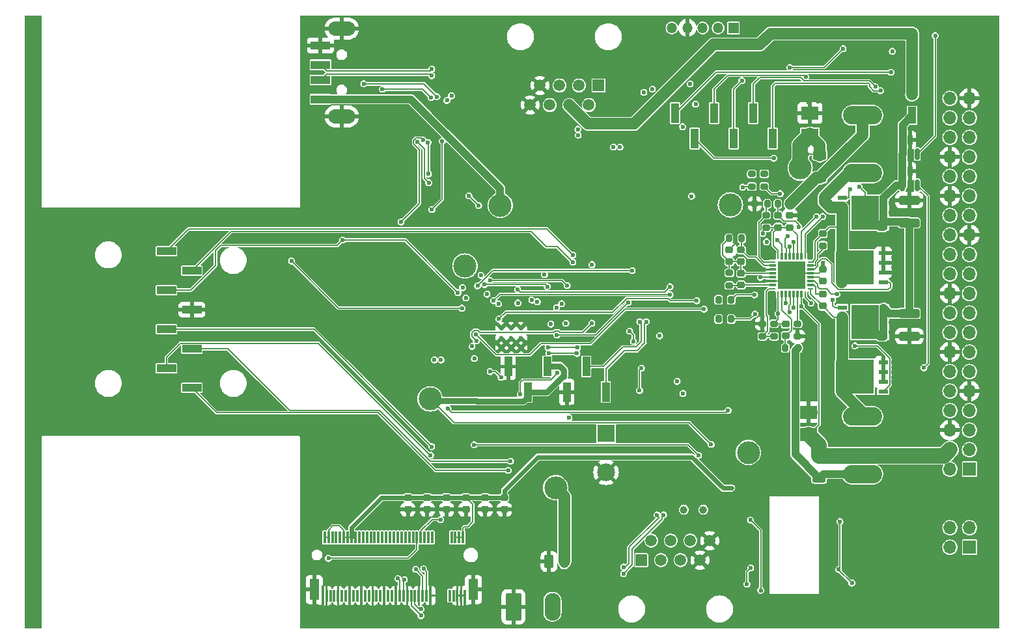
<source format=gbr>
G04 #@! TF.GenerationSoftware,KiCad,Pcbnew,(7.0.0-0)*
G04 #@! TF.CreationDate,2023-02-22T15:23:43+03:00*
G04 #@! TF.ProjectId,RP2040_minimal,52503230-3430-45f6-9d69-6e696d616c2e,REV1*
G04 #@! TF.SameCoordinates,Original*
G04 #@! TF.FileFunction,Copper,L4,Bot*
G04 #@! TF.FilePolarity,Positive*
%FSLAX46Y46*%
G04 Gerber Fmt 4.6, Leading zero omitted, Abs format (unit mm)*
G04 Created by KiCad (PCBNEW (7.0.0-0)) date 2023-02-22 15:23:43*
%MOMM*%
%LPD*%
G01*
G04 APERTURE LIST*
G04 Aperture macros list*
%AMRoundRect*
0 Rectangle with rounded corners*
0 $1 Rounding radius*
0 $2 $3 $4 $5 $6 $7 $8 $9 X,Y pos of 4 corners*
0 Add a 4 corners polygon primitive as box body*
4,1,4,$2,$3,$4,$5,$6,$7,$8,$9,$2,$3,0*
0 Add four circle primitives for the rounded corners*
1,1,$1+$1,$2,$3*
1,1,$1+$1,$4,$5*
1,1,$1+$1,$6,$7*
1,1,$1+$1,$8,$9*
0 Add four rect primitives between the rounded corners*
20,1,$1+$1,$2,$3,$4,$5,0*
20,1,$1+$1,$4,$5,$6,$7,0*
20,1,$1+$1,$6,$7,$8,$9,0*
20,1,$1+$1,$8,$9,$2,$3,0*%
G04 Aperture macros list end*
G04 #@! TA.AperFunction,ComponentPad*
%ADD10R,1.500000X1.500000*%
G04 #@! TD*
G04 #@! TA.AperFunction,ComponentPad*
%ADD11C,1.500000*%
G04 #@! TD*
G04 #@! TA.AperFunction,ComponentPad*
%ADD12R,1.700000X1.700000*%
G04 #@! TD*
G04 #@! TA.AperFunction,ComponentPad*
%ADD13O,1.700000X1.700000*%
G04 #@! TD*
G04 #@! TA.AperFunction,ComponentPad*
%ADD14R,1.350000X1.350000*%
G04 #@! TD*
G04 #@! TA.AperFunction,ComponentPad*
%ADD15O,1.350000X1.350000*%
G04 #@! TD*
G04 #@! TA.AperFunction,ComponentPad*
%ADD16RoundRect,0.249999X-0.790001X-1.550001X0.790001X-1.550001X0.790001X1.550001X-0.790001X1.550001X0*%
G04 #@! TD*
G04 #@! TA.AperFunction,ComponentPad*
%ADD17O,2.080000X3.600000*%
G04 #@! TD*
G04 #@! TA.AperFunction,ComponentPad*
%ADD18RoundRect,0.250000X-0.350000X-0.625000X0.350000X-0.625000X0.350000X0.625000X-0.350000X0.625000X0*%
G04 #@! TD*
G04 #@! TA.AperFunction,ComponentPad*
%ADD19O,1.200000X1.750000*%
G04 #@! TD*
G04 #@! TA.AperFunction,ComponentPad*
%ADD20C,0.600000*%
G04 #@! TD*
G04 #@! TA.AperFunction,ComponentPad*
%ADD21C,1.000000*%
G04 #@! TD*
G04 #@! TA.AperFunction,SMDPad,CuDef*
%ADD22R,0.250000X0.750000*%
G04 #@! TD*
G04 #@! TA.AperFunction,SMDPad,CuDef*
%ADD23R,0.300000X0.900000*%
G04 #@! TD*
G04 #@! TA.AperFunction,SMDPad,CuDef*
%ADD24R,0.750000X0.250000*%
G04 #@! TD*
G04 #@! TA.AperFunction,SMDPad,CuDef*
%ADD25R,0.900000X0.300000*%
G04 #@! TD*
G04 #@! TA.AperFunction,SMDPad,CuDef*
%ADD26R,3.550000X3.550000*%
G04 #@! TD*
G04 #@! TA.AperFunction,SMDPad,CuDef*
%ADD27R,2.500000X1.100000*%
G04 #@! TD*
G04 #@! TA.AperFunction,ComponentPad*
%ADD28O,3.500000X1.900000*%
G04 #@! TD*
G04 #@! TA.AperFunction,SMDPad,CuDef*
%ADD29RoundRect,0.225000X-0.250000X0.225000X-0.250000X-0.225000X0.250000X-0.225000X0.250000X0.225000X0*%
G04 #@! TD*
G04 #@! TA.AperFunction,SMDPad,CuDef*
%ADD30RoundRect,0.225000X0.250000X-0.225000X0.250000X0.225000X-0.250000X0.225000X-0.250000X-0.225000X0*%
G04 #@! TD*
G04 #@! TA.AperFunction,SMDPad,CuDef*
%ADD31R,1.120000X2.170000*%
G04 #@! TD*
G04 #@! TA.AperFunction,SMDPad,CuDef*
%ADD32R,0.850000X0.850000*%
G04 #@! TD*
G04 #@! TA.AperFunction,SMDPad,CuDef*
%ADD33RoundRect,0.200000X0.275000X-0.200000X0.275000X0.200000X-0.275000X0.200000X-0.275000X-0.200000X0*%
G04 #@! TD*
G04 #@! TA.AperFunction,SMDPad,CuDef*
%ADD34RoundRect,1.210000X-1.335000X0.000000X1.335000X0.000000X1.335000X0.000000X-1.335000X0.000000X0*%
G04 #@! TD*
G04 #@! TA.AperFunction,SMDPad,CuDef*
%ADD35RoundRect,1.210000X1.335000X0.000000X-1.335000X0.000000X-1.335000X0.000000X1.335000X0.000000X0*%
G04 #@! TD*
G04 #@! TA.AperFunction,SMDPad,CuDef*
%ADD36RoundRect,0.250000X-0.625000X0.312500X-0.625000X-0.312500X0.625000X-0.312500X0.625000X0.312500X0*%
G04 #@! TD*
G04 #@! TA.AperFunction,SMDPad,CuDef*
%ADD37RoundRect,0.250000X1.100000X-0.325000X1.100000X0.325000X-1.100000X0.325000X-1.100000X-0.325000X0*%
G04 #@! TD*
G04 #@! TA.AperFunction,SMDPad,CuDef*
%ADD38R,1.270000X0.610000*%
G04 #@! TD*
G04 #@! TA.AperFunction,SMDPad,CuDef*
%ADD39R,1.140000X0.610000*%
G04 #@! TD*
G04 #@! TA.AperFunction,SMDPad,CuDef*
%ADD40R,3.650000X4.420000*%
G04 #@! TD*
G04 #@! TA.AperFunction,SMDPad,CuDef*
%ADD41RoundRect,0.200000X0.200000X0.275000X-0.200000X0.275000X-0.200000X-0.275000X0.200000X-0.275000X0*%
G04 #@! TD*
G04 #@! TA.AperFunction,SMDPad,CuDef*
%ADD42RoundRect,0.200000X-0.275000X0.200000X-0.275000X-0.200000X0.275000X-0.200000X0.275000X0.200000X0*%
G04 #@! TD*
G04 #@! TA.AperFunction,ComponentPad*
%ADD43R,2.310000X2.310000*%
G04 #@! TD*
G04 #@! TA.AperFunction,ComponentPad*
%ADD44C,2.310000*%
G04 #@! TD*
G04 #@! TA.AperFunction,SMDPad,CuDef*
%ADD45RoundRect,0.200000X-0.200000X-0.275000X0.200000X-0.275000X0.200000X0.275000X-0.200000X0.275000X0*%
G04 #@! TD*
G04 #@! TA.AperFunction,SMDPad,CuDef*
%ADD46RoundRect,0.150000X0.150000X-0.587500X0.150000X0.587500X-0.150000X0.587500X-0.150000X-0.587500X0*%
G04 #@! TD*
G04 #@! TA.AperFunction,SMDPad,CuDef*
%ADD47R,0.300000X1.550000*%
G04 #@! TD*
G04 #@! TA.AperFunction,SMDPad,CuDef*
%ADD48R,1.200000X2.750000*%
G04 #@! TD*
G04 #@! TA.AperFunction,SMDPad,CuDef*
%ADD49R,2.230000X1.800000*%
G04 #@! TD*
G04 #@! TA.AperFunction,SMDPad,CuDef*
%ADD50R,2.510000X1.000000*%
G04 #@! TD*
G04 #@! TA.AperFunction,SMDPad,CuDef*
%ADD51R,1.000000X2.510000*%
G04 #@! TD*
G04 #@! TA.AperFunction,SMDPad,CuDef*
%ADD52RoundRect,0.250000X0.625000X-0.312500X0.625000X0.312500X-0.625000X0.312500X-0.625000X-0.312500X0*%
G04 #@! TD*
G04 #@! TA.AperFunction,SMDPad,CuDef*
%ADD53RoundRect,0.250000X-1.100000X0.325000X-1.100000X-0.325000X1.100000X-0.325000X1.100000X0.325000X0*%
G04 #@! TD*
G04 #@! TA.AperFunction,ViaPad*
%ADD54C,0.600000*%
G04 #@! TD*
G04 #@! TA.AperFunction,ViaPad*
%ADD55C,3.000000*%
G04 #@! TD*
G04 #@! TA.AperFunction,Conductor*
%ADD56C,0.150000*%
G04 #@! TD*
G04 #@! TA.AperFunction,Conductor*
%ADD57C,1.500000*%
G04 #@! TD*
G04 #@! TA.AperFunction,Conductor*
%ADD58C,1.000000*%
G04 #@! TD*
G04 #@! TA.AperFunction,Conductor*
%ADD59C,0.200000*%
G04 #@! TD*
G04 #@! TA.AperFunction,Conductor*
%ADD60C,0.600000*%
G04 #@! TD*
G04 #@! TA.AperFunction,Conductor*
%ADD61C,2.000000*%
G04 #@! TD*
G04 #@! TA.AperFunction,Conductor*
%ADD62C,0.800000*%
G04 #@! TD*
G04 APERTURE END LIST*
D10*
X174569999Y-110599999D03*
D11*
X175840000Y-108060000D03*
X177110000Y-110600000D03*
X178380000Y-108060000D03*
X179650000Y-110600000D03*
X180920000Y-108060000D03*
X182190000Y-110600000D03*
X183460000Y-108060000D03*
D12*
X217239999Y-98749999D03*
D13*
X214699999Y-98749999D03*
X217239999Y-96209999D03*
X214699999Y-96209999D03*
X217239999Y-93669999D03*
X214699999Y-93669999D03*
X217239999Y-91129999D03*
X214699999Y-91129999D03*
X217239999Y-88589999D03*
X214699999Y-88589999D03*
X217239999Y-86049999D03*
X214699999Y-86049999D03*
X217239999Y-83509999D03*
X214699999Y-83509999D03*
X217239999Y-80969999D03*
X214699999Y-80969999D03*
X217239999Y-78429999D03*
X214699999Y-78429999D03*
X217239999Y-75889999D03*
X214699999Y-75889999D03*
X217239999Y-73349999D03*
X214699999Y-73349999D03*
X217239999Y-70809999D03*
X214699999Y-70809999D03*
X217239999Y-68269999D03*
X214699999Y-68269999D03*
X217239999Y-65729999D03*
X214699999Y-65729999D03*
X217239999Y-63189999D03*
X214699999Y-63189999D03*
X217239999Y-60649999D03*
X214699999Y-60649999D03*
X217239999Y-58109999D03*
X214699999Y-58109999D03*
X217239999Y-55569999D03*
X214699999Y-55569999D03*
X217239999Y-53029999D03*
X214699999Y-53029999D03*
X217239999Y-50489999D03*
X214699999Y-50489999D03*
D10*
X168989999Y-48819999D03*
D11*
X167720000Y-51360000D03*
X166450000Y-48820000D03*
X165180000Y-51360000D03*
X163910000Y-48820000D03*
X162640000Y-51360000D03*
X161370000Y-48820000D03*
X160100000Y-51360000D03*
D14*
X186539999Y-41319999D03*
D15*
X184539999Y-41319999D03*
X182539999Y-41319999D03*
X180539999Y-41319999D03*
X178539999Y-41319999D03*
D16*
X157910000Y-116660000D03*
D17*
X162989999Y-116659999D03*
D12*
X217239999Y-108909999D03*
D13*
X214699999Y-108909999D03*
X217239999Y-106369999D03*
X214699999Y-106369999D03*
D18*
X162550000Y-110770000D03*
D19*
X164549999Y-110769999D03*
D20*
X158902250Y-82955000D03*
X158902250Y-81680000D03*
X158902250Y-80405000D03*
X157627250Y-82955000D03*
X157627250Y-81680000D03*
X157627250Y-80405000D03*
X156352250Y-82955000D03*
X156352250Y-81680000D03*
X156352250Y-80405000D03*
D21*
X182624750Y-104040000D03*
X180084750Y-104040000D03*
D22*
X195849999Y-75969999D03*
D23*
X195349999Y-75969999D03*
X194849999Y-75969999D03*
X194349999Y-75969999D03*
X193849999Y-75969999D03*
X193349999Y-75969999D03*
X192849999Y-75969999D03*
D22*
X192349999Y-75969999D03*
D24*
X191649999Y-75269999D03*
D25*
X191649999Y-74769999D03*
X191649999Y-74269999D03*
X191649999Y-73769999D03*
X191649999Y-73269999D03*
X191649999Y-72769999D03*
X191649999Y-72269999D03*
D24*
X191649999Y-71769999D03*
D22*
X192349999Y-71069999D03*
D23*
X192849999Y-71069999D03*
X193349999Y-71069999D03*
X193849999Y-71069999D03*
X194349999Y-71069999D03*
X194849999Y-71069999D03*
X195349999Y-71069999D03*
D22*
X195849999Y-71069999D03*
D24*
X196549999Y-71769999D03*
D25*
X196549999Y-72269999D03*
X196549999Y-72769999D03*
X196549999Y-73269999D03*
X196549999Y-73769999D03*
X196549999Y-74269999D03*
X196549999Y-74769999D03*
D24*
X196549999Y-75269999D03*
D26*
X194099999Y-73519999D03*
D27*
X132829999Y-50619999D03*
X132829999Y-48119999D03*
X132829999Y-46119999D03*
X132829999Y-43619999D03*
D28*
X135579999Y-41419999D03*
X135579999Y-52819999D03*
D29*
X187520000Y-73240000D03*
X187520000Y-74790000D03*
D30*
X198150000Y-77520000D03*
X198150000Y-75970000D03*
D31*
X209759999Y-52689999D03*
D32*
X209759999Y-50009999D03*
D33*
X186000000Y-74840000D03*
X186000000Y-73190000D03*
D29*
X193340000Y-79865000D03*
X193340000Y-81415000D03*
D34*
X203330500Y-99395000D03*
X203330500Y-91905000D03*
D29*
X149220000Y-102450000D03*
X149220000Y-104000000D03*
D35*
X203330500Y-52712500D03*
X203330500Y-60202500D03*
D36*
X197760000Y-57920000D03*
X197760000Y-60845000D03*
D37*
X209400000Y-81440000D03*
X209400000Y-78490000D03*
D29*
X198180000Y-72705000D03*
X198180000Y-74255000D03*
X186000000Y-70205000D03*
X186000000Y-71755000D03*
D38*
X206000999Y-84839999D03*
X206000999Y-86109999D03*
X206000999Y-87379999D03*
X206000999Y-88649999D03*
D39*
X200594999Y-88649999D03*
X200594999Y-87379999D03*
X200594999Y-86109999D03*
X200594999Y-84839999D03*
D40*
X202990999Y-86744999D03*
D41*
X193955000Y-64220000D03*
X192305000Y-64220000D03*
D42*
X190540000Y-60310000D03*
X190540000Y-61960000D03*
X190800000Y-65685000D03*
X190800000Y-67335000D03*
D43*
X169964749Y-94089999D03*
D44*
X169964750Y-99170000D03*
D45*
X184595000Y-79220000D03*
X186245000Y-79220000D03*
D38*
X200659999Y-81529999D03*
X200659999Y-80259999D03*
X200659999Y-78989999D03*
X200659999Y-77719999D03*
D39*
X206065999Y-77719999D03*
X206065999Y-78989999D03*
X206065999Y-80259999D03*
X206065999Y-81529999D03*
D40*
X203669999Y-79624999D03*
D46*
X210430000Y-61797500D03*
X208530000Y-61797500D03*
X209480000Y-59922500D03*
D33*
X190300000Y-81465000D03*
X190300000Y-79815000D03*
D45*
X189285000Y-64210000D03*
X190935000Y-64210000D03*
D47*
X133116071Y-115204999D03*
X133366071Y-107654999D03*
X133616071Y-115204999D03*
X133866071Y-107654999D03*
X134116071Y-115204999D03*
X134366071Y-107654999D03*
X134616071Y-115204999D03*
X134866071Y-107654999D03*
X135116071Y-115204999D03*
X135366071Y-107654999D03*
X135616071Y-115204999D03*
X135866071Y-107654999D03*
X136116071Y-115204999D03*
X136366071Y-107654999D03*
X136616071Y-115204999D03*
X136866071Y-107654999D03*
X137116071Y-115204999D03*
X137366071Y-107654999D03*
X137616071Y-115204999D03*
X137866071Y-107654999D03*
X138116071Y-115204999D03*
X138366071Y-107654999D03*
X138616071Y-115204999D03*
X138866071Y-107654999D03*
X139116071Y-115204999D03*
X139366071Y-107654999D03*
X139616071Y-115204999D03*
X139866071Y-107654999D03*
X140116071Y-115204999D03*
X140366071Y-107654999D03*
X140616071Y-115204999D03*
X140866071Y-107654999D03*
X141116071Y-115204999D03*
X141366071Y-107654999D03*
X141616071Y-115204999D03*
X141866071Y-107654999D03*
X142116071Y-115204999D03*
X142366071Y-107654999D03*
X142616071Y-115204999D03*
X142866071Y-107654999D03*
X143116071Y-115204999D03*
X143366071Y-107654999D03*
X143616071Y-115204999D03*
X143866071Y-107654999D03*
X144116071Y-115204999D03*
X144366071Y-107654999D03*
X144616071Y-115204999D03*
X144866071Y-107654999D03*
X145116071Y-115204999D03*
X145366071Y-107654999D03*
X145616071Y-115204999D03*
X145866071Y-107654999D03*
X146116071Y-115204999D03*
X146366071Y-107654999D03*
X146616071Y-115204999D03*
X146866071Y-107654999D03*
X147116071Y-115204999D03*
X147366071Y-107654999D03*
X149616071Y-115204999D03*
X149866071Y-107654999D03*
X150116071Y-115204999D03*
X150366071Y-107654999D03*
X150616071Y-115204999D03*
X150866071Y-107654999D03*
X151116071Y-115204999D03*
X151366071Y-107654999D03*
X151616071Y-115204999D03*
D48*
X132016071Y-114429999D03*
X152716071Y-114429999D03*
D49*
X196329999Y-94279999D03*
X196329999Y-91359999D03*
D29*
X192340000Y-65735000D03*
X192340000Y-67285000D03*
D46*
X210440000Y-57755000D03*
X208540000Y-57755000D03*
X209490000Y-55880000D03*
D38*
X206000999Y-70589999D03*
X206000999Y-71859999D03*
X206000999Y-73129999D03*
X206000999Y-74399999D03*
D39*
X200594999Y-74399999D03*
X200594999Y-73129999D03*
X200594999Y-71859999D03*
X200594999Y-70589999D03*
D40*
X202990999Y-72494999D03*
D42*
X194870000Y-79820000D03*
X194870000Y-81470000D03*
D50*
X116089999Y-88159999D03*
X112779999Y-85619999D03*
X116089999Y-83079999D03*
X112779999Y-80539999D03*
X116089999Y-77999999D03*
X112779999Y-75459999D03*
X116089999Y-72919999D03*
X112779999Y-70379999D03*
D29*
X151730000Y-102450000D03*
X151730000Y-104000000D03*
D51*
X169939999Y-88708999D03*
X167399999Y-85398999D03*
X164859999Y-88708999D03*
X162319999Y-85398999D03*
X159779999Y-88708999D03*
X157239999Y-85398999D03*
D49*
X196479999Y-55319999D03*
X196479999Y-52399999D03*
D38*
X200659999Y-67269999D03*
X200659999Y-65999999D03*
X200659999Y-64729999D03*
X200659999Y-63459999D03*
D39*
X206065999Y-63459999D03*
X206065999Y-64729999D03*
X206065999Y-65999999D03*
X206065999Y-67269999D03*
D40*
X203669999Y-65364999D03*
D51*
X191639999Y-55724999D03*
X189099999Y-52414999D03*
X186559999Y-55724999D03*
X184019999Y-52414999D03*
X181479999Y-55724999D03*
X178939999Y-52414999D03*
D29*
X156750000Y-102450000D03*
X156750000Y-104000000D03*
D42*
X188920000Y-60325000D03*
X188920000Y-61975000D03*
D52*
X197680000Y-99930000D03*
X197680000Y-97005000D03*
D41*
X187590000Y-68700000D03*
X185940000Y-68700000D03*
D29*
X193880000Y-65745000D03*
X193880000Y-67295000D03*
X146710000Y-102450000D03*
X146710000Y-104000000D03*
X144200000Y-102450000D03*
X144200000Y-104000000D03*
D41*
X194935000Y-82980000D03*
X193285000Y-82980000D03*
D53*
X209390000Y-63745000D03*
X209390000Y-66695000D03*
D30*
X187520000Y-71755000D03*
X187520000Y-70205000D03*
D29*
X154240000Y-102450000D03*
X154240000Y-104000000D03*
D30*
X198160000Y-69655000D03*
X198160000Y-68105000D03*
D45*
X184595000Y-76710000D03*
X186245000Y-76710000D03*
D33*
X191820000Y-81465000D03*
X191820000Y-79815000D03*
D54*
X199370000Y-117810000D03*
X191420000Y-70730000D03*
X205520000Y-109610000D03*
X194530000Y-52130000D03*
X159870000Y-86620000D03*
X187810000Y-102810000D03*
X178410000Y-89200000D03*
X206810000Y-109500000D03*
X160850000Y-65710000D03*
X149270000Y-88580000D03*
X196220000Y-49610000D03*
X196960000Y-78040000D03*
X205570000Y-104990000D03*
X176760000Y-102680000D03*
X158490000Y-86990000D03*
X185630000Y-104800000D03*
X142270000Y-59230000D03*
X193900000Y-53870000D03*
X181940000Y-68130000D03*
X179550000Y-100300000D03*
X159300000Y-79300000D03*
X156520000Y-58320000D03*
X146680000Y-62360000D03*
X142390000Y-58230000D03*
X144580000Y-55180000D03*
X182030000Y-70520000D03*
X145050000Y-92570000D03*
X183470000Y-68800000D03*
X193310000Y-50370000D03*
X160720000Y-96440000D03*
X203480000Y-104990000D03*
X145000000Y-60060000D03*
X162800000Y-61910000D03*
X173580000Y-68290000D03*
X172310000Y-66910000D03*
X167320000Y-99100000D03*
X189460000Y-72300000D03*
X165810000Y-86440000D03*
X145060000Y-62530000D03*
X146360000Y-85950000D03*
X209280000Y-109070000D03*
X173660000Y-56610000D03*
X140460000Y-59820000D03*
X159920000Y-80030000D03*
X178580000Y-66950000D03*
X151500000Y-49970000D03*
X159590000Y-94320000D03*
X191380000Y-78370000D03*
X144670000Y-84310000D03*
X167800000Y-59970000D03*
X147919122Y-58600878D03*
X196320000Y-79610000D03*
X133670000Y-74560000D03*
X162680000Y-59290000D03*
X164960000Y-61460000D03*
X200860000Y-116920000D03*
X208850000Y-111160000D03*
X164030000Y-58770000D03*
X194800000Y-51090000D03*
X172910000Y-61460000D03*
X163450000Y-89170000D03*
X150580000Y-58950000D03*
X152050000Y-44450000D03*
X199380000Y-69450000D03*
X148660000Y-93130000D03*
X196420000Y-69430000D03*
X148940000Y-47790000D03*
X203420000Y-109070000D03*
X203830000Y-69350000D03*
X142560000Y-56610000D03*
X165580000Y-90600000D03*
X160970000Y-66950000D03*
X197260000Y-116660000D03*
X202910000Y-94460000D03*
X190170000Y-72700000D03*
X154250000Y-46080000D03*
X167830000Y-65830000D03*
X167800000Y-61160000D03*
X146660000Y-83900000D03*
X161630000Y-94720000D03*
X163500000Y-65640000D03*
X167800000Y-58770000D03*
X208100000Y-72940000D03*
X189140000Y-74100000D03*
X194910000Y-49560000D03*
X158240000Y-61500000D03*
X208210000Y-108850000D03*
X148610000Y-94520000D03*
X163730000Y-66980000D03*
X150970000Y-88120000D03*
X201720000Y-50250000D03*
X159700000Y-62020000D03*
X151020000Y-63590000D03*
X164180000Y-62240000D03*
X183380000Y-71180000D03*
X197600000Y-50870000D03*
X189630000Y-76760000D03*
X162680000Y-57910000D03*
X130970000Y-78680000D03*
X191660000Y-76890000D03*
X164660000Y-65790000D03*
X210890000Y-106060000D03*
X145980000Y-84630000D03*
X209710000Y-65110000D03*
X159620000Y-66390000D03*
X159100000Y-60150000D03*
X156450000Y-94240000D03*
X167800000Y-67800000D03*
X188950000Y-70600000D03*
X196310000Y-51010000D03*
X196630000Y-70720000D03*
X173700000Y-59030000D03*
X162160000Y-60940000D03*
X195540000Y-78520000D03*
X130370000Y-74840000D03*
X155520000Y-96800000D03*
X189910000Y-75440000D03*
X165000000Y-67690000D03*
X206560000Y-94340000D03*
X156490000Y-60380000D03*
X175250000Y-102100000D03*
X212070000Y-111160000D03*
X205790000Y-108530000D03*
X173660000Y-66350000D03*
X196240000Y-117440000D03*
X149370000Y-96390000D03*
X130370000Y-77770000D03*
X186910000Y-67470000D03*
X193340000Y-115300000D03*
X217440000Y-43090000D03*
X200860000Y-114640000D03*
X184450000Y-66970000D03*
X179320000Y-88330000D03*
X164180000Y-60450000D03*
X188930000Y-69180000D03*
X157830000Y-58400000D03*
X198730000Y-115180000D03*
X179340000Y-89390000D03*
X142720000Y-88960000D03*
D55*
X163420000Y-101170000D03*
X151620021Y-72310000D03*
D54*
X180900000Y-48620000D03*
X202900000Y-61990000D03*
X197340000Y-65880000D03*
X195928750Y-47681250D03*
X147290000Y-47545000D03*
X147290000Y-46695000D03*
X163564750Y-81270000D03*
X172854750Y-77070000D03*
X172250000Y-111485000D03*
X176595000Y-104710000D03*
X172250000Y-112335000D03*
X177445000Y-104710000D03*
X147140000Y-96940000D03*
X162320000Y-74990000D03*
X154170878Y-74730878D03*
X154870000Y-74200000D03*
X164900000Y-74860000D03*
X147280000Y-95820000D03*
X157540000Y-97720000D03*
X161030000Y-76960000D03*
X160312107Y-76744632D03*
X157240000Y-98910000D03*
X164737750Y-79770500D03*
X165655500Y-71820000D03*
X165650000Y-70890000D03*
X162780000Y-79880000D03*
X173520000Y-82110000D03*
X173040000Y-80790000D03*
X187630000Y-48200000D03*
X166300000Y-54520000D03*
X163530000Y-77740000D03*
X164190000Y-77200000D03*
X166338061Y-55268535D03*
X205003382Y-48993382D03*
X145900000Y-116965000D03*
X145900000Y-117815000D03*
X143730000Y-113150000D03*
X142880000Y-113000000D03*
X133860000Y-110360000D03*
X148450000Y-105310000D03*
X146240000Y-111730000D03*
X145220000Y-111780000D03*
X181760000Y-76840000D03*
X156020000Y-79220000D03*
X155988466Y-77232576D03*
X158481750Y-75370000D03*
X178280000Y-75000000D03*
X155350000Y-76840000D03*
X178280000Y-76020000D03*
X179960000Y-88890000D03*
X149410000Y-90890000D03*
X185830000Y-91110000D03*
X151740000Y-76460000D03*
X152128666Y-63173900D03*
X153387383Y-64432617D03*
X190350000Y-68075500D03*
D55*
X195209065Y-59572529D03*
D54*
X196170000Y-57720000D03*
X186310000Y-101210000D03*
X151310000Y-75140000D03*
X153710000Y-73530000D03*
X194325500Y-69168719D03*
X153054500Y-81204500D03*
X182700000Y-77940000D03*
X194325500Y-77741372D03*
X148670000Y-56050000D03*
X147310972Y-64956519D03*
X207010000Y-47100000D03*
X207200000Y-44350000D03*
X191780000Y-58290000D03*
X179210000Y-87330000D03*
X174324750Y-88510000D03*
X174554750Y-85610000D03*
X211310000Y-85560000D03*
X205660000Y-49500000D03*
X158502750Y-77130000D03*
X161960000Y-73434500D03*
X174880000Y-49710000D03*
X165150000Y-92060000D03*
X153260000Y-74900000D03*
X173360000Y-72910000D03*
X175990000Y-49290000D03*
X152530000Y-82770000D03*
X153090000Y-82060000D03*
X168110000Y-79750000D03*
X168130000Y-72120000D03*
X190050000Y-73794500D03*
X151215500Y-77800000D03*
X129070000Y-71660000D03*
X166241744Y-82942668D03*
X162410000Y-82942168D03*
X166184750Y-83690000D03*
X162534535Y-83681252D03*
X181610000Y-51240000D03*
X150700000Y-75760000D03*
X176930000Y-81400000D03*
X163600000Y-86170000D03*
X212780000Y-42320000D03*
X135700000Y-68937000D03*
X158830498Y-89040000D03*
X175205000Y-79560000D03*
X171785000Y-56840000D03*
X170935000Y-56840000D03*
X174355000Y-79560000D03*
D55*
X147090000Y-89600000D03*
D54*
X181100000Y-63220000D03*
X183640000Y-95520000D03*
X154480000Y-75980000D03*
X156310953Y-86788053D03*
X154890000Y-86060000D03*
X201930000Y-113570000D03*
X200380000Y-105570000D03*
X200210000Y-111810000D03*
X193852500Y-46465000D03*
X200792500Y-44025000D03*
X143300000Y-66590000D03*
X146141545Y-55891003D03*
X195050000Y-67250000D03*
X192254500Y-68968128D03*
X179930000Y-54180000D03*
X152800000Y-95570000D03*
X152840000Y-84350000D03*
X181990000Y-96960000D03*
X145450000Y-56180000D03*
X146900000Y-61450000D03*
X146810000Y-56230000D03*
X146880000Y-60330000D03*
X188750000Y-105380000D03*
X190090000Y-114530000D03*
X188770000Y-111610000D03*
X188290000Y-113710000D03*
X199460000Y-76740000D03*
X196630000Y-77130000D03*
X202340000Y-82700000D03*
X199985000Y-76000000D03*
X198150000Y-65860000D03*
X201710000Y-62330000D03*
D55*
X156200000Y-64410000D03*
D54*
X192350000Y-78520000D03*
D55*
X188470000Y-96590000D03*
D54*
X195374500Y-77570000D03*
D55*
X186140000Y-64360000D03*
D54*
X149269479Y-50770521D03*
X147655000Y-84530000D03*
X149870521Y-50169479D03*
X148505000Y-84530000D03*
X147229500Y-50390000D03*
X140880000Y-49280000D03*
X147970000Y-50270000D03*
X138460000Y-48580000D03*
X193860878Y-78349122D03*
X189340000Y-78550000D03*
X189290000Y-76080000D03*
X193374500Y-77120000D03*
X193560353Y-68443628D03*
X187740000Y-62060000D03*
X193825500Y-69739969D03*
X192610000Y-62890000D03*
X190840000Y-69160000D03*
D56*
X197615000Y-73270000D02*
X198180000Y-72705000D01*
X191650000Y-74270000D02*
X193350000Y-74270000D01*
X186000000Y-70205000D02*
X186910000Y-69295000D01*
X194350000Y-73270000D02*
X196550000Y-73270000D01*
X186910000Y-69295000D02*
X186910000Y-67470000D01*
X193350000Y-74270000D02*
X194100000Y-73520000D01*
X196550000Y-73270000D02*
X197615000Y-73270000D01*
X197695000Y-73770000D02*
X198150000Y-74225000D01*
X196550000Y-73770000D02*
X197695000Y-73770000D01*
X185090000Y-69550000D02*
X185940000Y-68700000D01*
X187520000Y-73240000D02*
X187550000Y-73270000D01*
X187550000Y-73270000D02*
X191650000Y-73270000D01*
X187520000Y-71755000D02*
X186000000Y-71755000D01*
X186000000Y-73190000D02*
X186000000Y-71755000D01*
X186000000Y-71755000D02*
X185090000Y-70845000D01*
X185090000Y-70845000D02*
X185090000Y-69550000D01*
X187520000Y-73240000D02*
X187520000Y-71755000D01*
D57*
X191350000Y-42080000D02*
X189960000Y-43470000D01*
X189960000Y-43470000D02*
X183930000Y-43470000D01*
X173590000Y-53810000D02*
X167630000Y-53810000D01*
X183930000Y-43470000D02*
X173590000Y-53810000D01*
X167630000Y-53810000D02*
X165180000Y-51360000D01*
X209790000Y-42080000D02*
X191350000Y-42080000D01*
X209790000Y-49980000D02*
X209790000Y-42080000D01*
X164550000Y-102300000D02*
X163420000Y-101170000D01*
X209760000Y-50010000D02*
X209790000Y-49980000D01*
X164550000Y-110770000D02*
X164550000Y-102300000D01*
D58*
X206066000Y-66530000D02*
X206066000Y-67270000D01*
X206066000Y-63460000D02*
X206066000Y-66530000D01*
X209390000Y-66695000D02*
X209390000Y-78480000D01*
X208530000Y-57765000D02*
X208530000Y-61797500D01*
X205575000Y-81530000D02*
X203670000Y-79625000D01*
X209225000Y-66530000D02*
X209390000Y-66695000D01*
X209760000Y-52690000D02*
X208540000Y-53910000D01*
D56*
X195350000Y-71070000D02*
X195350000Y-67870000D01*
D58*
X206066000Y-81530000D02*
X205575000Y-81530000D01*
X206066000Y-67270000D02*
X205575000Y-67270000D01*
X205575000Y-67270000D02*
X203670000Y-65365000D01*
X208540000Y-57755000D02*
X208530000Y-57765000D01*
D56*
X202900000Y-61990000D02*
X203670000Y-62760000D01*
D58*
X207728500Y-61797500D02*
X206066000Y-63460000D01*
D56*
X195350000Y-67870000D02*
X197340000Y-65880000D01*
D58*
X209390000Y-78480000D02*
X209400000Y-78490000D01*
X208540000Y-53910000D02*
X208540000Y-57755000D01*
D56*
X203670000Y-62760000D02*
X203670000Y-65365000D01*
D58*
X209400000Y-78490000D02*
X206836000Y-78490000D01*
X206066000Y-77720000D02*
X206066000Y-81530000D01*
X206836000Y-78490000D02*
X206066000Y-77720000D01*
X206066000Y-66530000D02*
X209225000Y-66530000D01*
X208530000Y-61797500D02*
X207728500Y-61797500D01*
D56*
X185840000Y-47490000D02*
X195737500Y-47490000D01*
X184020000Y-49310000D02*
X185840000Y-47490000D01*
X184020000Y-52415000D02*
X184020000Y-49310000D01*
X195737500Y-47490000D02*
X195928750Y-47681250D01*
D59*
X132830000Y-48120000D02*
X133604999Y-47345001D01*
X147090001Y-47345001D02*
X147290000Y-47545000D01*
X133604999Y-47345001D02*
X147090001Y-47345001D01*
X133604999Y-46894999D02*
X147090001Y-46894999D01*
X132830000Y-46120000D02*
X133604999Y-46894999D01*
X147090001Y-46894999D02*
X147290000Y-46695000D01*
D56*
X163564750Y-81270000D02*
X168654750Y-81270000D01*
X168654750Y-81270000D02*
X172854750Y-77070000D01*
D59*
X172920019Y-111028584D02*
X172920019Y-108929398D01*
X172463603Y-111485000D02*
X172920019Y-111028584D01*
X176794999Y-105054418D02*
X176794999Y-104909999D01*
X172920019Y-108929398D02*
X176794999Y-105054418D01*
X176794999Y-104909999D02*
X176595000Y-104710000D01*
X172250000Y-111485000D02*
X172463603Y-111485000D01*
X177245001Y-104909999D02*
X177445000Y-104710000D01*
X173370000Y-109115786D02*
X177245001Y-105240785D01*
X173370000Y-111215000D02*
X173370000Y-109115786D01*
X177245001Y-105240785D02*
X177245001Y-104909999D01*
X172250000Y-112335000D02*
X173370000Y-111215000D01*
D56*
X114610000Y-82355000D02*
X132555000Y-82355000D01*
X162060878Y-74730878D02*
X162320000Y-74990000D01*
X112780000Y-84185000D02*
X114610000Y-82355000D01*
X132555000Y-82355000D02*
X147140000Y-96940000D01*
X154170878Y-74730878D02*
X162060878Y-74730878D01*
X112780000Y-85620000D02*
X112780000Y-84185000D01*
X132000000Y-80540000D02*
X112780000Y-80540000D01*
X164240000Y-74200000D02*
X154870000Y-74200000D01*
X164900000Y-74860000D02*
X164240000Y-74200000D01*
X147280000Y-95820000D02*
X132000000Y-80540000D01*
X128810000Y-91110000D02*
X120780000Y-83080000D01*
X147100000Y-97720000D02*
X140490000Y-91110000D01*
X120780000Y-83080000D02*
X116090000Y-83080000D01*
X140490000Y-91110000D02*
X128810000Y-91110000D01*
X157540000Y-97720000D02*
X147100000Y-97720000D01*
X140320000Y-91410000D02*
X147820000Y-98910000D01*
X116090000Y-88160000D02*
X119340000Y-91410000D01*
X119340000Y-91410000D02*
X140320000Y-91410000D01*
X147820000Y-98910000D02*
X157240000Y-98910000D01*
X162180000Y-69790000D02*
X160190000Y-67800000D01*
X163625500Y-69790000D02*
X162180000Y-69790000D01*
X165655500Y-71820000D02*
X163625500Y-69790000D01*
X160190000Y-67800000D02*
X121210000Y-67800000D01*
X121210000Y-67800000D02*
X116090000Y-72920000D01*
X165650000Y-70890000D02*
X162260000Y-67500000D01*
X162260000Y-67500000D02*
X115660000Y-67500000D01*
X115660000Y-67500000D02*
X112780000Y-70380000D01*
X173520000Y-81270000D02*
X173040000Y-80790000D01*
X173520000Y-82110000D02*
X173520000Y-81270000D01*
X186560000Y-55725000D02*
X186560000Y-49270000D01*
X186560000Y-49270000D02*
X187630000Y-48200000D01*
X189100000Y-52415000D02*
X189100000Y-48600000D01*
X189910000Y-47790000D02*
X195295037Y-47790000D01*
X189100000Y-48600000D02*
X189910000Y-47790000D01*
X195711287Y-48206250D02*
X204216250Y-48206250D01*
X204216250Y-48206250D02*
X205003382Y-48993382D01*
X195295037Y-47790000D02*
X195711287Y-48206250D01*
D59*
X145091072Y-116369675D02*
X145091072Y-115855000D01*
X145686397Y-116965000D02*
X145091072Y-116369675D01*
X145116072Y-115830000D02*
X145116072Y-115205000D01*
X145900000Y-116965000D02*
X145686397Y-116965000D01*
X145091072Y-115855000D02*
X145116072Y-115830000D01*
X144616072Y-115830000D02*
X144616072Y-115205000D01*
X145900000Y-117815000D02*
X144641072Y-116556072D01*
X144641072Y-116556072D02*
X144641072Y-115855000D01*
X144641072Y-115855000D02*
X144616072Y-115830000D01*
X143616072Y-113263928D02*
X143616072Y-115205000D01*
X143730000Y-113150000D02*
X143616072Y-113263928D01*
X143116072Y-113236072D02*
X143116072Y-115205000D01*
X142880000Y-113000000D02*
X143116072Y-113236072D01*
D56*
X145366072Y-109193928D02*
X145366072Y-107655000D01*
X133860000Y-110360000D02*
X133900000Y-110320000D01*
X133900000Y-110320000D02*
X144240000Y-110320000D01*
X144240000Y-110320000D02*
X145366072Y-109193928D01*
X148450000Y-105310000D02*
X147336072Y-105310000D01*
X147336072Y-105310000D02*
X145866072Y-106780000D01*
X145866072Y-106780000D02*
X145866072Y-107655000D01*
D59*
X146240000Y-111730000D02*
X146616072Y-112106072D01*
X146616072Y-112106072D02*
X146616072Y-115205000D01*
X145220000Y-111780000D02*
X146116072Y-112676072D01*
X146116072Y-112676072D02*
X146116072Y-115205000D01*
D57*
X197330000Y-60845000D02*
X193955000Y-64220000D01*
X203330500Y-55274500D02*
X197760000Y-60845000D01*
X197760000Y-60845000D02*
X197330000Y-60845000D01*
X203330500Y-52712500D02*
X203330500Y-55274500D01*
D56*
X170852287Y-78330000D02*
X172642287Y-76540000D01*
X156020000Y-79220000D02*
X156910000Y-78330000D01*
X172642287Y-76540000D02*
X178057537Y-76540000D01*
X178057537Y-76540000D02*
X178357537Y-76840000D01*
X178357537Y-76840000D02*
X181760000Y-76840000D01*
X156910000Y-78330000D02*
X170852287Y-78330000D01*
X177560000Y-75720000D02*
X158831750Y-75720000D01*
X178280000Y-75000000D02*
X177560000Y-75720000D01*
X158831750Y-75720000D02*
X158481750Y-75370000D01*
D58*
X194565000Y-96815000D02*
X194565000Y-83350000D01*
X194565000Y-83350000D02*
X194935000Y-82980000D01*
X197680000Y-99930000D02*
X194565000Y-96815000D01*
X198215000Y-99395000D02*
X197680000Y-99930000D01*
X203330500Y-99395000D02*
X198215000Y-99395000D01*
D56*
X178280000Y-76020000D02*
X156170000Y-76020000D01*
X156170000Y-76020000D02*
X155350000Y-76840000D01*
X185830000Y-91110000D02*
X185590000Y-91350000D01*
X149870000Y-91350000D02*
X149410000Y-90890000D01*
X185590000Y-91350000D02*
X149870000Y-91350000D01*
X152128666Y-63173900D02*
X153387383Y-64432617D01*
D60*
X144200000Y-102450000D02*
X140780000Y-102450000D01*
D56*
X135866072Y-106730000D02*
X135276072Y-106140000D01*
X190350000Y-68075500D02*
X190350000Y-67785000D01*
X191730000Y-69680000D02*
X191730000Y-67895000D01*
X192350000Y-71070000D02*
X192350000Y-70300000D01*
X152620000Y-103340000D02*
X152620000Y-105620000D01*
X137366072Y-107655000D02*
X135866072Y-107655000D01*
X193880000Y-67295000D02*
X190840000Y-67295000D01*
X152620000Y-105620000D02*
X152000000Y-106240000D01*
X197560000Y-57720000D02*
X197760000Y-57920000D01*
D60*
X156750000Y-101500000D02*
X161070000Y-97180000D01*
D56*
X192350000Y-70300000D02*
X191730000Y-69680000D01*
D60*
X156750000Y-102450000D02*
X156750000Y-101500000D01*
D57*
X197760000Y-56600000D02*
X196480000Y-55320000D01*
D60*
X181149339Y-97180000D02*
X185179339Y-101210000D01*
D56*
X135866072Y-107655000D02*
X135866072Y-106730000D01*
X150366072Y-107655000D02*
X151366072Y-107655000D01*
X151540000Y-106240000D02*
X151366072Y-106413928D01*
X135276072Y-106140000D02*
X134390000Y-106140000D01*
D61*
X195209065Y-59572529D02*
X195209065Y-56590935D01*
D60*
X185179339Y-101210000D02*
X186310000Y-101210000D01*
X140780000Y-102450000D02*
X136866072Y-106363928D01*
D57*
X197760000Y-57920000D02*
X197760000Y-56600000D01*
D60*
X136866072Y-106363928D02*
X136866072Y-107655000D01*
D56*
X194850000Y-68265000D02*
X193880000Y-67295000D01*
X190350000Y-67785000D02*
X190800000Y-67335000D01*
X151366072Y-106413928D02*
X151366072Y-107655000D01*
D61*
X195209065Y-56590935D02*
X196480000Y-55320000D01*
D56*
X190840000Y-67295000D02*
X190800000Y-67335000D01*
X133866072Y-106663928D02*
X133866072Y-107655000D01*
X134390000Y-106140000D02*
X133866072Y-106663928D01*
X196170000Y-57720000D02*
X197560000Y-57720000D01*
X194850000Y-71070000D02*
X194850000Y-68265000D01*
X133866072Y-107655000D02*
X133366072Y-107655000D01*
X152000000Y-106240000D02*
X151540000Y-106240000D01*
X151730000Y-102450000D02*
X152620000Y-103340000D01*
D60*
X156750000Y-102450000D02*
X144200000Y-102450000D01*
D56*
X191730000Y-67895000D02*
X192340000Y-67285000D01*
D60*
X161070000Y-97180000D02*
X181149339Y-97180000D01*
D56*
X194325500Y-69168719D02*
X194325500Y-69497506D01*
X194350000Y-69522006D02*
X194350000Y-71070000D01*
X194325500Y-69497506D02*
X194350000Y-69522006D01*
X172409014Y-77940000D02*
X167931346Y-82417668D01*
X194325500Y-77741372D02*
X194350000Y-77716872D01*
X182700000Y-77940000D02*
X172409014Y-77940000D01*
X167931346Y-82417668D02*
X161512332Y-82417668D01*
X194350000Y-77716872D02*
X194350000Y-75970000D01*
X161512332Y-82417668D02*
X160080000Y-83850000D01*
X155700000Y-83850000D02*
X153054500Y-81204500D01*
X160080000Y-83850000D02*
X155700000Y-83850000D01*
X148670000Y-63597491D02*
X148670000Y-56050000D01*
X147310972Y-64956519D02*
X148670000Y-63597491D01*
X207010000Y-47100000D02*
X184255000Y-47100000D01*
X184255000Y-47100000D02*
X178940000Y-52415000D01*
X184045000Y-58290000D02*
X191780000Y-58290000D01*
X181480000Y-55725000D02*
X184045000Y-58290000D01*
X211840000Y-85030000D02*
X211310000Y-85560000D01*
X211840000Y-64430000D02*
X211840000Y-85030000D01*
X211840000Y-63207500D02*
X211840000Y-64430000D01*
X174324750Y-88510000D02*
X174324750Y-85840000D01*
X174324750Y-85840000D02*
X174554750Y-85610000D01*
X210430000Y-61797500D02*
X211840000Y-63207500D01*
X204220000Y-48650000D02*
X204220000Y-48952463D01*
X191990000Y-48530000D02*
X204100000Y-48530000D01*
X204785919Y-49518382D02*
X205641618Y-49518382D01*
X191640000Y-48880000D02*
X191990000Y-48530000D01*
X191640000Y-55725000D02*
X191640000Y-48880000D01*
X205641618Y-49518382D02*
X205660000Y-49500000D01*
X204220000Y-48952463D02*
X204785919Y-49518382D01*
X204100000Y-48530000D02*
X204220000Y-48650000D01*
X173360000Y-72910000D02*
X155250000Y-72910000D01*
X155250000Y-72910000D02*
X153260000Y-74900000D01*
X166900000Y-80960000D02*
X168110000Y-79750000D01*
X163782213Y-80745000D02*
X163997213Y-80960000D01*
X153552463Y-80960000D02*
X163132287Y-80960000D01*
X163997213Y-80960000D02*
X166900000Y-80960000D01*
X153090000Y-82060000D02*
X152529500Y-81499500D01*
X152529500Y-81499500D02*
X152529500Y-80987037D01*
X153271963Y-80679500D02*
X153552463Y-80960000D01*
X190074500Y-73770000D02*
X191650000Y-73770000D01*
X163132287Y-80960000D02*
X163347287Y-80745000D01*
X163347287Y-80745000D02*
X163782213Y-80745000D01*
X152529500Y-80987037D02*
X152837037Y-80679500D01*
X190050000Y-73794500D02*
X190074500Y-73770000D01*
X152837037Y-80679500D02*
X153271963Y-80679500D01*
X135210000Y-77800000D02*
X129070000Y-71660000D01*
X151215500Y-77800000D02*
X135210000Y-77800000D01*
X162410000Y-82942168D02*
X162410500Y-82942668D01*
X162410500Y-82942668D02*
X166241744Y-82942668D01*
X162534535Y-83681252D02*
X162543283Y-83690000D01*
X162543283Y-83690000D02*
X166184750Y-83690000D01*
X158830498Y-87453502D02*
X159114000Y-87170000D01*
X210440000Y-57755000D02*
X212780000Y-55415000D01*
X135007000Y-69630000D02*
X135700000Y-68937000D01*
X159114000Y-87170000D02*
X162754000Y-87170000D01*
X212780000Y-55415000D02*
X212780000Y-42320000D01*
X112780000Y-75460000D02*
X115931293Y-75460000D01*
X143877000Y-68937000D02*
X135700000Y-68937000D01*
X163600000Y-86324000D02*
X163600000Y-86170000D01*
X119804264Y-69630000D02*
X135007000Y-69630000D01*
X150700000Y-75760000D02*
X143877000Y-68937000D01*
X119162132Y-70272132D02*
X119804264Y-69630000D01*
X119162132Y-72229161D02*
X119162132Y-70272132D01*
X158830498Y-89040000D02*
X158830498Y-87453502D01*
X115931293Y-75460000D02*
X119162132Y-72229161D01*
X162754000Y-87170000D02*
X163600000Y-86324000D01*
D59*
X169940000Y-88709000D02*
X169940000Y-85717199D01*
X169940000Y-85717199D02*
X172347218Y-83309981D01*
X175005001Y-82322030D02*
X175005001Y-79759999D01*
X174017050Y-83309981D02*
X175005001Y-82322030D01*
X175005001Y-79759999D02*
X175205000Y-79560000D01*
X172347218Y-83309981D02*
X174017050Y-83309981D01*
X169621801Y-85399000D02*
X172160801Y-82860000D01*
X173830661Y-82860000D02*
X174554999Y-82135662D01*
X167400000Y-85399000D02*
X169621801Y-85399000D01*
X172160801Y-82860000D02*
X173830661Y-82860000D01*
X174554999Y-79759999D02*
X174355000Y-79560000D01*
X174554999Y-82135662D02*
X174554999Y-79759999D01*
D56*
X150200000Y-92710000D02*
X147090000Y-89600000D01*
D62*
X153130000Y-89890000D02*
X159182580Y-89890000D01*
X153120000Y-89880000D02*
X153130000Y-89890000D01*
X164470000Y-86710000D02*
X164470000Y-85837918D01*
X159780000Y-89292580D02*
X159780000Y-88709000D01*
X147370000Y-89880000D02*
X153120000Y-89880000D01*
X162263082Y-88709000D02*
X164262082Y-86710000D01*
X164470000Y-85837918D02*
X163952082Y-85320000D01*
D56*
X183640000Y-95520000D02*
X180830000Y-92710000D01*
D62*
X159182580Y-89890000D02*
X159780000Y-89292580D01*
X147090000Y-89600000D02*
X147370000Y-89880000D01*
D56*
X180830000Y-92710000D02*
X150200000Y-92710000D01*
D62*
X159780000Y-88709000D02*
X162263082Y-88709000D01*
X163952082Y-85320000D02*
X162399000Y-85320000D01*
X162399000Y-85320000D02*
X162320000Y-85399000D01*
X164262082Y-86710000D02*
X164470000Y-86710000D01*
D56*
X154890000Y-86060000D02*
X155582900Y-86060000D01*
X155582900Y-86060000D02*
X156310953Y-86788053D01*
X193285000Y-82980000D02*
X193285000Y-81470000D01*
X194065000Y-80690000D02*
X194065000Y-79295000D01*
X193340000Y-81415000D02*
X194065000Y-80690000D01*
X192850000Y-78080000D02*
X192850000Y-75970000D01*
X193285000Y-81470000D02*
X193340000Y-81415000D01*
X194065000Y-79295000D02*
X192850000Y-78080000D01*
X187520000Y-74790000D02*
X187540000Y-74770000D01*
X187540000Y-74770000D02*
X191650000Y-74770000D01*
X187470000Y-74840000D02*
X187520000Y-74790000D01*
X186000000Y-74840000D02*
X187470000Y-74840000D01*
D57*
X203330500Y-91905000D02*
X203330500Y-91385500D01*
D56*
X196550000Y-75270000D02*
X196550000Y-75920000D01*
D57*
X200595000Y-88650000D02*
X200595000Y-84840000D01*
X200660000Y-84775000D02*
X200595000Y-84840000D01*
X202500000Y-86745000D02*
X200595000Y-88650000D01*
X200660000Y-81530000D02*
X200660000Y-78990000D01*
X202991000Y-86745000D02*
X202500000Y-86745000D01*
X200660000Y-81530000D02*
X200660000Y-84775000D01*
D56*
X196550000Y-75920000D02*
X198150000Y-77520000D01*
D57*
X203330500Y-91385500D02*
X200595000Y-88650000D01*
D56*
X198150000Y-77520000D02*
X199620000Y-78990000D01*
X199620000Y-78990000D02*
X200660000Y-78990000D01*
X197225000Y-75025000D02*
X197225000Y-75955000D01*
X197225000Y-75955000D02*
X197240000Y-75970000D01*
X196970000Y-74770000D02*
X197225000Y-75025000D01*
X196550000Y-74770000D02*
X196970000Y-74770000D01*
X197240000Y-75970000D02*
X198150000Y-75970000D01*
X200380000Y-105570000D02*
X200380000Y-111640000D01*
X200380000Y-111640000D02*
X200210000Y-111810000D01*
X201930000Y-113570000D02*
X200210000Y-111850000D01*
X200210000Y-111850000D02*
X200210000Y-111810000D01*
X198352500Y-46465000D02*
X200792500Y-44025000D01*
X193852500Y-46465000D02*
X198352500Y-46465000D01*
X145232537Y-55655000D02*
X144925000Y-55962537D01*
X144925000Y-55962537D02*
X144925000Y-56397463D01*
X144925000Y-56397463D02*
X145680000Y-57152463D01*
X145680000Y-64210000D02*
X143300000Y-66590000D01*
X145905542Y-55655000D02*
X145232537Y-55655000D01*
X145680000Y-57152463D02*
X145680000Y-64210000D01*
X146141545Y-55891003D02*
X145905542Y-55655000D01*
X193065000Y-66460000D02*
X192340000Y-65735000D01*
X195050000Y-67250000D02*
X195050000Y-66920000D01*
X192254500Y-68968128D02*
X192850000Y-69563628D01*
X195050000Y-66920000D02*
X194590000Y-66460000D01*
X194590000Y-66460000D02*
X193065000Y-66460000D01*
X192850000Y-69563628D02*
X192850000Y-71070000D01*
X192305000Y-65700000D02*
X192305000Y-64220000D01*
X192340000Y-65735000D02*
X192305000Y-65700000D01*
X190525736Y-72270000D02*
X191650000Y-72270000D01*
X187520000Y-70205000D02*
X188475000Y-71160000D01*
X189415736Y-71160000D02*
X190525736Y-72270000D01*
X188475000Y-71160000D02*
X189415736Y-71160000D01*
X187590000Y-70135000D02*
X187520000Y-70205000D01*
X187590000Y-68700000D02*
X187590000Y-70135000D01*
X198160000Y-70100000D02*
X198160000Y-69655000D01*
X196550000Y-72270000D02*
X197150000Y-72270000D01*
X197190000Y-72230000D02*
X197190000Y-71760000D01*
X197190000Y-71760000D02*
X197455000Y-71495000D01*
X197455000Y-71495000D02*
X197455000Y-70805000D01*
X197455000Y-70805000D02*
X198160000Y-70100000D01*
X197150000Y-72270000D02*
X197190000Y-72230000D01*
D57*
X200660000Y-64730000D02*
X199190000Y-64730000D01*
X201517500Y-60202500D02*
X203330500Y-60202500D01*
D56*
X196550000Y-71770000D02*
X196890000Y-71770000D01*
D57*
X200660000Y-67270000D02*
X200660000Y-70525000D01*
X200660000Y-70525000D02*
X200595000Y-70590000D01*
X199190000Y-64730000D02*
X198380000Y-63920000D01*
D56*
X198995000Y-67270000D02*
X200660000Y-67270000D01*
X197155000Y-69110000D02*
X198160000Y-68105000D01*
D57*
X198380000Y-63920000D02*
X198380000Y-63340000D01*
X198380000Y-63340000D02*
X201517500Y-60202500D01*
D56*
X197155000Y-71370736D02*
X197155000Y-69110000D01*
X198160000Y-68105000D02*
X198995000Y-67270000D01*
D57*
X200660000Y-64730000D02*
X200660000Y-67270000D01*
X200595000Y-70590000D02*
X200595000Y-74400000D01*
D56*
X196890000Y-71770000D02*
X196890000Y-71635736D01*
X196890000Y-71635736D02*
X197155000Y-71370736D01*
X194850000Y-79800000D02*
X194850000Y-75970000D01*
X194870000Y-79820000D02*
X194850000Y-79800000D01*
X190770000Y-75610000D02*
X190770000Y-78660000D01*
X191000000Y-80765000D02*
X190300000Y-81465000D01*
X191650000Y-75270000D02*
X191110000Y-75270000D01*
X190770000Y-78660000D02*
X191000000Y-78890000D01*
X191110000Y-75270000D02*
X190770000Y-75610000D01*
X191000000Y-78890000D02*
X191000000Y-80765000D01*
X190300000Y-81465000D02*
X191820000Y-81465000D01*
X190450000Y-71770000D02*
X191650000Y-71770000D01*
X189825000Y-71145000D02*
X190450000Y-71770000D01*
X189825000Y-66660000D02*
X189825000Y-71145000D01*
X190800000Y-65685000D02*
X189825000Y-66660000D01*
X190800000Y-65685000D02*
X190800000Y-64345000D01*
X190800000Y-64345000D02*
X190935000Y-64210000D01*
X180600000Y-95570000D02*
X152800000Y-95570000D01*
X181990000Y-96960000D02*
X180600000Y-95570000D01*
X146360000Y-57090000D02*
X145450000Y-56180000D01*
X146360000Y-60107537D02*
X146360000Y-57090000D01*
X146355000Y-60112537D02*
X146360000Y-60107537D01*
X146900000Y-61450000D02*
X146355000Y-60905000D01*
X146355000Y-60905000D02*
X146355000Y-60112537D01*
X146880000Y-56300000D02*
X146810000Y-56230000D01*
X146880000Y-60330000D02*
X146880000Y-56300000D01*
X190090000Y-106720000D02*
X188750000Y-105380000D01*
X190090000Y-114530000D02*
X190090000Y-106720000D01*
X188290000Y-112090000D02*
X188770000Y-111610000D01*
X188290000Y-113710000D02*
X188290000Y-112090000D01*
X199460000Y-76740000D02*
X199460000Y-77450000D01*
X195850000Y-75970000D02*
X195850000Y-76350000D01*
X199460000Y-77450000D02*
X199730000Y-77720000D01*
X199730000Y-77720000D02*
X200660000Y-77720000D01*
X195850000Y-76350000D02*
X196630000Y-77130000D01*
X197735000Y-75260000D02*
X198640000Y-75260000D01*
X197100000Y-74270000D02*
X197525000Y-74695000D01*
X199277537Y-76000000D02*
X199985000Y-76000000D01*
X205251000Y-82700000D02*
X202340000Y-82700000D01*
X197525000Y-74695000D02*
X197525000Y-75050000D01*
X206001000Y-88650000D02*
X206861000Y-87790000D01*
X198640000Y-75260000D02*
X198905000Y-75525000D01*
X206861000Y-84310000D02*
X205251000Y-82700000D01*
X206861000Y-87790000D02*
X206861000Y-84310000D01*
X197525000Y-75050000D02*
X197735000Y-75260000D01*
X196550000Y-74270000D02*
X197100000Y-74270000D01*
X198905000Y-75627463D02*
X199277537Y-76000000D01*
X198905000Y-75525000D02*
X198905000Y-75627463D01*
X201710000Y-62330000D02*
X201570000Y-62470000D01*
X195850000Y-68160000D02*
X198150000Y-65860000D01*
X201510000Y-63460000D02*
X200660000Y-63460000D01*
X201570000Y-63400000D02*
X201510000Y-63460000D01*
X201570000Y-62470000D02*
X201570000Y-63400000D01*
X195850000Y-71070000D02*
X195850000Y-68160000D01*
X206660000Y-75410000D02*
X206980000Y-75090000D01*
X206800000Y-74400000D02*
X206001000Y-74400000D01*
X197490000Y-71884264D02*
X197974264Y-71400000D01*
X198610000Y-71400000D02*
X199310000Y-72100000D01*
X197490000Y-72354264D02*
X197490000Y-71884264D01*
X200226142Y-75410000D02*
X206660000Y-75410000D01*
X197074264Y-72770000D02*
X197490000Y-72354264D01*
X206980000Y-74580000D02*
X206800000Y-74400000D01*
X199310000Y-72100000D02*
X199310000Y-74493858D01*
X196550000Y-72770000D02*
X197074264Y-72770000D01*
X206980000Y-75090000D02*
X206980000Y-74580000D01*
X197974264Y-71400000D02*
X198610000Y-71400000D01*
X199310000Y-74493858D02*
X200226142Y-75410000D01*
D58*
X132830000Y-50620000D02*
X144583503Y-50620000D01*
X156200000Y-62236497D02*
X156200000Y-64410000D01*
D61*
X197680000Y-95630000D02*
X196330000Y-94280000D01*
D56*
X197670000Y-79865500D02*
X197670000Y-92940000D01*
X193290000Y-79815000D02*
X193340000Y-79865000D01*
D58*
X144583503Y-50620000D02*
X156200000Y-62236497D01*
D61*
X197680000Y-97005000D02*
X213905000Y-97005000D01*
D56*
X195374500Y-77570000D02*
X197670000Y-79865500D01*
X195350000Y-75970000D02*
X195350000Y-77545500D01*
X192350000Y-78520000D02*
X192350000Y-79285000D01*
X192350000Y-75970000D02*
X192350000Y-78520000D01*
X195350000Y-77545500D02*
X195374500Y-77570000D01*
X192350000Y-79285000D02*
X191820000Y-79815000D01*
D61*
X213905000Y-97005000D02*
X214700000Y-96210000D01*
X197680000Y-97005000D02*
X197680000Y-95630000D01*
D56*
X191820000Y-79815000D02*
X193290000Y-79815000D01*
X197670000Y-92940000D02*
X196330000Y-94280000D01*
D59*
X146119500Y-49280000D02*
X140880000Y-49280000D01*
X147229500Y-50390000D02*
X146119500Y-49280000D01*
X147970000Y-50270000D02*
X146280000Y-48580000D01*
X146280000Y-48580000D02*
X138460000Y-48580000D01*
D56*
X193800500Y-78288744D02*
X193860878Y-78349122D01*
X193850000Y-75970000D02*
X193899500Y-76019500D01*
X188670000Y-79220000D02*
X189340000Y-78550000D01*
X193899500Y-76019500D02*
X193899500Y-77337463D01*
X193800500Y-77436463D02*
X193800500Y-78288744D01*
X186245000Y-79220000D02*
X188670000Y-79220000D01*
X193899500Y-77337463D02*
X193800500Y-77436463D01*
X186245000Y-76710000D02*
X186875000Y-76080000D01*
X193374500Y-75994500D02*
X193350000Y-75970000D01*
X186875000Y-76080000D02*
X189290000Y-76080000D01*
X193374500Y-77120000D02*
X193374500Y-75994500D01*
X188920000Y-61975000D02*
X187825000Y-61975000D01*
X193220000Y-69876932D02*
X193400000Y-70056932D01*
X187825000Y-61975000D02*
X187740000Y-62060000D01*
X193400000Y-70056932D02*
X193400000Y-71020000D01*
X193400000Y-71020000D02*
X193350000Y-71070000D01*
X193220000Y-68783981D02*
X193220000Y-69876932D01*
X193560353Y-68443628D02*
X193220000Y-68783981D01*
X193850000Y-71070000D02*
X193850000Y-69764469D01*
X190540000Y-61960000D02*
X191470000Y-62890000D01*
X193850000Y-69764469D02*
X193825500Y-69739969D01*
X191470000Y-62890000D02*
X192610000Y-62890000D01*
G04 #@! TA.AperFunction,Conductor*
G36*
X155690378Y-81191309D02*
G01*
X155698455Y-81205923D01*
X155695044Y-81222269D01*
X155627632Y-81329553D01*
X155626468Y-81331970D01*
X155567818Y-81499585D01*
X155567222Y-81502196D01*
X155547339Y-81678660D01*
X155547339Y-81681340D01*
X155567222Y-81857803D01*
X155567818Y-81860414D01*
X155626468Y-82028029D01*
X155627631Y-82030444D01*
X155633663Y-82040045D01*
X155635732Y-82041826D01*
X155638144Y-82040551D01*
X156335278Y-81343417D01*
X156346037Y-81337206D01*
X156358461Y-81337206D01*
X156369220Y-81343417D01*
X156986375Y-81960572D01*
X156989749Y-81961970D01*
X156993124Y-81960572D01*
X157610279Y-81343418D01*
X157627250Y-81336389D01*
X157644221Y-81343418D01*
X158261375Y-81960572D01*
X158264749Y-81961970D01*
X158268124Y-81960572D01*
X158885279Y-81343418D01*
X158902250Y-81336389D01*
X158919221Y-81343418D01*
X159616354Y-82040551D01*
X159618766Y-82041826D01*
X159620834Y-82040046D01*
X159626869Y-82030443D01*
X159628031Y-82028029D01*
X159686681Y-81860414D01*
X159687277Y-81857803D01*
X159707161Y-81681340D01*
X159707161Y-81678660D01*
X159687277Y-81502196D01*
X159686681Y-81499585D01*
X159628031Y-81331970D01*
X159626867Y-81329553D01*
X159559456Y-81222269D01*
X159556045Y-81205923D01*
X159564122Y-81191309D01*
X159579777Y-81185500D01*
X163094068Y-81185500D01*
X163107043Y-81189310D01*
X163115899Y-81199530D01*
X163117824Y-81212915D01*
X163114002Y-81239500D01*
X163109617Y-81270000D01*
X163109861Y-81271697D01*
X163123046Y-81363405D01*
X163128053Y-81398226D01*
X163128763Y-81399780D01*
X163128764Y-81399784D01*
X163181154Y-81514501D01*
X163181156Y-81514504D01*
X163181868Y-81516063D01*
X163266701Y-81613967D01*
X163375681Y-81684004D01*
X163424234Y-81698260D01*
X163498329Y-81720016D01*
X163498330Y-81720016D01*
X163499978Y-81720500D01*
X163627804Y-81720500D01*
X163629522Y-81720500D01*
X163753819Y-81684004D01*
X163862799Y-81613967D01*
X163947632Y-81516063D01*
X163950616Y-81509528D01*
X163959472Y-81499310D01*
X163972447Y-81495500D01*
X168476667Y-81495500D01*
X168493638Y-81502529D01*
X168500667Y-81519500D01*
X168493638Y-81536471D01*
X167844970Y-82185139D01*
X167827999Y-82192168D01*
X161518863Y-82192168D01*
X161517607Y-82192135D01*
X161478788Y-82190101D01*
X161476268Y-82189969D01*
X161473914Y-82190872D01*
X161473910Y-82190873D01*
X161449853Y-82200108D01*
X161446243Y-82201177D01*
X161421033Y-82206536D01*
X161421032Y-82206536D01*
X161418564Y-82207061D01*
X161416523Y-82208543D01*
X161416522Y-82208544D01*
X161406358Y-82215928D01*
X161400854Y-82218916D01*
X161389130Y-82223416D01*
X161389123Y-82223420D01*
X161386772Y-82224323D01*
X161384989Y-82226105D01*
X161384987Y-82226107D01*
X161366763Y-82244330D01*
X161363901Y-82246775D01*
X161341009Y-82263408D01*
X161339748Y-82265591D01*
X161339745Y-82265595D01*
X161333465Y-82276471D01*
X161329653Y-82281440D01*
X159993624Y-83617471D01*
X159985837Y-83622673D01*
X159976653Y-83624500D01*
X159228139Y-83624500D01*
X159211168Y-83617471D01*
X158905624Y-83311927D01*
X158902250Y-83310529D01*
X158898875Y-83311927D01*
X158593332Y-83617471D01*
X158576361Y-83624500D01*
X157953139Y-83624500D01*
X157936168Y-83617471D01*
X157630624Y-83311927D01*
X157627250Y-83310529D01*
X157623875Y-83311927D01*
X157318332Y-83617471D01*
X157301361Y-83624500D01*
X156678139Y-83624500D01*
X156661168Y-83617471D01*
X156355624Y-83311927D01*
X156352250Y-83310529D01*
X156348875Y-83311927D01*
X156043332Y-83617471D01*
X156026361Y-83624500D01*
X155803348Y-83624500D01*
X155786377Y-83617471D01*
X155125246Y-82956340D01*
X155547339Y-82956340D01*
X155567222Y-83132803D01*
X155567818Y-83135414D01*
X155626468Y-83303029D01*
X155627631Y-83305444D01*
X155633663Y-83315045D01*
X155635732Y-83316826D01*
X155638144Y-83315551D01*
X155996464Y-82957232D01*
X155997753Y-82955000D01*
X156707779Y-82955000D01*
X156709177Y-82958374D01*
X156986375Y-83235572D01*
X156989750Y-83236970D01*
X156993124Y-83235572D01*
X157270322Y-82958374D01*
X157271720Y-82955000D01*
X157982779Y-82955000D01*
X157984177Y-82958374D01*
X158261375Y-83235572D01*
X158264750Y-83236970D01*
X158268124Y-83235572D01*
X158545322Y-82958374D01*
X158546720Y-82955000D01*
X159257779Y-82955000D01*
X159259177Y-82958374D01*
X159616354Y-83315551D01*
X159618766Y-83316826D01*
X159620834Y-83315046D01*
X159626869Y-83305443D01*
X159628031Y-83303029D01*
X159686681Y-83135414D01*
X159687277Y-83132803D01*
X159707161Y-82956340D01*
X159707161Y-82953660D01*
X159687277Y-82777196D01*
X159686681Y-82774585D01*
X159628031Y-82606970D01*
X159626867Y-82604553D01*
X159620835Y-82594953D01*
X159618766Y-82593172D01*
X159616354Y-82594447D01*
X159259177Y-82951625D01*
X159257779Y-82955000D01*
X158546720Y-82955000D01*
X158545322Y-82951625D01*
X158268124Y-82674427D01*
X158264750Y-82673029D01*
X158261375Y-82674427D01*
X157984177Y-82951625D01*
X157982779Y-82955000D01*
X157271720Y-82955000D01*
X157270322Y-82951625D01*
X156993124Y-82674427D01*
X156989750Y-82673029D01*
X156986375Y-82674427D01*
X156709177Y-82951625D01*
X156707779Y-82955000D01*
X155997753Y-82955000D01*
X155996464Y-82952767D01*
X155638144Y-82594447D01*
X155635732Y-82593172D01*
X155633663Y-82594953D01*
X155627631Y-82604555D01*
X155626468Y-82606970D01*
X155567818Y-82774585D01*
X155567222Y-82777196D01*
X155547339Y-82953660D01*
X155547339Y-82956340D01*
X155125246Y-82956340D01*
X154644430Y-82475524D01*
X154486405Y-82317499D01*
X156070279Y-82317499D01*
X156071677Y-82320874D01*
X156348875Y-82598072D01*
X156352250Y-82599470D01*
X156355624Y-82598072D01*
X156632822Y-82320874D01*
X156634220Y-82317500D01*
X156634220Y-82317499D01*
X157345279Y-82317499D01*
X157346677Y-82320874D01*
X157623875Y-82598072D01*
X157627250Y-82599470D01*
X157630624Y-82598072D01*
X157907822Y-82320874D01*
X157909220Y-82317500D01*
X157909220Y-82317499D01*
X158620279Y-82317499D01*
X158621677Y-82320874D01*
X158898875Y-82598072D01*
X158902250Y-82599470D01*
X158905624Y-82598072D01*
X159182822Y-82320874D01*
X159184220Y-82317500D01*
X159182822Y-82314125D01*
X158905624Y-82036927D01*
X158902249Y-82035529D01*
X158898875Y-82036927D01*
X158621677Y-82314125D01*
X158620279Y-82317499D01*
X157909220Y-82317499D01*
X157907822Y-82314125D01*
X157630624Y-82036927D01*
X157627249Y-82035529D01*
X157623875Y-82036927D01*
X157346677Y-82314125D01*
X157345279Y-82317499D01*
X156634220Y-82317499D01*
X156632822Y-82314125D01*
X156355624Y-82036927D01*
X156352249Y-82035529D01*
X156348875Y-82036927D01*
X156071677Y-82314125D01*
X156070279Y-82317499D01*
X154486405Y-82317499D01*
X153501001Y-81332096D01*
X153495201Y-81322705D01*
X153494217Y-81311714D01*
X153509398Y-81206133D01*
X153514359Y-81194626D01*
X153524446Y-81187187D01*
X153536908Y-81185848D01*
X153562034Y-81189827D01*
X153564528Y-81190222D01*
X153579098Y-81186317D01*
X153585310Y-81185500D01*
X155674723Y-81185500D01*
X155690378Y-81191309D01*
G37*
G04 #@! TD.AperFunction*
G04 #@! TA.AperFunction,Conductor*
G36*
X195112474Y-77937117D02*
G01*
X195185431Y-77984004D01*
X195258073Y-78005333D01*
X195308079Y-78020016D01*
X195308080Y-78020016D01*
X195309728Y-78020500D01*
X195437554Y-78020500D01*
X195439272Y-78020500D01*
X195477266Y-78009343D01*
X195489959Y-78009117D01*
X195500995Y-78015401D01*
X197437471Y-79951876D01*
X197442673Y-79959663D01*
X197444500Y-79968847D01*
X197444500Y-89936000D01*
X197437471Y-89952971D01*
X197420500Y-89960000D01*
X196584773Y-89960000D01*
X196581397Y-89961397D01*
X196580000Y-89964773D01*
X196580000Y-91105227D01*
X196581397Y-91108602D01*
X196584773Y-91110000D01*
X197420500Y-91110000D01*
X197437471Y-91117029D01*
X197444500Y-91134000D01*
X197444500Y-91586000D01*
X197437471Y-91602971D01*
X197420500Y-91610000D01*
X196584773Y-91610000D01*
X196581397Y-91611397D01*
X196580000Y-91614773D01*
X196580000Y-92755227D01*
X196581397Y-92758602D01*
X196584773Y-92760000D01*
X197420500Y-92760000D01*
X197437471Y-92767029D01*
X197444500Y-92784000D01*
X197444500Y-92836653D01*
X197437471Y-92853624D01*
X197068624Y-93222471D01*
X197051653Y-93229500D01*
X196814568Y-93229500D01*
X196802890Y-93226467D01*
X196797673Y-93223561D01*
X196797665Y-93223557D01*
X196796702Y-93223021D01*
X196744427Y-93205500D01*
X196595581Y-93155611D01*
X196595578Y-93155610D01*
X196594536Y-93155261D01*
X196593448Y-93155109D01*
X196593443Y-93155108D01*
X196384466Y-93125958D01*
X196383362Y-93125804D01*
X196382251Y-93125855D01*
X196382245Y-93125855D01*
X196171486Y-93135599D01*
X196171481Y-93135599D01*
X196170371Y-93135651D01*
X196169295Y-93135903D01*
X196169288Y-93135905D01*
X195963891Y-93184213D01*
X195963884Y-93184215D01*
X195962814Y-93184467D01*
X195961803Y-93184913D01*
X195961798Y-93184915D01*
X195865457Y-93227455D01*
X195855763Y-93229500D01*
X195239500Y-93229500D01*
X195222529Y-93222471D01*
X195215500Y-93205500D01*
X195215500Y-92784000D01*
X195222529Y-92767029D01*
X195239500Y-92760000D01*
X196075227Y-92760000D01*
X196078602Y-92758602D01*
X196080000Y-92755227D01*
X196080000Y-89964773D01*
X196078602Y-89961397D01*
X196075227Y-89960000D01*
X195239500Y-89960000D01*
X195222529Y-89952971D01*
X195215500Y-89936000D01*
X195215500Y-83629387D01*
X195222527Y-83612418D01*
X195239397Y-83595547D01*
X195245814Y-83590966D01*
X195341483Y-83544198D01*
X195424198Y-83461483D01*
X195475573Y-83356393D01*
X195476807Y-83347917D01*
X195481589Y-83336675D01*
X195499362Y-83313764D01*
X195564635Y-83162926D01*
X195590347Y-83000595D01*
X195574879Y-82836971D01*
X195519206Y-82682332D01*
X195481367Y-82626654D01*
X195477470Y-82616627D01*
X195475573Y-82603607D01*
X195424198Y-82498517D01*
X195341483Y-82415802D01*
X195314625Y-82402672D01*
X195303485Y-82397226D01*
X195293197Y-82387588D01*
X195290096Y-82373835D01*
X195295252Y-82360714D01*
X195306886Y-82352752D01*
X195433014Y-82313449D01*
X195435637Y-82312269D01*
X195578629Y-82225827D01*
X195580900Y-82224048D01*
X195699048Y-82105900D01*
X195700827Y-82103629D01*
X195787269Y-81960637D01*
X195788449Y-81958014D01*
X195838213Y-81798317D01*
X195838705Y-81795843D01*
X195844950Y-81727117D01*
X195845000Y-81726025D01*
X195845000Y-81724773D01*
X195843602Y-81721397D01*
X195840227Y-81720000D01*
X194644000Y-81720000D01*
X194627029Y-81712971D01*
X194620000Y-81696000D01*
X194620000Y-81215227D01*
X195120000Y-81215227D01*
X195121397Y-81218602D01*
X195124773Y-81220000D01*
X195840226Y-81220000D01*
X195843601Y-81218602D01*
X195844999Y-81215227D01*
X195844999Y-81213976D01*
X195844949Y-81212883D01*
X195838705Y-81144156D01*
X195838213Y-81141682D01*
X195788449Y-80981985D01*
X195787269Y-80979362D01*
X195700827Y-80836370D01*
X195699048Y-80834099D01*
X195580900Y-80715951D01*
X195578629Y-80714172D01*
X195435637Y-80627730D01*
X195433014Y-80626550D01*
X195273317Y-80576786D01*
X195270843Y-80576294D01*
X195202117Y-80570049D01*
X195201025Y-80570000D01*
X195124773Y-80570000D01*
X195121397Y-80571397D01*
X195120000Y-80574773D01*
X195120000Y-81215227D01*
X194620000Y-81215227D01*
X194620000Y-80574774D01*
X194618602Y-80571398D01*
X194615227Y-80570001D01*
X194538976Y-80570001D01*
X194537883Y-80570050D01*
X194469156Y-80576294D01*
X194466682Y-80576786D01*
X194321640Y-80621984D01*
X194306900Y-80621836D01*
X194295027Y-80613100D01*
X194290500Y-80599071D01*
X194290500Y-80269123D01*
X194297529Y-80252152D01*
X194314500Y-80245123D01*
X194331471Y-80252152D01*
X194388517Y-80309198D01*
X194493607Y-80360573D01*
X194561740Y-80370500D01*
X195177392Y-80370500D01*
X195178260Y-80370500D01*
X195246393Y-80360573D01*
X195351483Y-80309198D01*
X195434198Y-80226483D01*
X195485573Y-80121393D01*
X195495500Y-80053260D01*
X195495500Y-79586740D01*
X195485573Y-79518607D01*
X195434198Y-79413517D01*
X195351483Y-79330802D01*
X195310936Y-79310980D01*
X195248067Y-79280245D01*
X195248064Y-79280244D01*
X195246393Y-79279427D01*
X195244551Y-79279158D01*
X195244549Y-79279158D01*
X195179120Y-79269625D01*
X195179115Y-79269624D01*
X195178260Y-79269500D01*
X195177392Y-79269500D01*
X195099500Y-79269500D01*
X195082529Y-79262471D01*
X195075500Y-79245500D01*
X195075500Y-77957308D01*
X195081362Y-77941591D01*
X195096084Y-77933552D01*
X195112474Y-77937117D01*
G37*
G04 #@! TD.AperFunction*
G04 #@! TA.AperFunction,Conductor*
G36*
X191200197Y-75526022D02*
G01*
X191216278Y-75536767D01*
X191260180Y-75545500D01*
X191261364Y-75545500D01*
X191875929Y-75545500D01*
X191886672Y-75548039D01*
X191895142Y-75555117D01*
X191966780Y-75650812D01*
X191969187Y-75653219D01*
X192064883Y-75724858D01*
X192071961Y-75733328D01*
X192074500Y-75744071D01*
X192074500Y-76359820D01*
X192074729Y-76360972D01*
X192074730Y-76360980D01*
X192082771Y-76401403D01*
X192082772Y-76401406D01*
X192083233Y-76403722D01*
X192084544Y-76405685D01*
X192084546Y-76405688D01*
X192114165Y-76450016D01*
X192116496Y-76453504D01*
X192117659Y-76454281D01*
X192124500Y-76470797D01*
X192124500Y-78116304D01*
X192121564Y-78127806D01*
X192113475Y-78136494D01*
X192053394Y-78175105D01*
X192053391Y-78175107D01*
X192051951Y-78176033D01*
X192050832Y-78177324D01*
X192050829Y-78177327D01*
X191968241Y-78272640D01*
X191968238Y-78272643D01*
X191967118Y-78273937D01*
X191966407Y-78275492D01*
X191966404Y-78275498D01*
X191914014Y-78390215D01*
X191914012Y-78390221D01*
X191913303Y-78391774D01*
X191913059Y-78393465D01*
X191913059Y-78393468D01*
X191899792Y-78485743D01*
X191894867Y-78520000D01*
X191895111Y-78521697D01*
X191909663Y-78622913D01*
X191913303Y-78648226D01*
X191914013Y-78649780D01*
X191914014Y-78649784D01*
X191953896Y-78737111D01*
X191967118Y-78766063D01*
X192051951Y-78863967D01*
X192070015Y-78875576D01*
X192113475Y-78903506D01*
X192121564Y-78912194D01*
X192124500Y-78923696D01*
X192124500Y-79181653D01*
X192117471Y-79198624D01*
X192058624Y-79257471D01*
X192041653Y-79264500D01*
X191511740Y-79264500D01*
X191510885Y-79264624D01*
X191510879Y-79264625D01*
X191445450Y-79274158D01*
X191445447Y-79274158D01*
X191443607Y-79274427D01*
X191441936Y-79275243D01*
X191441932Y-79275245D01*
X191340304Y-79324928D01*
X191340302Y-79324929D01*
X191338517Y-79325802D01*
X191337113Y-79327205D01*
X191337107Y-79327210D01*
X191274765Y-79389552D01*
X191260207Y-79396459D01*
X191244562Y-79392603D01*
X191234882Y-79379721D01*
X191226587Y-79353100D01*
X191225500Y-79345960D01*
X191225500Y-78896541D01*
X191225533Y-78895285D01*
X191227700Y-78853936D01*
X191217557Y-78827513D01*
X191216489Y-78823907D01*
X191216075Y-78821960D01*
X191212876Y-78806905D01*
X191211131Y-78798696D01*
X191211130Y-78798694D01*
X191210607Y-78796232D01*
X191201740Y-78784028D01*
X191198751Y-78778522D01*
X191194249Y-78766792D01*
X191194248Y-78766791D01*
X191193346Y-78764440D01*
X191173331Y-78744424D01*
X191170886Y-78741561D01*
X191168674Y-78738517D01*
X191159649Y-78726094D01*
X191155744Y-78720719D01*
X191155742Y-78720717D01*
X191154260Y-78718677D01*
X191152074Y-78717414D01*
X191152072Y-78717413D01*
X191141201Y-78711137D01*
X191136231Y-78707324D01*
X191002530Y-78573624D01*
X190997327Y-78565837D01*
X190995500Y-78556653D01*
X190995500Y-75713347D01*
X191002529Y-75696377D01*
X191029781Y-75669125D01*
X191169897Y-75529006D01*
X191184514Y-75522094D01*
X191200197Y-75526022D01*
G37*
G04 #@! TD.AperFunction*
G04 #@! TA.AperFunction,Conductor*
G36*
X199752471Y-67502529D02*
G01*
X199759500Y-67519500D01*
X199759500Y-70240477D01*
X199756884Y-70251373D01*
X199750251Y-70264389D01*
X199750247Y-70264398D01*
X199749680Y-70265512D01*
X199749355Y-70266721D01*
X199749353Y-70266729D01*
X199731445Y-70333557D01*
X199731089Y-70334761D01*
X199709326Y-70401744D01*
X199709195Y-70402989D01*
X199709192Y-70403004D01*
X199707036Y-70423514D01*
X199706351Y-70427214D01*
X199704281Y-70434937D01*
X199700687Y-70448354D01*
X199700621Y-70449603D01*
X199700621Y-70449607D01*
X199697000Y-70518690D01*
X199696902Y-70519941D01*
X199694564Y-70542192D01*
X199694563Y-70542205D01*
X199694500Y-70542808D01*
X199694500Y-70543428D01*
X199694500Y-70565793D01*
X199694467Y-70567048D01*
X199690781Y-70637388D01*
X199690975Y-70638616D01*
X199690976Y-70638624D01*
X199694205Y-70659006D01*
X199694500Y-70662760D01*
X199694500Y-74447192D01*
X199694563Y-74447797D01*
X199694564Y-74447805D01*
X199700599Y-74505233D01*
X199697670Y-74519468D01*
X199687062Y-74529403D01*
X199672665Y-74531394D01*
X199659759Y-74524712D01*
X199542529Y-74407482D01*
X199535500Y-74390511D01*
X199535500Y-72106522D01*
X199535533Y-72105266D01*
X199535855Y-72099117D01*
X199537699Y-72063936D01*
X199527558Y-72037518D01*
X199526490Y-72033913D01*
X199526260Y-72032831D01*
X199520607Y-72006232D01*
X199518961Y-72003967D01*
X199511739Y-71994027D01*
X199508749Y-71988520D01*
X199504248Y-71976792D01*
X199504247Y-71976791D01*
X199503345Y-71974440D01*
X199483333Y-71954428D01*
X199480895Y-71951573D01*
X199464260Y-71928677D01*
X199451196Y-71921134D01*
X199446227Y-71917322D01*
X198774063Y-71245158D01*
X198773199Y-71244246D01*
X198751524Y-71220174D01*
X198745507Y-71213491D01*
X198719657Y-71201981D01*
X198716347Y-71200184D01*
X198694734Y-71186148D01*
X198694733Y-71186147D01*
X198692618Y-71184774D01*
X198682159Y-71183117D01*
X198677716Y-71182413D01*
X198671716Y-71180636D01*
X198657932Y-71174500D01*
X198655412Y-71174500D01*
X198629640Y-71174500D01*
X198625886Y-71174205D01*
X198600424Y-71170172D01*
X198600422Y-71170172D01*
X198597935Y-71169778D01*
X198595502Y-71170429D01*
X198595498Y-71170430D01*
X198583365Y-71173682D01*
X198577153Y-71174500D01*
X197980805Y-71174500D01*
X197979549Y-71174467D01*
X197940720Y-71172432D01*
X197938200Y-71172300D01*
X197935846Y-71173203D01*
X197935842Y-71173204D01*
X197911779Y-71182441D01*
X197908170Y-71183510D01*
X197882964Y-71188868D01*
X197882962Y-71188868D01*
X197880496Y-71189393D01*
X197878459Y-71190872D01*
X197878454Y-71190875D01*
X197868290Y-71198260D01*
X197862788Y-71201247D01*
X197851058Y-71205750D01*
X197851055Y-71205751D01*
X197848705Y-71206654D01*
X197846923Y-71208435D01*
X197846921Y-71208437D01*
X197828695Y-71226662D01*
X197825833Y-71229107D01*
X197815583Y-71236554D01*
X197802941Y-71245740D01*
X197801681Y-71247921D01*
X197801680Y-71247923D01*
X197795397Y-71258805D01*
X197791584Y-71263773D01*
X197770998Y-71284360D01*
X197738032Y-71317327D01*
X197721471Y-71333888D01*
X197709182Y-71340457D01*
X197695316Y-71339091D01*
X197684545Y-71330252D01*
X197680500Y-71316918D01*
X197680500Y-70908348D01*
X197687529Y-70891377D01*
X197784859Y-70794047D01*
X198314849Y-70264054D01*
X198315737Y-70263212D01*
X198317463Y-70261659D01*
X198333517Y-70255500D01*
X198444768Y-70255500D01*
X198445636Y-70255500D01*
X198518625Y-70244866D01*
X198631211Y-70189826D01*
X198719826Y-70101211D01*
X198774866Y-69988625D01*
X198785500Y-69915636D01*
X198785500Y-69394364D01*
X198774866Y-69321375D01*
X198735164Y-69240164D01*
X198720700Y-69210576D01*
X198720698Y-69210574D01*
X198719826Y-69208789D01*
X198631211Y-69120174D01*
X198629426Y-69119301D01*
X198629423Y-69119299D01*
X198520298Y-69065952D01*
X198518625Y-69065134D01*
X198516783Y-69064865D01*
X198516781Y-69064865D01*
X198446496Y-69054625D01*
X198446491Y-69054624D01*
X198445636Y-69054500D01*
X197874364Y-69054500D01*
X197873509Y-69054624D01*
X197873503Y-69054625D01*
X197803218Y-69064865D01*
X197803215Y-69064865D01*
X197801375Y-69065134D01*
X197799703Y-69065951D01*
X197799701Y-69065952D01*
X197690576Y-69119299D01*
X197690569Y-69119303D01*
X197688789Y-69120174D01*
X197687386Y-69121576D01*
X197687383Y-69121579D01*
X197601579Y-69207383D01*
X197601576Y-69207386D01*
X197600174Y-69208789D01*
X197599303Y-69210569D01*
X197599299Y-69210576D01*
X197545952Y-69319701D01*
X197545134Y-69321375D01*
X197544865Y-69323215D01*
X197544865Y-69323218D01*
X197535500Y-69387500D01*
X197534500Y-69394364D01*
X197534500Y-69915636D01*
X197534624Y-69916491D01*
X197534625Y-69916496D01*
X197543368Y-69976509D01*
X197545134Y-69988625D01*
X197545952Y-69990298D01*
X197599299Y-70099423D01*
X197599301Y-70099426D01*
X197600174Y-70101211D01*
X197688789Y-70189826D01*
X197700555Y-70195578D01*
X197711275Y-70206007D01*
X197713738Y-70220761D01*
X197706984Y-70234109D01*
X197421471Y-70519624D01*
X197409182Y-70526192D01*
X197395316Y-70524826D01*
X197384545Y-70515987D01*
X197380500Y-70502653D01*
X197380500Y-69213348D01*
X197387529Y-69196377D01*
X197871376Y-68712529D01*
X197879163Y-68707327D01*
X197888347Y-68705500D01*
X198444768Y-68705500D01*
X198445636Y-68705500D01*
X198518625Y-68694866D01*
X198631211Y-68639826D01*
X198719826Y-68551211D01*
X198774866Y-68438625D01*
X198785500Y-68365636D01*
X198785500Y-67844364D01*
X198781391Y-67816164D01*
X198782361Y-67805147D01*
X198788167Y-67795736D01*
X199081375Y-67502529D01*
X199098347Y-67495500D01*
X199735500Y-67495500D01*
X199752471Y-67502529D01*
G37*
G04 #@! TD.AperFunction*
G04 #@! TA.AperFunction,Conductor*
G36*
X186972884Y-70663921D02*
G01*
X187048789Y-70739826D01*
X187050574Y-70740698D01*
X187050576Y-70740700D01*
X187090495Y-70760215D01*
X187161375Y-70794866D01*
X187234364Y-70805500D01*
X187791652Y-70805500D01*
X187808623Y-70812529D01*
X188310936Y-71314841D01*
X188311800Y-71315753D01*
X188323160Y-71328370D01*
X188339493Y-71346509D01*
X188365343Y-71358018D01*
X188368639Y-71359807D01*
X188392382Y-71375226D01*
X188407283Y-71377586D01*
X188413291Y-71379366D01*
X188427068Y-71385500D01*
X188455360Y-71385500D01*
X188459113Y-71385794D01*
X188487065Y-71390222D01*
X188501635Y-71386317D01*
X188507847Y-71385500D01*
X189312388Y-71385500D01*
X189329359Y-71392529D01*
X190361672Y-72424841D01*
X190362536Y-72425753D01*
X190390229Y-72456509D01*
X190416079Y-72468018D01*
X190419375Y-72469807D01*
X190443118Y-72485226D01*
X190458019Y-72487586D01*
X190464027Y-72489366D01*
X190477804Y-72495500D01*
X190506096Y-72495500D01*
X190509849Y-72495794D01*
X190537801Y-72500222D01*
X190552371Y-72496317D01*
X190558583Y-72495500D01*
X190681525Y-72495500D01*
X190694259Y-72499157D01*
X190703113Y-72509013D01*
X190705387Y-72522065D01*
X190700068Y-72571532D01*
X190700000Y-72572810D01*
X190700000Y-72615227D01*
X190701397Y-72618602D01*
X190704773Y-72620000D01*
X191776000Y-72620000D01*
X191792971Y-72627029D01*
X191800000Y-72644000D01*
X191800000Y-72896000D01*
X191792971Y-72912971D01*
X191776000Y-72920000D01*
X190704773Y-72920000D01*
X190701397Y-72921397D01*
X190700000Y-72924773D01*
X190700000Y-72967190D01*
X190700068Y-72968467D01*
X190705387Y-73017935D01*
X190703113Y-73030987D01*
X190694259Y-73040843D01*
X190681525Y-73044500D01*
X188169500Y-73044500D01*
X188152529Y-73037471D01*
X188145500Y-73020500D01*
X188145500Y-72980232D01*
X188145500Y-72979364D01*
X188134866Y-72906375D01*
X188092982Y-72820700D01*
X188080700Y-72795576D01*
X188080698Y-72795574D01*
X188079826Y-72793789D01*
X187991211Y-72705174D01*
X187989426Y-72704301D01*
X187989423Y-72704299D01*
X187880298Y-72650952D01*
X187878625Y-72650134D01*
X187876783Y-72649865D01*
X187876781Y-72649865D01*
X187806496Y-72639625D01*
X187806491Y-72639624D01*
X187805636Y-72639500D01*
X187804768Y-72639500D01*
X187769500Y-72639500D01*
X187752529Y-72632471D01*
X187745500Y-72615500D01*
X187745500Y-72379500D01*
X187752529Y-72362529D01*
X187769500Y-72355500D01*
X187804768Y-72355500D01*
X187805636Y-72355500D01*
X187878625Y-72344866D01*
X187991211Y-72289826D01*
X188079826Y-72201211D01*
X188134866Y-72088625D01*
X188145500Y-72015636D01*
X188145500Y-71494364D01*
X188134866Y-71421375D01*
X188092096Y-71333888D01*
X188080700Y-71310576D01*
X188080698Y-71310574D01*
X188079826Y-71308789D01*
X187991211Y-71220174D01*
X187989426Y-71219301D01*
X187989423Y-71219299D01*
X187880298Y-71165952D01*
X187878625Y-71165134D01*
X187876783Y-71164865D01*
X187876781Y-71164865D01*
X187806496Y-71154625D01*
X187806491Y-71154624D01*
X187805636Y-71154500D01*
X187234364Y-71154500D01*
X187233509Y-71154624D01*
X187233503Y-71154625D01*
X187163218Y-71164865D01*
X187163215Y-71164865D01*
X187161375Y-71165134D01*
X187159703Y-71165951D01*
X187159701Y-71165952D01*
X187050576Y-71219299D01*
X187050569Y-71219303D01*
X187048789Y-71220174D01*
X187047386Y-71221576D01*
X187047383Y-71221579D01*
X186961579Y-71307383D01*
X186961576Y-71307386D01*
X186960174Y-71308789D01*
X186959303Y-71310569D01*
X186959299Y-71310576D01*
X186909404Y-71412640D01*
X186905134Y-71421375D01*
X186904865Y-71423215D01*
X186904865Y-71423218D01*
X186894625Y-71493503D01*
X186894500Y-71494364D01*
X186894500Y-71495232D01*
X186894500Y-71505500D01*
X186887471Y-71522471D01*
X186870500Y-71529500D01*
X186649500Y-71529500D01*
X186632529Y-71522471D01*
X186625500Y-71505500D01*
X186625500Y-71495232D01*
X186625500Y-71494364D01*
X186614866Y-71421375D01*
X186572096Y-71333888D01*
X186560700Y-71310576D01*
X186560698Y-71310574D01*
X186559826Y-71308789D01*
X186471211Y-71220174D01*
X186469426Y-71219301D01*
X186469423Y-71219299D01*
X186402503Y-71186584D01*
X186392268Y-71177039D01*
X186389098Y-71163407D01*
X186394071Y-71150325D01*
X186405495Y-71142241D01*
X186557160Y-71091985D01*
X186559671Y-71090814D01*
X186701543Y-71003306D01*
X186703717Y-71001587D01*
X186821587Y-70883717D01*
X186823306Y-70881543D01*
X186910814Y-70739671D01*
X186911985Y-70737160D01*
X186933131Y-70673343D01*
X186942920Y-70660714D01*
X186958468Y-70657028D01*
X186972884Y-70663921D01*
G37*
G04 #@! TD.AperFunction*
G04 #@! TA.AperFunction,Conductor*
G36*
X198523623Y-71632529D02*
G01*
X198623600Y-71732506D01*
X198630467Y-71746691D01*
X198627056Y-71762076D01*
X198614838Y-71772029D01*
X198599081Y-71772259D01*
X198578849Y-71765555D01*
X198576306Y-71765011D01*
X198478918Y-71755061D01*
X198477706Y-71755000D01*
X198434773Y-71755000D01*
X198431397Y-71756397D01*
X198430000Y-71759773D01*
X198430000Y-72931000D01*
X198422971Y-72947971D01*
X198406000Y-72955000D01*
X197954000Y-72955000D01*
X197937029Y-72947971D01*
X197930000Y-72931000D01*
X197930000Y-71773112D01*
X197937029Y-71756141D01*
X198060641Y-71632529D01*
X198077612Y-71625500D01*
X198506652Y-71625500D01*
X198523623Y-71632529D01*
G37*
G04 #@! TD.AperFunction*
G04 #@! TA.AperFunction,Conductor*
G36*
X191707471Y-67527529D02*
G01*
X191714256Y-67543913D01*
X191714437Y-67543900D01*
X191714476Y-67544442D01*
X191714500Y-67544500D01*
X191714500Y-67545636D01*
X191714624Y-67546490D01*
X191714625Y-67546498D01*
X191718607Y-67573834D01*
X191717637Y-67584851D01*
X191711829Y-67594264D01*
X191575157Y-67730936D01*
X191574245Y-67731800D01*
X191543491Y-67759493D01*
X191542465Y-67761796D01*
X191542465Y-67761797D01*
X191531981Y-67785343D01*
X191530186Y-67788648D01*
X191514774Y-67812382D01*
X191514380Y-67814868D01*
X191514378Y-67814874D01*
X191512413Y-67827281D01*
X191510635Y-67833285D01*
X191505525Y-67844763D01*
X191505524Y-67844767D01*
X191504500Y-67847068D01*
X191504500Y-67849591D01*
X191504500Y-67875360D01*
X191504205Y-67879114D01*
X191500182Y-67904516D01*
X191499778Y-67907065D01*
X191500429Y-67909497D01*
X191500430Y-67909501D01*
X191503682Y-67921635D01*
X191504500Y-67927847D01*
X191504500Y-69673459D01*
X191504467Y-69674715D01*
X191502854Y-69705500D01*
X191502300Y-69716064D01*
X191503203Y-69718417D01*
X191503204Y-69718421D01*
X191512441Y-69742484D01*
X191513510Y-69746094D01*
X191516588Y-69760576D01*
X191519393Y-69773768D01*
X191520873Y-69775806D01*
X191520875Y-69775809D01*
X191528258Y-69785972D01*
X191531246Y-69791476D01*
X191535748Y-69803203D01*
X191535750Y-69803207D01*
X191536654Y-69805560D01*
X191538436Y-69807342D01*
X191556667Y-69825573D01*
X191559112Y-69828437D01*
X191568274Y-69841048D01*
X191575740Y-69851323D01*
X191586785Y-69857700D01*
X191588800Y-69858863D01*
X191593771Y-69862677D01*
X191857136Y-70126042D01*
X192117471Y-70386376D01*
X192122673Y-70394163D01*
X192124500Y-70403347D01*
X192124500Y-70569203D01*
X192117659Y-70585718D01*
X192116496Y-70586496D01*
X192115183Y-70588460D01*
X192115181Y-70588463D01*
X192084546Y-70634311D01*
X192084543Y-70634316D01*
X192083233Y-70636278D01*
X192082772Y-70638591D01*
X192082771Y-70638596D01*
X192074730Y-70679019D01*
X192074729Y-70679028D01*
X192074500Y-70680180D01*
X192074500Y-70681364D01*
X192074500Y-71295929D01*
X192071961Y-71306672D01*
X192064883Y-71315142D01*
X191969187Y-71386780D01*
X191966780Y-71389187D01*
X191895142Y-71484883D01*
X191886672Y-71491961D01*
X191875929Y-71494500D01*
X191260180Y-71494500D01*
X191259028Y-71494729D01*
X191259019Y-71494730D01*
X191218596Y-71502771D01*
X191218591Y-71502772D01*
X191216278Y-71503233D01*
X191214316Y-71504543D01*
X191214311Y-71504546D01*
X191168463Y-71535181D01*
X191168460Y-71535183D01*
X191166496Y-71536496D01*
X191165718Y-71537659D01*
X191149203Y-71544500D01*
X190553347Y-71544500D01*
X190536376Y-71537471D01*
X190057529Y-71058624D01*
X190050500Y-71041653D01*
X190050500Y-69160000D01*
X190384867Y-69160000D01*
X190385111Y-69161697D01*
X190402392Y-69281894D01*
X190403303Y-69288226D01*
X190404013Y-69289780D01*
X190404014Y-69289784D01*
X190452523Y-69396002D01*
X190457118Y-69406063D01*
X190541951Y-69503967D01*
X190650931Y-69574004D01*
X190712157Y-69591981D01*
X190773579Y-69610016D01*
X190773580Y-69610016D01*
X190775228Y-69610500D01*
X190903054Y-69610500D01*
X190904772Y-69610500D01*
X191029069Y-69574004D01*
X191138049Y-69503967D01*
X191222882Y-69406063D01*
X191227829Y-69395232D01*
X191249679Y-69347387D01*
X191276697Y-69288226D01*
X191295133Y-69160000D01*
X191276697Y-69031774D01*
X191248406Y-68969825D01*
X191223595Y-68915498D01*
X191223594Y-68915497D01*
X191222882Y-68913937D01*
X191138049Y-68816033D01*
X191029069Y-68745996D01*
X191027424Y-68745513D01*
X191027422Y-68745512D01*
X190906420Y-68709983D01*
X190906414Y-68709982D01*
X190904772Y-68709500D01*
X190775228Y-68709500D01*
X190773586Y-68709981D01*
X190773579Y-68709983D01*
X190652577Y-68745512D01*
X190652572Y-68745513D01*
X190650931Y-68745996D01*
X190649489Y-68746922D01*
X190649486Y-68746924D01*
X190543394Y-68815105D01*
X190543391Y-68815107D01*
X190541951Y-68816033D01*
X190540832Y-68817324D01*
X190540829Y-68817327D01*
X190458241Y-68912640D01*
X190458238Y-68912643D01*
X190457118Y-68913937D01*
X190456407Y-68915492D01*
X190456404Y-68915498D01*
X190404014Y-69030215D01*
X190404012Y-69030221D01*
X190403303Y-69031774D01*
X190403059Y-69033465D01*
X190403059Y-69033468D01*
X190390719Y-69119299D01*
X190384867Y-69160000D01*
X190050500Y-69160000D01*
X190050500Y-68462487D01*
X190056362Y-68446770D01*
X190071084Y-68438731D01*
X190087475Y-68442297D01*
X190160931Y-68489504D01*
X190238232Y-68512201D01*
X190283579Y-68525516D01*
X190283580Y-68525516D01*
X190285228Y-68526000D01*
X190413054Y-68526000D01*
X190414772Y-68526000D01*
X190539069Y-68489504D01*
X190648049Y-68419467D01*
X190732882Y-68321563D01*
X190786697Y-68203726D01*
X190805133Y-68075500D01*
X190786697Y-67947274D01*
X190773999Y-67919470D01*
X190772506Y-67903842D01*
X190780994Y-67890635D01*
X190795830Y-67885500D01*
X191107392Y-67885500D01*
X191108260Y-67885500D01*
X191176393Y-67875573D01*
X191281483Y-67824198D01*
X191364198Y-67741483D01*
X191415573Y-67636393D01*
X191425500Y-67568260D01*
X191425500Y-67544500D01*
X191432529Y-67527529D01*
X191449500Y-67520500D01*
X191690500Y-67520500D01*
X191707471Y-67527529D01*
G37*
G04 #@! TD.AperFunction*
G04 #@! TA.AperFunction,Conductor*
G36*
X96582471Y-39747529D02*
G01*
X96589500Y-39764500D01*
X96589500Y-64567028D01*
X96588682Y-64573237D01*
X96584191Y-64590000D01*
X96585009Y-64593053D01*
X96589500Y-64609814D01*
X96604246Y-64664850D01*
X96604247Y-64664852D01*
X96605065Y-64667904D01*
X96662095Y-64724935D01*
X96740000Y-64745809D01*
X96756762Y-64741317D01*
X96762972Y-64740500D01*
X129967028Y-64740500D01*
X129973237Y-64741317D01*
X129990000Y-64745809D01*
X130067904Y-64724935D01*
X130091356Y-64701483D01*
X130124935Y-64667905D01*
X130145809Y-64590000D01*
X130141317Y-64573237D01*
X130140500Y-64567028D01*
X130140500Y-53073448D01*
X133352244Y-53073448D01*
X133369389Y-53176195D01*
X133369874Y-53178111D01*
X133447257Y-53403519D01*
X133448050Y-53405326D01*
X133561476Y-53614919D01*
X133562559Y-53616577D01*
X133708933Y-53804638D01*
X133710276Y-53806097D01*
X133885608Y-53967501D01*
X133887171Y-53968717D01*
X134086683Y-54099066D01*
X134088413Y-54100003D01*
X134306663Y-54195736D01*
X134308533Y-54196378D01*
X134539562Y-54254882D01*
X134541507Y-54255206D01*
X134719549Y-54269959D01*
X134720517Y-54270000D01*
X135325227Y-54270000D01*
X135328602Y-54268602D01*
X135330000Y-54265227D01*
X135830000Y-54265227D01*
X135831397Y-54268602D01*
X135834773Y-54270000D01*
X136439483Y-54270000D01*
X136440450Y-54269959D01*
X136618492Y-54255206D01*
X136620437Y-54254882D01*
X136851466Y-54196378D01*
X136853336Y-54195736D01*
X137071586Y-54100003D01*
X137073316Y-54099066D01*
X137272828Y-53968717D01*
X137274391Y-53967501D01*
X137449723Y-53806097D01*
X137451066Y-53804638D01*
X137597440Y-53616577D01*
X137598523Y-53614919D01*
X137711949Y-53405326D01*
X137712742Y-53403519D01*
X137790125Y-53178111D01*
X137790610Y-53176195D01*
X137807755Y-53073448D01*
X137807421Y-53070769D01*
X137804835Y-53070000D01*
X135834773Y-53070000D01*
X135831397Y-53071397D01*
X135830000Y-53074773D01*
X135830000Y-54265227D01*
X135330000Y-54265227D01*
X135330000Y-53074773D01*
X135328602Y-53071397D01*
X135325227Y-53070000D01*
X133355165Y-53070000D01*
X133352578Y-53070769D01*
X133352244Y-53073448D01*
X130140500Y-53073448D01*
X130140500Y-52566551D01*
X133352244Y-52566551D01*
X133352578Y-52569230D01*
X133355165Y-52570000D01*
X135325227Y-52570000D01*
X135328602Y-52568602D01*
X135330000Y-52565227D01*
X135830000Y-52565227D01*
X135831397Y-52568602D01*
X135834773Y-52570000D01*
X137804835Y-52570000D01*
X137807421Y-52569230D01*
X137807755Y-52566551D01*
X137790610Y-52463804D01*
X137790125Y-52461888D01*
X137712742Y-52236480D01*
X137711949Y-52234673D01*
X137598523Y-52025080D01*
X137597440Y-52023422D01*
X137451066Y-51835361D01*
X137449723Y-51833902D01*
X137274391Y-51672498D01*
X137272828Y-51671282D01*
X137073316Y-51540933D01*
X137071586Y-51539996D01*
X136853336Y-51444263D01*
X136851466Y-51443621D01*
X136620437Y-51385117D01*
X136618492Y-51384793D01*
X136440450Y-51370040D01*
X136439483Y-51370000D01*
X135834773Y-51370000D01*
X135831397Y-51371397D01*
X135830000Y-51374773D01*
X135830000Y-52565227D01*
X135330000Y-52565227D01*
X135330000Y-51374773D01*
X135328602Y-51371397D01*
X135325227Y-51370000D01*
X134720517Y-51370000D01*
X134719549Y-51370040D01*
X134541507Y-51384793D01*
X134539562Y-51385117D01*
X134308533Y-51443621D01*
X134306663Y-51444263D01*
X134088413Y-51539996D01*
X134086683Y-51540933D01*
X133887171Y-51671282D01*
X133885608Y-51672498D01*
X133710276Y-51833902D01*
X133708933Y-51835361D01*
X133562559Y-52023422D01*
X133561476Y-52025080D01*
X133448050Y-52234673D01*
X133447257Y-52236480D01*
X133369874Y-52461888D01*
X133369389Y-52463804D01*
X133352244Y-52566551D01*
X130140500Y-52566551D01*
X130140500Y-51184820D01*
X131429500Y-51184820D01*
X131429729Y-51185972D01*
X131429730Y-51185980D01*
X131437771Y-51226403D01*
X131437772Y-51226406D01*
X131438233Y-51228722D01*
X131439544Y-51230685D01*
X131439546Y-51230688D01*
X131466148Y-51270500D01*
X131471496Y-51278504D01*
X131521278Y-51311767D01*
X131565180Y-51320500D01*
X134093636Y-51320500D01*
X134094820Y-51320500D01*
X134138722Y-51311767D01*
X134188504Y-51278504D01*
X134189281Y-51277340D01*
X134205797Y-51270500D01*
X144304115Y-51270500D01*
X144321086Y-51277529D01*
X148605867Y-55562310D01*
X148612787Y-55577000D01*
X148608772Y-55592733D01*
X148595658Y-55602309D01*
X148483029Y-55635379D01*
X148480931Y-55635996D01*
X148479489Y-55636922D01*
X148479486Y-55636924D01*
X148373394Y-55705105D01*
X148373391Y-55705107D01*
X148371951Y-55706033D01*
X148370832Y-55707324D01*
X148370829Y-55707327D01*
X148288241Y-55802640D01*
X148288238Y-55802643D01*
X148287118Y-55803937D01*
X148286407Y-55805492D01*
X148286404Y-55805498D01*
X148234014Y-55920215D01*
X148234012Y-55920221D01*
X148233303Y-55921774D01*
X148233059Y-55923465D01*
X148233059Y-55923468D01*
X148222605Y-55996182D01*
X148214867Y-56050000D01*
X148215111Y-56051697D01*
X148229401Y-56151091D01*
X148233303Y-56178226D01*
X148234013Y-56179780D01*
X148234014Y-56179784D01*
X148286404Y-56294501D01*
X148286406Y-56294504D01*
X148287118Y-56296063D01*
X148371951Y-56393967D01*
X148389374Y-56405164D01*
X148433475Y-56433506D01*
X148441564Y-56442194D01*
X148444500Y-56453696D01*
X148444500Y-63494144D01*
X148442673Y-63503328D01*
X148437471Y-63511115D01*
X147437467Y-64511117D01*
X147426431Y-64517400D01*
X147413735Y-64517174D01*
X147377391Y-64506502D01*
X147377387Y-64506501D01*
X147375744Y-64506019D01*
X147246200Y-64506019D01*
X147244558Y-64506500D01*
X147244551Y-64506502D01*
X147123549Y-64542031D01*
X147123544Y-64542032D01*
X147121903Y-64542515D01*
X147120461Y-64543441D01*
X147120458Y-64543443D01*
X147014366Y-64611624D01*
X147014363Y-64611626D01*
X147012923Y-64612552D01*
X147011804Y-64613843D01*
X147011801Y-64613846D01*
X146929213Y-64709159D01*
X146929210Y-64709162D01*
X146928090Y-64710456D01*
X146927379Y-64712011D01*
X146927376Y-64712017D01*
X146874986Y-64826734D01*
X146874984Y-64826740D01*
X146874275Y-64828293D01*
X146874031Y-64829984D01*
X146874031Y-64829987D01*
X146865449Y-64889681D01*
X146855839Y-64956519D01*
X146856083Y-64958216D01*
X146869253Y-65049820D01*
X146874275Y-65084745D01*
X146874985Y-65086299D01*
X146874986Y-65086303D01*
X146927376Y-65201020D01*
X146927378Y-65201023D01*
X146928090Y-65202582D01*
X147012923Y-65300486D01*
X147121903Y-65370523D01*
X147167309Y-65383855D01*
X147244551Y-65406535D01*
X147244552Y-65406535D01*
X147246200Y-65407019D01*
X147374026Y-65407019D01*
X147375744Y-65407019D01*
X147500041Y-65370523D01*
X147609021Y-65300486D01*
X147693854Y-65202582D01*
X147747669Y-65084745D01*
X147766105Y-64956519D01*
X147750689Y-64849304D01*
X147751673Y-64838313D01*
X147757472Y-64828923D01*
X148824859Y-63761536D01*
X148825732Y-63760708D01*
X148856509Y-63732998D01*
X148868022Y-63707137D01*
X148869805Y-63703853D01*
X148885226Y-63680109D01*
X148887586Y-63665203D01*
X148889363Y-63659205D01*
X148895500Y-63645423D01*
X148895500Y-63617131D01*
X148895795Y-63613377D01*
X148896588Y-63608372D01*
X148900222Y-63585426D01*
X148896317Y-63570855D01*
X148895500Y-63564644D01*
X148895500Y-63173900D01*
X151673533Y-63173900D01*
X151673777Y-63175597D01*
X151690540Y-63292192D01*
X151691969Y-63302126D01*
X151692679Y-63303680D01*
X151692680Y-63303684D01*
X151745070Y-63418401D01*
X151745072Y-63418404D01*
X151745784Y-63419963D01*
X151830617Y-63517867D01*
X151939597Y-63587904D01*
X152006558Y-63607565D01*
X152062245Y-63623916D01*
X152062246Y-63623916D01*
X152063894Y-63624400D01*
X152191720Y-63624400D01*
X152193438Y-63624400D01*
X152231432Y-63613243D01*
X152244125Y-63613017D01*
X152255161Y-63619301D01*
X152940879Y-64305018D01*
X152946680Y-64314410D01*
X152947664Y-64325404D01*
X152938694Y-64387798D01*
X152932250Y-64432617D01*
X152932494Y-64434314D01*
X152948119Y-64542993D01*
X152950686Y-64560843D01*
X152951396Y-64562397D01*
X152951397Y-64562401D01*
X153003787Y-64677118D01*
X153003789Y-64677121D01*
X153004501Y-64678680D01*
X153089334Y-64776584D01*
X153198314Y-64846621D01*
X153269038Y-64867387D01*
X153320962Y-64882633D01*
X153320963Y-64882633D01*
X153322611Y-64883117D01*
X153450437Y-64883117D01*
X153452155Y-64883117D01*
X153576452Y-64846621D01*
X153685432Y-64776584D01*
X153770265Y-64678680D01*
X153824080Y-64560843D01*
X153842516Y-64432617D01*
X153824080Y-64304391D01*
X153807181Y-64267388D01*
X153770978Y-64188115D01*
X153770977Y-64188114D01*
X153770265Y-64186554D01*
X153685432Y-64088650D01*
X153576452Y-64018613D01*
X153574807Y-64018130D01*
X153574805Y-64018129D01*
X153453803Y-63982600D01*
X153453797Y-63982599D01*
X153452155Y-63982117D01*
X153322611Y-63982117D01*
X153320969Y-63982598D01*
X153320962Y-63982600D01*
X153284618Y-63993272D01*
X153271921Y-63993498D01*
X153260886Y-63987215D01*
X152575168Y-63301497D01*
X152569367Y-63292105D01*
X152568383Y-63281114D01*
X152583799Y-63173900D01*
X152565363Y-63045674D01*
X152553906Y-63020588D01*
X152512261Y-62929398D01*
X152512260Y-62929397D01*
X152511548Y-62927837D01*
X152426715Y-62829933D01*
X152317735Y-62759896D01*
X152316090Y-62759413D01*
X152316088Y-62759412D01*
X152195086Y-62723883D01*
X152195080Y-62723882D01*
X152193438Y-62723400D01*
X152063894Y-62723400D01*
X152062252Y-62723881D01*
X152062245Y-62723883D01*
X151941243Y-62759412D01*
X151941238Y-62759413D01*
X151939597Y-62759896D01*
X151938155Y-62760822D01*
X151938152Y-62760824D01*
X151832060Y-62829005D01*
X151832057Y-62829007D01*
X151830617Y-62829933D01*
X151829498Y-62831224D01*
X151829495Y-62831227D01*
X151746907Y-62926540D01*
X151746904Y-62926543D01*
X151745784Y-62927837D01*
X151745073Y-62929392D01*
X151745070Y-62929398D01*
X151692680Y-63044115D01*
X151692678Y-63044121D01*
X151691969Y-63045674D01*
X151691725Y-63047365D01*
X151691725Y-63047368D01*
X151676547Y-63152940D01*
X151673533Y-63173900D01*
X148895500Y-63173900D01*
X148895500Y-56453696D01*
X148898436Y-56442194D01*
X148906525Y-56433506D01*
X148940387Y-56411744D01*
X148968049Y-56393967D01*
X149052882Y-56296063D01*
X149106697Y-56178226D01*
X149114340Y-56125062D01*
X149122814Y-56109973D01*
X149139237Y-56104507D01*
X149155066Y-56111509D01*
X155542471Y-62498914D01*
X155549500Y-62515885D01*
X155549500Y-62876921D01*
X155545455Y-62890255D01*
X155534684Y-62899094D01*
X155449246Y-62934483D01*
X155449235Y-62934488D01*
X155448372Y-62934846D01*
X155447570Y-62935337D01*
X155447565Y-62935340D01*
X155227669Y-63070091D01*
X155227658Y-63070098D01*
X155226860Y-63070588D01*
X155226147Y-63071196D01*
X155226140Y-63071202D01*
X155030030Y-63238696D01*
X155030023Y-63238702D01*
X155029311Y-63239311D01*
X155028702Y-63240023D01*
X155028696Y-63240030D01*
X154861202Y-63436140D01*
X154861196Y-63436147D01*
X154860588Y-63436860D01*
X154860098Y-63437658D01*
X154860091Y-63437669D01*
X154725340Y-63657565D01*
X154725337Y-63657570D01*
X154724846Y-63658372D01*
X154724488Y-63659235D01*
X154724483Y-63659246D01*
X154630936Y-63885089D01*
X154625427Y-63898390D01*
X154625210Y-63899290D01*
X154625208Y-63899299D01*
X154564999Y-64150087D01*
X154564997Y-64150094D01*
X154564779Y-64151006D01*
X154564705Y-64151937D01*
X154564704Y-64151948D01*
X154547258Y-64373633D01*
X154544396Y-64410000D01*
X154544470Y-64410940D01*
X154564704Y-64668051D01*
X154564705Y-64668060D01*
X154564779Y-64668994D01*
X154564998Y-64669907D01*
X154564999Y-64669912D01*
X154625208Y-64920700D01*
X154625210Y-64920706D01*
X154625427Y-64921610D01*
X154659377Y-65003574D01*
X154724483Y-65160753D01*
X154724485Y-65160758D01*
X154724846Y-65161628D01*
X154725340Y-65162434D01*
X154860091Y-65382330D01*
X154860095Y-65382335D01*
X154860588Y-65383140D01*
X155029311Y-65580689D01*
X155226860Y-65749412D01*
X155227666Y-65749906D01*
X155227669Y-65749908D01*
X155303130Y-65796150D01*
X155448372Y-65885154D01*
X155688390Y-65984573D01*
X155941006Y-66045221D01*
X156200000Y-66065604D01*
X156458994Y-66045221D01*
X156711610Y-65984573D01*
X156951628Y-65885154D01*
X157173140Y-65749412D01*
X157370689Y-65580689D01*
X157539412Y-65383140D01*
X157675154Y-65161628D01*
X157774573Y-64921610D01*
X157835221Y-64668994D01*
X157855604Y-64410000D01*
X157851669Y-64360000D01*
X184484396Y-64360000D01*
X184484470Y-64360940D01*
X184504704Y-64618051D01*
X184504705Y-64618060D01*
X184504779Y-64618994D01*
X184504998Y-64619907D01*
X184504999Y-64619912D01*
X184565208Y-64870700D01*
X184565210Y-64870706D01*
X184565427Y-64871610D01*
X184586993Y-64923674D01*
X184664483Y-65110753D01*
X184664485Y-65110758D01*
X184664846Y-65111628D01*
X184665340Y-65112434D01*
X184800091Y-65332330D01*
X184800095Y-65332335D01*
X184800588Y-65333140D01*
X184801201Y-65333858D01*
X184801202Y-65333859D01*
X184961852Y-65521956D01*
X184969311Y-65530689D01*
X185166860Y-65699412D01*
X185388372Y-65835154D01*
X185628390Y-65934573D01*
X185881006Y-65995221D01*
X186140000Y-66015604D01*
X186398994Y-65995221D01*
X186651610Y-65934573D01*
X186891628Y-65835154D01*
X187113140Y-65699412D01*
X187310689Y-65530689D01*
X187479412Y-65333140D01*
X187615154Y-65111628D01*
X187714573Y-64871610D01*
X187775221Y-64618994D01*
X187781357Y-64541024D01*
X188385001Y-64541024D01*
X188385050Y-64542116D01*
X188391294Y-64610843D01*
X188391786Y-64613317D01*
X188441550Y-64773014D01*
X188442730Y-64775637D01*
X188529172Y-64918629D01*
X188530951Y-64920900D01*
X188649099Y-65039048D01*
X188651370Y-65040827D01*
X188794362Y-65127269D01*
X188796985Y-65128449D01*
X188956682Y-65178213D01*
X188959156Y-65178705D01*
X189027882Y-65184950D01*
X189028975Y-65185000D01*
X189030227Y-65185000D01*
X189033602Y-65183602D01*
X189035000Y-65180227D01*
X189035000Y-65180226D01*
X189535000Y-65180226D01*
X189536397Y-65183601D01*
X189539773Y-65184999D01*
X189541024Y-65184999D01*
X189542116Y-65184949D01*
X189610843Y-65178705D01*
X189613317Y-65178213D01*
X189773014Y-65128449D01*
X189775637Y-65127269D01*
X189918629Y-65040827D01*
X189920900Y-65039048D01*
X190039048Y-64920900D01*
X190040827Y-64918629D01*
X190127269Y-64775637D01*
X190128449Y-64773014D01*
X190178213Y-64613317D01*
X190178705Y-64610843D01*
X190184950Y-64542117D01*
X190185000Y-64541025D01*
X190185000Y-64464773D01*
X190183602Y-64461397D01*
X190180227Y-64460000D01*
X189539773Y-64460000D01*
X189536397Y-64461397D01*
X189535000Y-64464773D01*
X189535000Y-65180226D01*
X189035000Y-65180226D01*
X189035000Y-64464773D01*
X189033602Y-64461397D01*
X189030227Y-64460000D01*
X188389774Y-64460000D01*
X188386398Y-64461397D01*
X188385001Y-64464773D01*
X188385001Y-64541024D01*
X187781357Y-64541024D01*
X187795604Y-64360000D01*
X187775221Y-64101006D01*
X187740222Y-63955227D01*
X188385000Y-63955227D01*
X188386397Y-63958602D01*
X188389773Y-63960000D01*
X189030227Y-63960000D01*
X189033602Y-63958602D01*
X189035000Y-63955227D01*
X189535000Y-63955227D01*
X189536397Y-63958602D01*
X189539773Y-63960000D01*
X190180226Y-63960000D01*
X190183601Y-63958602D01*
X190184999Y-63955227D01*
X190184999Y-63878976D01*
X190184949Y-63877883D01*
X190178705Y-63809156D01*
X190178213Y-63806682D01*
X190128449Y-63646985D01*
X190127269Y-63644362D01*
X190040827Y-63501370D01*
X190039048Y-63499099D01*
X189920900Y-63380951D01*
X189918629Y-63379172D01*
X189775637Y-63292730D01*
X189773014Y-63291550D01*
X189613317Y-63241786D01*
X189610843Y-63241294D01*
X189542117Y-63235049D01*
X189541025Y-63235000D01*
X189539773Y-63235000D01*
X189536397Y-63236397D01*
X189535000Y-63239773D01*
X189535000Y-63955227D01*
X189035000Y-63955227D01*
X189035000Y-63239774D01*
X189033602Y-63236398D01*
X189030227Y-63235001D01*
X189028976Y-63235001D01*
X189027883Y-63235050D01*
X188959156Y-63241294D01*
X188956682Y-63241786D01*
X188796985Y-63291550D01*
X188794362Y-63292730D01*
X188651370Y-63379172D01*
X188649099Y-63380951D01*
X188530951Y-63499099D01*
X188529172Y-63501370D01*
X188442730Y-63644362D01*
X188441550Y-63646985D01*
X188391786Y-63806682D01*
X188391294Y-63809156D01*
X188385049Y-63877882D01*
X188385000Y-63878975D01*
X188385000Y-63955227D01*
X187740222Y-63955227D01*
X187714573Y-63848390D01*
X187615154Y-63608372D01*
X187500492Y-63421259D01*
X187479908Y-63387669D01*
X187479906Y-63387666D01*
X187479412Y-63386860D01*
X187310689Y-63189311D01*
X187296525Y-63177214D01*
X187113859Y-63021202D01*
X187113858Y-63021201D01*
X187113140Y-63020588D01*
X187112335Y-63020095D01*
X187112330Y-63020091D01*
X186892434Y-62885340D01*
X186891628Y-62884846D01*
X186890758Y-62884485D01*
X186890753Y-62884483D01*
X186699522Y-62805273D01*
X186651610Y-62785427D01*
X186650706Y-62785210D01*
X186650700Y-62785208D01*
X186399912Y-62724999D01*
X186399907Y-62724998D01*
X186398994Y-62724779D01*
X186398060Y-62724705D01*
X186398051Y-62724704D01*
X186140940Y-62704470D01*
X186140000Y-62704396D01*
X186139060Y-62704470D01*
X185881948Y-62724704D01*
X185881937Y-62724705D01*
X185881006Y-62724779D01*
X185880094Y-62724997D01*
X185880087Y-62724999D01*
X185629299Y-62785208D01*
X185629290Y-62785210D01*
X185628390Y-62785427D01*
X185627524Y-62785785D01*
X185627523Y-62785786D01*
X185389246Y-62884483D01*
X185389235Y-62884488D01*
X185388372Y-62884846D01*
X185387570Y-62885337D01*
X185387565Y-62885340D01*
X185167669Y-63020091D01*
X185167658Y-63020098D01*
X185166860Y-63020588D01*
X185166147Y-63021196D01*
X185166140Y-63021202D01*
X184970030Y-63188696D01*
X184970023Y-63188702D01*
X184969311Y-63189311D01*
X184968702Y-63190023D01*
X184968696Y-63190030D01*
X184801202Y-63386140D01*
X184801196Y-63386147D01*
X184800588Y-63386860D01*
X184800098Y-63387658D01*
X184800091Y-63387669D01*
X184665340Y-63607565D01*
X184665337Y-63607570D01*
X184664846Y-63608372D01*
X184664488Y-63609235D01*
X184664483Y-63609246D01*
X184572244Y-63831932D01*
X184565427Y-63848390D01*
X184565210Y-63849290D01*
X184565208Y-63849299D01*
X184504999Y-64100087D01*
X184504997Y-64100094D01*
X184504779Y-64101006D01*
X184504705Y-64101937D01*
X184504704Y-64101948D01*
X184487820Y-64316496D01*
X184484396Y-64360000D01*
X157851669Y-64360000D01*
X157835221Y-64151006D01*
X157774573Y-63898390D01*
X157675154Y-63658372D01*
X157575040Y-63495000D01*
X157539908Y-63437669D01*
X157539906Y-63437666D01*
X157539412Y-63436860D01*
X157370689Y-63239311D01*
X157365643Y-63235001D01*
X157348079Y-63220000D01*
X180644867Y-63220000D01*
X180645111Y-63221697D01*
X180662122Y-63340016D01*
X180663303Y-63348226D01*
X180664013Y-63349780D01*
X180664014Y-63349784D01*
X180716404Y-63464501D01*
X180716406Y-63464504D01*
X180717118Y-63466063D01*
X180801951Y-63563967D01*
X180910931Y-63634004D01*
X180980538Y-63654442D01*
X181033579Y-63670016D01*
X181033580Y-63670016D01*
X181035228Y-63670500D01*
X181163054Y-63670500D01*
X181164772Y-63670500D01*
X181289069Y-63634004D01*
X181398049Y-63563967D01*
X181482882Y-63466063D01*
X181536697Y-63348226D01*
X181555133Y-63220000D01*
X181536697Y-63091774D01*
X181507863Y-63028637D01*
X181483595Y-62975498D01*
X181483594Y-62975497D01*
X181482882Y-62973937D01*
X181398049Y-62876033D01*
X181289069Y-62805996D01*
X181287424Y-62805513D01*
X181287422Y-62805512D01*
X181166420Y-62769983D01*
X181166414Y-62769982D01*
X181164772Y-62769500D01*
X181035228Y-62769500D01*
X181033586Y-62769981D01*
X181033579Y-62769983D01*
X180912577Y-62805512D01*
X180912572Y-62805513D01*
X180910931Y-62805996D01*
X180909489Y-62806922D01*
X180909486Y-62806924D01*
X180803394Y-62875105D01*
X180803391Y-62875107D01*
X180801951Y-62876033D01*
X180800832Y-62877324D01*
X180800829Y-62877327D01*
X180718241Y-62972640D01*
X180718238Y-62972643D01*
X180717118Y-62973937D01*
X180716407Y-62975492D01*
X180716404Y-62975498D01*
X180664014Y-63090215D01*
X180664012Y-63090221D01*
X180663303Y-63091774D01*
X180663059Y-63093465D01*
X180663059Y-63093468D01*
X180651495Y-63173900D01*
X180644867Y-63220000D01*
X157348079Y-63220000D01*
X157173859Y-63071202D01*
X157173858Y-63071201D01*
X157173140Y-63070588D01*
X157172335Y-63070095D01*
X157172330Y-63070091D01*
X156952434Y-62935340D01*
X156951628Y-62934846D01*
X156950758Y-62934485D01*
X156950753Y-62934483D01*
X156865316Y-62899094D01*
X156854545Y-62890255D01*
X156850500Y-62876921D01*
X156850500Y-62310961D01*
X156851078Y-62305726D01*
X156851352Y-62304501D01*
X156852760Y-62298201D01*
X156850511Y-62226661D01*
X156850500Y-62225908D01*
X156850500Y-62196329D01*
X156850500Y-62195572D01*
X156849355Y-62186515D01*
X156849179Y-62184265D01*
X156847598Y-62133928D01*
X156839479Y-62105984D01*
X156838716Y-62102299D01*
X156835071Y-62073439D01*
X156829750Y-62060000D01*
X187284867Y-62060000D01*
X187285111Y-62061697D01*
X187302345Y-62181568D01*
X187303303Y-62188226D01*
X187304013Y-62189780D01*
X187304014Y-62189784D01*
X187356404Y-62304501D01*
X187356406Y-62304504D01*
X187357118Y-62306063D01*
X187441951Y-62403967D01*
X187550931Y-62474004D01*
X187628232Y-62496701D01*
X187673579Y-62510016D01*
X187673580Y-62510016D01*
X187675228Y-62510500D01*
X187803054Y-62510500D01*
X187804772Y-62510500D01*
X187929069Y-62474004D01*
X188038049Y-62403967D01*
X188122882Y-62306063D01*
X188159144Y-62226662D01*
X188164685Y-62214530D01*
X188173541Y-62204310D01*
X188186516Y-62200500D01*
X188272613Y-62200500D01*
X188288313Y-62206347D01*
X188296362Y-62221040D01*
X188302291Y-62261738D01*
X188304427Y-62276393D01*
X188305244Y-62278064D01*
X188305245Y-62278067D01*
X188319565Y-62307359D01*
X188355802Y-62381483D01*
X188438517Y-62464198D01*
X188543607Y-62515573D01*
X188611740Y-62525500D01*
X189227392Y-62525500D01*
X189228260Y-62525500D01*
X189296393Y-62515573D01*
X189401483Y-62464198D01*
X189484198Y-62381483D01*
X189535573Y-62276393D01*
X189545500Y-62208260D01*
X189545500Y-62193260D01*
X189914500Y-62193260D01*
X189914624Y-62194115D01*
X189914625Y-62194120D01*
X189922089Y-62245350D01*
X189924427Y-62261393D01*
X189925244Y-62263064D01*
X189925245Y-62263067D01*
X189931760Y-62276393D01*
X189975802Y-62366483D01*
X190058517Y-62449198D01*
X190163607Y-62500573D01*
X190231740Y-62510500D01*
X190761652Y-62510500D01*
X190778623Y-62517529D01*
X191305936Y-63044841D01*
X191306800Y-63045753D01*
X191329714Y-63071202D01*
X191334493Y-63076509D01*
X191360355Y-63088022D01*
X191363640Y-63089807D01*
X191387383Y-63105226D01*
X191402280Y-63107584D01*
X191408289Y-63109365D01*
X191419759Y-63114473D01*
X191419763Y-63114474D01*
X191422068Y-63115500D01*
X191450361Y-63115500D01*
X191454114Y-63115794D01*
X191482066Y-63120222D01*
X191496636Y-63116317D01*
X191502848Y-63115500D01*
X192202303Y-63115500D01*
X192215278Y-63119310D01*
X192224134Y-63129529D01*
X192226405Y-63134503D01*
X192226406Y-63134505D01*
X192227118Y-63136063D01*
X192311951Y-63233967D01*
X192420931Y-63304004D01*
X192498232Y-63326701D01*
X192543579Y-63340016D01*
X192543580Y-63340016D01*
X192545228Y-63340500D01*
X192673054Y-63340500D01*
X192674772Y-63340500D01*
X192799069Y-63304004D01*
X192908049Y-63233967D01*
X192992882Y-63136063D01*
X193046697Y-63018226D01*
X193065133Y-62890000D01*
X193046697Y-62761774D01*
X193029802Y-62724779D01*
X192993595Y-62645498D01*
X192993594Y-62645496D01*
X192992882Y-62643937D01*
X192908049Y-62546033D01*
X192799069Y-62475996D01*
X192797424Y-62475513D01*
X192797422Y-62475512D01*
X192676420Y-62439983D01*
X192676414Y-62439982D01*
X192674772Y-62439500D01*
X192545228Y-62439500D01*
X192543586Y-62439981D01*
X192543579Y-62439983D01*
X192422577Y-62475512D01*
X192422572Y-62475513D01*
X192420931Y-62475996D01*
X192419489Y-62476922D01*
X192419486Y-62476924D01*
X192313394Y-62545105D01*
X192313391Y-62545107D01*
X192311951Y-62546033D01*
X192310832Y-62547324D01*
X192310829Y-62547327D01*
X192228241Y-62642640D01*
X192228238Y-62642643D01*
X192227118Y-62643937D01*
X192226408Y-62645490D01*
X192226405Y-62645496D01*
X192224134Y-62650471D01*
X192215278Y-62660690D01*
X192202303Y-62664500D01*
X191573347Y-62664500D01*
X191556376Y-62657471D01*
X191164687Y-62265782D01*
X191158879Y-62256368D01*
X191157909Y-62245352D01*
X191165500Y-62193260D01*
X191165500Y-61726740D01*
X191155573Y-61658607D01*
X191104198Y-61553517D01*
X191021483Y-61470802D01*
X190975460Y-61448303D01*
X190918067Y-61420245D01*
X190918064Y-61420244D01*
X190916393Y-61419427D01*
X190914551Y-61419158D01*
X190914549Y-61419158D01*
X190849120Y-61409625D01*
X190849115Y-61409624D01*
X190848260Y-61409500D01*
X190231740Y-61409500D01*
X190230885Y-61409624D01*
X190230879Y-61409625D01*
X190165450Y-61419158D01*
X190165447Y-61419158D01*
X190163607Y-61419427D01*
X190161936Y-61420243D01*
X190161932Y-61420245D01*
X190060304Y-61469928D01*
X190060302Y-61469929D01*
X190058517Y-61470802D01*
X190057114Y-61472204D01*
X190057111Y-61472207D01*
X189977207Y-61552111D01*
X189977204Y-61552114D01*
X189975802Y-61553517D01*
X189974929Y-61555302D01*
X189974928Y-61555304D01*
X189925245Y-61656932D01*
X189925243Y-61656936D01*
X189924427Y-61658607D01*
X189924158Y-61660447D01*
X189924158Y-61660450D01*
X189917150Y-61708551D01*
X189914500Y-61726740D01*
X189914500Y-62193260D01*
X189545500Y-62193260D01*
X189545500Y-61741740D01*
X189535573Y-61673607D01*
X189484198Y-61568517D01*
X189401483Y-61485802D01*
X189331720Y-61451697D01*
X189298067Y-61435245D01*
X189298064Y-61435244D01*
X189296393Y-61434427D01*
X189294551Y-61434158D01*
X189294549Y-61434158D01*
X189229120Y-61424625D01*
X189229115Y-61424624D01*
X189228260Y-61424500D01*
X188611740Y-61424500D01*
X188610885Y-61424624D01*
X188610879Y-61424625D01*
X188545450Y-61434158D01*
X188545447Y-61434158D01*
X188543607Y-61434427D01*
X188541936Y-61435243D01*
X188541932Y-61435245D01*
X188440304Y-61484928D01*
X188440302Y-61484929D01*
X188438517Y-61485802D01*
X188437114Y-61487204D01*
X188437111Y-61487207D01*
X188357207Y-61567111D01*
X188357204Y-61567114D01*
X188355802Y-61568517D01*
X188354929Y-61570302D01*
X188354928Y-61570304D01*
X188305245Y-61671932D01*
X188305243Y-61671936D01*
X188304427Y-61673607D01*
X188304158Y-61675447D01*
X188304158Y-61675450D01*
X188296362Y-61728960D01*
X188288313Y-61743653D01*
X188272613Y-61749500D01*
X188078009Y-61749500D01*
X188068039Y-61747331D01*
X188059871Y-61741217D01*
X188039171Y-61717327D01*
X188039167Y-61717324D01*
X188038049Y-61716033D01*
X187929069Y-61645996D01*
X187927424Y-61645513D01*
X187927422Y-61645512D01*
X187806420Y-61609983D01*
X187806414Y-61609982D01*
X187804772Y-61609500D01*
X187675228Y-61609500D01*
X187673586Y-61609981D01*
X187673579Y-61609983D01*
X187552577Y-61645512D01*
X187552572Y-61645513D01*
X187550931Y-61645996D01*
X187549489Y-61646922D01*
X187549486Y-61646924D01*
X187443394Y-61715105D01*
X187443391Y-61715107D01*
X187441951Y-61716033D01*
X187440832Y-61717324D01*
X187440829Y-61717327D01*
X187358241Y-61812640D01*
X187358238Y-61812643D01*
X187357118Y-61813937D01*
X187356407Y-61815492D01*
X187356404Y-61815498D01*
X187304014Y-61930215D01*
X187304012Y-61930221D01*
X187303303Y-61931774D01*
X187303059Y-61933465D01*
X187303059Y-61933468D01*
X187288116Y-62037405D01*
X187284867Y-62060000D01*
X156829750Y-62060000D01*
X156816527Y-62026604D01*
X156815798Y-62024471D01*
X156802166Y-61977547D01*
X156802165Y-61977544D01*
X156801745Y-61976099D01*
X156786933Y-61951053D01*
X156785276Y-61947671D01*
X156778982Y-61931774D01*
X156774568Y-61920626D01*
X156771204Y-61915996D01*
X156744967Y-61879884D01*
X156743725Y-61877994D01*
X156718848Y-61835929D01*
X156718081Y-61834632D01*
X156697506Y-61814057D01*
X156695061Y-61811194D01*
X156678850Y-61788881D01*
X156677963Y-61787660D01*
X156649991Y-61764519D01*
X156639161Y-61755560D01*
X156637488Y-61754039D01*
X155441709Y-60558260D01*
X188294500Y-60558260D01*
X188294624Y-60559115D01*
X188294625Y-60559120D01*
X188297282Y-60577359D01*
X188304427Y-60626393D01*
X188305244Y-60628064D01*
X188305245Y-60628067D01*
X188337102Y-60693231D01*
X188355802Y-60731483D01*
X188438517Y-60814198D01*
X188543607Y-60865573D01*
X188611740Y-60875500D01*
X189227392Y-60875500D01*
X189228260Y-60875500D01*
X189296393Y-60865573D01*
X189401483Y-60814198D01*
X189484198Y-60731483D01*
X189535573Y-60626393D01*
X189545500Y-60558260D01*
X189545500Y-60543260D01*
X189914500Y-60543260D01*
X189914624Y-60544115D01*
X189914625Y-60544120D01*
X189919580Y-60578131D01*
X189924427Y-60611393D01*
X189925244Y-60613064D01*
X189925245Y-60613067D01*
X189964435Y-60693231D01*
X189975802Y-60716483D01*
X190058517Y-60799198D01*
X190163607Y-60850573D01*
X190231740Y-60860500D01*
X190847392Y-60860500D01*
X190848260Y-60860500D01*
X190916393Y-60850573D01*
X191021483Y-60799198D01*
X191104198Y-60716483D01*
X191155573Y-60611393D01*
X191165500Y-60543260D01*
X191165500Y-60076740D01*
X191155573Y-60008607D01*
X191104198Y-59903517D01*
X191021483Y-59820802D01*
X190998848Y-59809736D01*
X190918067Y-59770245D01*
X190918064Y-59770244D01*
X190916393Y-59769427D01*
X190914551Y-59769158D01*
X190914549Y-59769158D01*
X190849120Y-59759625D01*
X190849115Y-59759624D01*
X190848260Y-59759500D01*
X190231740Y-59759500D01*
X190230885Y-59759624D01*
X190230879Y-59759625D01*
X190165450Y-59769158D01*
X190165447Y-59769158D01*
X190163607Y-59769427D01*
X190161936Y-59770243D01*
X190161932Y-59770245D01*
X190060304Y-59819928D01*
X190060302Y-59819929D01*
X190058517Y-59820802D01*
X190057114Y-59822204D01*
X190057111Y-59822207D01*
X189977207Y-59902111D01*
X189977204Y-59902114D01*
X189975802Y-59903517D01*
X189974929Y-59905302D01*
X189974928Y-59905304D01*
X189925245Y-60006932D01*
X189925243Y-60006936D01*
X189924427Y-60008607D01*
X189924158Y-60010447D01*
X189924158Y-60010450D01*
X189916604Y-60062296D01*
X189914500Y-60076740D01*
X189914500Y-60543260D01*
X189545500Y-60543260D01*
X189545500Y-60091740D01*
X189535573Y-60023607D01*
X189484198Y-59918517D01*
X189401483Y-59835802D01*
X189355939Y-59813537D01*
X189298067Y-59785245D01*
X189298064Y-59785244D01*
X189296393Y-59784427D01*
X189294551Y-59784158D01*
X189294549Y-59784158D01*
X189229120Y-59774625D01*
X189229115Y-59774624D01*
X189228260Y-59774500D01*
X188611740Y-59774500D01*
X188610885Y-59774624D01*
X188610879Y-59774625D01*
X188545450Y-59784158D01*
X188545447Y-59784158D01*
X188543607Y-59784427D01*
X188541936Y-59785243D01*
X188541932Y-59785245D01*
X188440304Y-59834928D01*
X188440302Y-59834929D01*
X188438517Y-59835802D01*
X188437114Y-59837204D01*
X188437111Y-59837207D01*
X188357207Y-59917111D01*
X188357204Y-59917114D01*
X188355802Y-59918517D01*
X188354929Y-59920302D01*
X188354928Y-59920304D01*
X188305245Y-60021932D01*
X188305243Y-60021936D01*
X188304427Y-60023607D01*
X188304158Y-60025447D01*
X188304158Y-60025450D01*
X188294625Y-60090879D01*
X188294500Y-60091740D01*
X188294500Y-60558260D01*
X155441709Y-60558260D01*
X151723449Y-56840000D01*
X170479867Y-56840000D01*
X170480111Y-56841697D01*
X170497978Y-56965970D01*
X170498303Y-56968226D01*
X170499013Y-56969780D01*
X170499014Y-56969784D01*
X170551404Y-57084501D01*
X170551406Y-57084504D01*
X170552118Y-57086063D01*
X170636951Y-57183967D01*
X170745931Y-57254004D01*
X170812456Y-57273537D01*
X170868579Y-57290016D01*
X170868580Y-57290016D01*
X170870228Y-57290500D01*
X170998054Y-57290500D01*
X170999772Y-57290500D01*
X171124069Y-57254004D01*
X171233049Y-57183967D01*
X171317882Y-57086063D01*
X171338169Y-57041639D01*
X171351080Y-57029329D01*
X171368920Y-57029329D01*
X171381830Y-57041639D01*
X171384046Y-57046490D01*
X171401404Y-57084501D01*
X171401406Y-57084504D01*
X171402118Y-57086063D01*
X171486951Y-57183967D01*
X171595931Y-57254004D01*
X171662456Y-57273537D01*
X171718579Y-57290016D01*
X171718580Y-57290016D01*
X171720228Y-57290500D01*
X171848054Y-57290500D01*
X171849772Y-57290500D01*
X171974069Y-57254004D01*
X172083049Y-57183967D01*
X172167882Y-57086063D01*
X172209552Y-56994820D01*
X180829500Y-56994820D01*
X180829729Y-56995972D01*
X180829730Y-56995980D01*
X180837771Y-57036403D01*
X180837772Y-57036406D01*
X180838233Y-57038722D01*
X180839544Y-57040685D01*
X180839546Y-57040688D01*
X180868821Y-57084501D01*
X180871496Y-57088504D01*
X180884973Y-57097509D01*
X180909716Y-57114042D01*
X180921278Y-57121767D01*
X180965180Y-57130500D01*
X181993636Y-57130500D01*
X181994820Y-57130500D01*
X182038722Y-57121767D01*
X182088504Y-57088504D01*
X182121767Y-57038722D01*
X182130500Y-56994820D01*
X182130500Y-56752348D01*
X182137529Y-56735377D01*
X182154500Y-56728348D01*
X182171471Y-56735377D01*
X183880944Y-58444850D01*
X183881808Y-58445762D01*
X183905591Y-58472176D01*
X183909493Y-58476509D01*
X183935339Y-58488016D01*
X183938648Y-58489812D01*
X183962383Y-58505226D01*
X183977280Y-58507584D01*
X183983289Y-58509365D01*
X183994759Y-58514473D01*
X183994763Y-58514474D01*
X183997068Y-58515500D01*
X184025361Y-58515500D01*
X184029114Y-58515794D01*
X184057066Y-58520222D01*
X184071636Y-58516317D01*
X184077848Y-58515500D01*
X191372303Y-58515500D01*
X191385278Y-58519310D01*
X191394134Y-58529529D01*
X191396405Y-58534503D01*
X191396406Y-58534505D01*
X191397118Y-58536063D01*
X191481951Y-58633967D01*
X191590931Y-58704004D01*
X191668232Y-58726701D01*
X191713579Y-58740016D01*
X191713580Y-58740016D01*
X191715228Y-58740500D01*
X191843054Y-58740500D01*
X191844772Y-58740500D01*
X191969069Y-58704004D01*
X192078049Y-58633967D01*
X192162882Y-58536063D01*
X192216697Y-58418226D01*
X192235133Y-58290000D01*
X192216697Y-58161774D01*
X192162882Y-58043937D01*
X192078049Y-57946033D01*
X191969069Y-57875996D01*
X191967424Y-57875513D01*
X191967422Y-57875512D01*
X191846420Y-57839983D01*
X191846414Y-57839982D01*
X191844772Y-57839500D01*
X191715228Y-57839500D01*
X191713586Y-57839981D01*
X191713579Y-57839983D01*
X191592577Y-57875512D01*
X191592572Y-57875513D01*
X191590931Y-57875996D01*
X191589489Y-57876922D01*
X191589486Y-57876924D01*
X191483394Y-57945105D01*
X191483391Y-57945107D01*
X191481951Y-57946033D01*
X191480832Y-57947324D01*
X191480829Y-57947327D01*
X191398241Y-58042640D01*
X191398238Y-58042643D01*
X191397118Y-58043937D01*
X191396408Y-58045490D01*
X191396405Y-58045496D01*
X191394134Y-58050471D01*
X191385278Y-58060690D01*
X191372303Y-58064500D01*
X184148347Y-58064500D01*
X184131376Y-58057471D01*
X182137529Y-56063624D01*
X182130500Y-56046653D01*
X182130500Y-54456364D01*
X182130500Y-54455180D01*
X182121767Y-54411278D01*
X182117692Y-54405180D01*
X182089818Y-54363463D01*
X182088504Y-54361496D01*
X182085234Y-54359311D01*
X182040688Y-54329546D01*
X182040685Y-54329544D01*
X182038722Y-54328233D01*
X182036406Y-54327772D01*
X182036403Y-54327771D01*
X181995980Y-54319730D01*
X181995972Y-54319729D01*
X181994820Y-54319500D01*
X180965180Y-54319500D01*
X180964028Y-54319729D01*
X180964019Y-54319730D01*
X180923596Y-54327771D01*
X180923591Y-54327772D01*
X180921278Y-54328233D01*
X180919316Y-54329543D01*
X180919311Y-54329546D01*
X180873463Y-54360181D01*
X180873460Y-54360183D01*
X180871496Y-54361496D01*
X180870183Y-54363460D01*
X180870181Y-54363463D01*
X180839546Y-54409311D01*
X180839543Y-54409316D01*
X180838233Y-54411278D01*
X180837772Y-54413591D01*
X180837771Y-54413596D01*
X180829730Y-54454019D01*
X180829729Y-54454028D01*
X180829500Y-54455180D01*
X180829500Y-56994820D01*
X172209552Y-56994820D01*
X172221697Y-56968226D01*
X172240133Y-56840000D01*
X172221697Y-56711774D01*
X172179485Y-56619344D01*
X172168595Y-56595498D01*
X172168594Y-56595497D01*
X172167882Y-56593937D01*
X172083049Y-56496033D01*
X171974069Y-56425996D01*
X171972424Y-56425513D01*
X171972422Y-56425512D01*
X171851420Y-56389983D01*
X171851414Y-56389982D01*
X171849772Y-56389500D01*
X171720228Y-56389500D01*
X171718586Y-56389981D01*
X171718579Y-56389983D01*
X171597577Y-56425512D01*
X171597572Y-56425513D01*
X171595931Y-56425996D01*
X171594489Y-56426922D01*
X171594486Y-56426924D01*
X171488394Y-56495105D01*
X171488391Y-56495107D01*
X171486951Y-56496033D01*
X171485832Y-56497324D01*
X171485829Y-56497327D01*
X171403241Y-56592640D01*
X171403238Y-56592643D01*
X171402118Y-56593937D01*
X171401407Y-56595492D01*
X171401404Y-56595498D01*
X171381831Y-56638358D01*
X171368920Y-56650669D01*
X171351080Y-56650669D01*
X171338169Y-56638358D01*
X171318595Y-56595498D01*
X171318594Y-56595497D01*
X171317882Y-56593937D01*
X171233049Y-56496033D01*
X171124069Y-56425996D01*
X171122424Y-56425513D01*
X171122422Y-56425512D01*
X171001420Y-56389983D01*
X171001414Y-56389982D01*
X170999772Y-56389500D01*
X170870228Y-56389500D01*
X170868586Y-56389981D01*
X170868579Y-56389983D01*
X170747577Y-56425512D01*
X170747572Y-56425513D01*
X170745931Y-56425996D01*
X170744489Y-56426922D01*
X170744486Y-56426924D01*
X170638394Y-56495105D01*
X170638391Y-56495107D01*
X170636951Y-56496033D01*
X170635832Y-56497324D01*
X170635829Y-56497327D01*
X170553241Y-56592640D01*
X170553238Y-56592643D01*
X170552118Y-56593937D01*
X170551407Y-56595492D01*
X170551404Y-56595498D01*
X170499014Y-56710215D01*
X170499012Y-56710221D01*
X170498303Y-56711774D01*
X170498059Y-56713465D01*
X170498059Y-56713468D01*
X170488054Y-56783056D01*
X170479867Y-56840000D01*
X151723449Y-56840000D01*
X149403449Y-54520000D01*
X165844867Y-54520000D01*
X165845111Y-54521697D01*
X165862945Y-54645741D01*
X165863303Y-54648226D01*
X165864013Y-54649780D01*
X165864014Y-54649784D01*
X165916404Y-54764501D01*
X165916406Y-54764504D01*
X165917118Y-54766063D01*
X166001951Y-54863967D01*
X166030069Y-54882037D01*
X166037202Y-54886621D01*
X166046507Y-54897889D01*
X166047552Y-54912465D01*
X166040285Y-54924391D01*
X166040012Y-54924568D01*
X166038892Y-54925859D01*
X166038889Y-54925863D01*
X165956302Y-55021175D01*
X165956299Y-55021178D01*
X165955179Y-55022472D01*
X165954468Y-55024027D01*
X165954465Y-55024033D01*
X165902075Y-55138750D01*
X165902073Y-55138756D01*
X165901364Y-55140309D01*
X165901120Y-55142000D01*
X165901120Y-55142003D01*
X165883560Y-55264134D01*
X165882928Y-55268535D01*
X165883172Y-55270232D01*
X165900156Y-55388364D01*
X165901364Y-55396761D01*
X165902074Y-55398315D01*
X165902075Y-55398319D01*
X165954465Y-55513036D01*
X165954467Y-55513039D01*
X165955179Y-55514598D01*
X166040012Y-55612502D01*
X166148992Y-55682539D01*
X166221334Y-55703780D01*
X166271640Y-55718551D01*
X166271641Y-55718551D01*
X166273289Y-55719035D01*
X166401115Y-55719035D01*
X166402833Y-55719035D01*
X166527130Y-55682539D01*
X166636110Y-55612502D01*
X166720943Y-55514598D01*
X166774758Y-55396761D01*
X166793194Y-55268535D01*
X166774758Y-55140309D01*
X166720943Y-55022472D01*
X166636110Y-54924568D01*
X166600858Y-54901913D01*
X166591552Y-54890642D01*
X166590510Y-54876062D01*
X166597779Y-54864140D01*
X166598049Y-54863967D01*
X166682882Y-54766063D01*
X166736697Y-54648226D01*
X166755133Y-54520000D01*
X166736697Y-54391774D01*
X166707678Y-54328233D01*
X166683595Y-54275498D01*
X166683594Y-54275497D01*
X166682882Y-54273937D01*
X166598049Y-54176033D01*
X166489069Y-54105996D01*
X166487424Y-54105513D01*
X166487422Y-54105512D01*
X166366420Y-54069983D01*
X166366414Y-54069982D01*
X166364772Y-54069500D01*
X166235228Y-54069500D01*
X166233586Y-54069981D01*
X166233579Y-54069983D01*
X166112577Y-54105512D01*
X166112572Y-54105513D01*
X166110931Y-54105996D01*
X166109489Y-54106922D01*
X166109486Y-54106924D01*
X166003394Y-54175105D01*
X166003391Y-54175107D01*
X166001951Y-54176033D01*
X166000832Y-54177324D01*
X166000829Y-54177327D01*
X165918241Y-54272640D01*
X165918238Y-54272643D01*
X165917118Y-54273937D01*
X165916407Y-54275492D01*
X165916404Y-54275498D01*
X165864014Y-54390215D01*
X165864012Y-54390221D01*
X165863303Y-54391774D01*
X165863059Y-54393465D01*
X165863059Y-54393468D01*
X165848403Y-54495409D01*
X165844867Y-54520000D01*
X149403449Y-54520000D01*
X147286468Y-52403019D01*
X159411629Y-52403019D01*
X159413307Y-52405141D01*
X159471758Y-52446069D01*
X159473559Y-52447108D01*
X159669890Y-52538659D01*
X159671854Y-52539374D01*
X159881096Y-52595440D01*
X159883154Y-52595803D01*
X160098960Y-52614684D01*
X160101040Y-52614684D01*
X160316845Y-52595803D01*
X160318903Y-52595440D01*
X160528145Y-52539374D01*
X160530109Y-52538659D01*
X160726440Y-52447108D01*
X160728241Y-52446069D01*
X160786691Y-52405141D01*
X160788369Y-52403019D01*
X160787086Y-52400639D01*
X160103374Y-51716927D01*
X160100000Y-51715529D01*
X160096625Y-51716927D01*
X159412912Y-52400639D01*
X159411629Y-52403019D01*
X147286468Y-52403019D01*
X146244489Y-51361040D01*
X158845316Y-51361040D01*
X158864196Y-51576845D01*
X158864559Y-51578903D01*
X158920625Y-51788145D01*
X158921340Y-51790109D01*
X159012891Y-51986440D01*
X159013930Y-51988241D01*
X159054857Y-52046691D01*
X159056979Y-52048369D01*
X159059359Y-52047086D01*
X159744214Y-51362232D01*
X159745503Y-51360000D01*
X160455529Y-51360000D01*
X160456927Y-51363374D01*
X161140639Y-52047086D01*
X161143019Y-52048369D01*
X161145141Y-52046691D01*
X161186069Y-51988241D01*
X161187108Y-51986440D01*
X161278659Y-51790109D01*
X161279374Y-51788145D01*
X161335440Y-51578903D01*
X161335803Y-51576845D01*
X161354684Y-51361040D01*
X161354684Y-51360000D01*
X161734540Y-51360000D01*
X161734671Y-51361246D01*
X161753457Y-51539996D01*
X161754326Y-51548256D01*
X161754716Y-51549456D01*
X161809130Y-51716927D01*
X161812821Y-51728284D01*
X161813448Y-51729371D01*
X161813450Y-51729374D01*
X161864009Y-51816944D01*
X161907467Y-51892216D01*
X161908309Y-51893151D01*
X162033283Y-52031949D01*
X162033285Y-52031951D01*
X162034129Y-52032888D01*
X162187270Y-52144151D01*
X162360197Y-52221144D01*
X162545354Y-52260500D01*
X162733388Y-52260500D01*
X162734646Y-52260500D01*
X162919803Y-52221144D01*
X163092730Y-52144151D01*
X163245871Y-52032888D01*
X163372533Y-51892216D01*
X163467179Y-51728284D01*
X163525674Y-51548256D01*
X163545460Y-51360000D01*
X164274540Y-51360000D01*
X164274671Y-51361246D01*
X164274671Y-51361247D01*
X164281902Y-51430056D01*
X164282000Y-51431308D01*
X164285417Y-51496496D01*
X164285687Y-51501646D01*
X164286011Y-51502855D01*
X164286012Y-51502861D01*
X164291350Y-51522785D01*
X164292036Y-51526486D01*
X164294192Y-51546995D01*
X164294194Y-51547004D01*
X164294326Y-51548256D01*
X164310230Y-51597204D01*
X164316089Y-51615237D01*
X164316445Y-51616441D01*
X164334353Y-51683270D01*
X164334355Y-51683275D01*
X164334680Y-51684488D01*
X164335248Y-51685604D01*
X164335251Y-51685610D01*
X164344617Y-51703991D01*
X164346058Y-51707470D01*
X164348676Y-51715529D01*
X164352821Y-51728284D01*
X164353448Y-51729371D01*
X164353450Y-51729374D01*
X164388042Y-51789289D01*
X164388641Y-51790393D01*
X164403564Y-51819680D01*
X164420617Y-51853149D01*
X164421405Y-51854122D01*
X164434388Y-51870155D01*
X164436520Y-51873258D01*
X164446835Y-51891124D01*
X164446842Y-51891134D01*
X164447467Y-51892216D01*
X164448302Y-51893143D01*
X164448304Y-51893146D01*
X164494609Y-51944573D01*
X164495421Y-51945524D01*
X164509881Y-51963380D01*
X164510317Y-51963816D01*
X164510318Y-51963817D01*
X164526143Y-51979642D01*
X164527007Y-51980554D01*
X164574129Y-52032888D01*
X164589231Y-52043860D01*
X164591834Y-52045751D01*
X164594698Y-52048197D01*
X166941805Y-54395304D01*
X166944250Y-54398168D01*
X166949344Y-54405180D01*
X166957112Y-54415871D01*
X166958048Y-54416713D01*
X166958050Y-54416716D01*
X167009444Y-54462991D01*
X167010356Y-54463855D01*
X167026620Y-54480119D01*
X167044470Y-54494574D01*
X167045419Y-54495383D01*
X167097784Y-54542533D01*
X167098866Y-54543158D01*
X167098868Y-54543159D01*
X167116740Y-54553477D01*
X167119840Y-54555607D01*
X167136851Y-54569383D01*
X167199605Y-54601357D01*
X167200707Y-54601955D01*
X167261716Y-54637179D01*
X167282533Y-54643942D01*
X167286011Y-54645383D01*
X167305512Y-54655320D01*
X167373540Y-54673547D01*
X167374745Y-54673903D01*
X167441744Y-54695674D01*
X167463524Y-54697962D01*
X167467207Y-54698645D01*
X167488354Y-54704312D01*
X167558694Y-54707998D01*
X167559930Y-54708096D01*
X167582178Y-54710434D01*
X167582182Y-54710434D01*
X167582808Y-54710500D01*
X167605800Y-54710500D01*
X167607055Y-54710532D01*
X167677388Y-54714219D01*
X167699006Y-54710794D01*
X167702760Y-54710500D01*
X173517240Y-54710500D01*
X173520993Y-54710794D01*
X173542612Y-54714219D01*
X173612951Y-54710532D01*
X173614207Y-54710500D01*
X173636558Y-54710500D01*
X173637192Y-54710500D01*
X173660058Y-54708096D01*
X173661271Y-54708000D01*
X173731646Y-54704313D01*
X173752798Y-54698644D01*
X173756482Y-54697961D01*
X173778256Y-54695674D01*
X173845263Y-54673901D01*
X173846435Y-54673554D01*
X173914488Y-54655320D01*
X173915614Y-54654745D01*
X173915617Y-54654745D01*
X173933989Y-54645383D01*
X173937464Y-54643942D01*
X173958284Y-54637179D01*
X174019332Y-54601931D01*
X174020350Y-54601379D01*
X174083149Y-54569383D01*
X174100161Y-54555605D01*
X174103265Y-54553473D01*
X174122216Y-54542533D01*
X174174574Y-54495389D01*
X174175507Y-54494592D01*
X174175529Y-54494574D01*
X174193380Y-54480119D01*
X174209661Y-54463836D01*
X174210513Y-54463028D01*
X174262888Y-54415871D01*
X174275754Y-54398161D01*
X174278189Y-54395308D01*
X174493497Y-54180000D01*
X179474867Y-54180000D01*
X179475111Y-54181697D01*
X179488990Y-54278233D01*
X179493303Y-54308226D01*
X179494013Y-54309780D01*
X179494014Y-54309784D01*
X179546404Y-54424501D01*
X179546406Y-54424504D01*
X179547118Y-54426063D01*
X179631951Y-54523967D01*
X179740931Y-54594004D01*
X179818232Y-54616701D01*
X179863579Y-54630016D01*
X179863580Y-54630016D01*
X179865228Y-54630500D01*
X179993054Y-54630500D01*
X179994772Y-54630500D01*
X180119069Y-54594004D01*
X180228049Y-54523967D01*
X180312882Y-54426063D01*
X180366697Y-54308226D01*
X180385133Y-54180000D01*
X180366697Y-54051774D01*
X180312882Y-53933937D01*
X180228049Y-53836033D01*
X180119069Y-53765996D01*
X180117424Y-53765513D01*
X180117422Y-53765512D01*
X179996420Y-53729983D01*
X179996414Y-53729982D01*
X179994772Y-53729500D01*
X179865228Y-53729500D01*
X179863586Y-53729981D01*
X179863579Y-53729983D01*
X179742577Y-53765512D01*
X179742572Y-53765513D01*
X179740931Y-53765996D01*
X179739489Y-53766922D01*
X179739486Y-53766924D01*
X179633394Y-53835105D01*
X179633391Y-53835107D01*
X179631951Y-53836033D01*
X179630832Y-53837324D01*
X179630829Y-53837327D01*
X179548241Y-53932640D01*
X179548238Y-53932643D01*
X179547118Y-53933937D01*
X179546407Y-53935492D01*
X179546404Y-53935498D01*
X179494014Y-54050215D01*
X179494012Y-54050221D01*
X179493303Y-54051774D01*
X179493059Y-54053465D01*
X179493059Y-54053468D01*
X179476908Y-54165804D01*
X179474867Y-54180000D01*
X174493497Y-54180000D01*
X174988677Y-53684820D01*
X178289500Y-53684820D01*
X178289729Y-53685972D01*
X178289730Y-53685980D01*
X178297771Y-53726403D01*
X178297772Y-53726406D01*
X178298233Y-53728722D01*
X178299544Y-53730685D01*
X178299546Y-53730688D01*
X178330181Y-53776536D01*
X178331496Y-53778504D01*
X178333463Y-53779818D01*
X178370608Y-53804638D01*
X178381278Y-53811767D01*
X178425180Y-53820500D01*
X179453636Y-53820500D01*
X179454820Y-53820500D01*
X179498722Y-53811767D01*
X179548504Y-53778504D01*
X179581767Y-53728722D01*
X179590500Y-53684820D01*
X179590500Y-52093348D01*
X179597529Y-52076377D01*
X180433906Y-51240000D01*
X181154867Y-51240000D01*
X181155111Y-51241697D01*
X181172299Y-51361247D01*
X181173303Y-51368226D01*
X181174013Y-51369780D01*
X181174014Y-51369784D01*
X181226404Y-51484501D01*
X181226406Y-51484504D01*
X181227118Y-51486063D01*
X181311951Y-51583967D01*
X181420931Y-51654004D01*
X181498232Y-51676701D01*
X181543579Y-51690016D01*
X181543580Y-51690016D01*
X181545228Y-51690500D01*
X181673054Y-51690500D01*
X181674772Y-51690500D01*
X181799069Y-51654004D01*
X181908049Y-51583967D01*
X181992882Y-51486063D01*
X182046697Y-51368226D01*
X182065133Y-51240000D01*
X182046697Y-51111774D01*
X182021990Y-51057673D01*
X181993595Y-50995498D01*
X181993594Y-50995497D01*
X181992882Y-50993937D01*
X181908049Y-50896033D01*
X181799069Y-50825996D01*
X181797424Y-50825513D01*
X181797422Y-50825512D01*
X181676420Y-50789983D01*
X181676414Y-50789982D01*
X181674772Y-50789500D01*
X181545228Y-50789500D01*
X181543586Y-50789981D01*
X181543579Y-50789983D01*
X181422577Y-50825512D01*
X181422572Y-50825513D01*
X181420931Y-50825996D01*
X181419489Y-50826922D01*
X181419486Y-50826924D01*
X181313394Y-50895105D01*
X181313391Y-50895107D01*
X181311951Y-50896033D01*
X181310832Y-50897324D01*
X181310829Y-50897327D01*
X181228241Y-50992640D01*
X181228238Y-50992643D01*
X181227118Y-50993937D01*
X181226407Y-50995492D01*
X181226404Y-50995498D01*
X181174014Y-51110215D01*
X181174012Y-51110221D01*
X181173303Y-51111774D01*
X181173059Y-51113465D01*
X181173059Y-51113468D01*
X181156206Y-51230688D01*
X181154867Y-51240000D01*
X180433906Y-51240000D01*
X184341376Y-47332529D01*
X184349163Y-47327327D01*
X184358347Y-47325500D01*
X185627652Y-47325500D01*
X185640986Y-47329545D01*
X185649825Y-47340316D01*
X185651191Y-47354182D01*
X185644623Y-47366471D01*
X183865157Y-49145936D01*
X183864245Y-49146800D01*
X183833491Y-49174493D01*
X183832465Y-49176796D01*
X183832465Y-49176797D01*
X183821981Y-49200343D01*
X183820186Y-49203648D01*
X183804774Y-49227382D01*
X183804380Y-49229868D01*
X183804378Y-49229874D01*
X183802413Y-49242281D01*
X183800635Y-49248285D01*
X183795525Y-49259763D01*
X183795524Y-49259767D01*
X183794500Y-49262068D01*
X183794500Y-49264591D01*
X183794500Y-49290360D01*
X183794205Y-49294114D01*
X183790581Y-49316997D01*
X183789778Y-49322065D01*
X183790429Y-49324497D01*
X183790430Y-49324501D01*
X183793682Y-49336635D01*
X183794500Y-49342847D01*
X183794500Y-50985500D01*
X183787471Y-51002471D01*
X183770500Y-51009500D01*
X183505180Y-51009500D01*
X183504028Y-51009729D01*
X183504019Y-51009730D01*
X183463596Y-51017771D01*
X183463591Y-51017772D01*
X183461278Y-51018233D01*
X183459316Y-51019543D01*
X183459311Y-51019546D01*
X183413463Y-51050181D01*
X183413460Y-51050183D01*
X183411496Y-51051496D01*
X183410183Y-51053460D01*
X183410181Y-51053463D01*
X183379546Y-51099311D01*
X183379543Y-51099316D01*
X183378233Y-51101278D01*
X183377772Y-51103591D01*
X183377771Y-51103596D01*
X183369730Y-51144019D01*
X183369729Y-51144028D01*
X183369500Y-51145180D01*
X183369500Y-53684820D01*
X183369729Y-53685972D01*
X183369730Y-53685980D01*
X183377771Y-53726403D01*
X183377772Y-53726406D01*
X183378233Y-53728722D01*
X183379544Y-53730685D01*
X183379546Y-53730688D01*
X183410181Y-53776536D01*
X183411496Y-53778504D01*
X183413463Y-53779818D01*
X183450608Y-53804638D01*
X183461278Y-53811767D01*
X183505180Y-53820500D01*
X184533636Y-53820500D01*
X184534820Y-53820500D01*
X184578722Y-53811767D01*
X184628504Y-53778504D01*
X184661767Y-53728722D01*
X184670500Y-53684820D01*
X184670500Y-51145180D01*
X184661767Y-51101278D01*
X184628504Y-51051496D01*
X184622528Y-51047503D01*
X184580688Y-51019546D01*
X184580685Y-51019544D01*
X184578722Y-51018233D01*
X184576406Y-51017772D01*
X184576403Y-51017771D01*
X184535980Y-51009730D01*
X184535972Y-51009729D01*
X184534820Y-51009500D01*
X184533636Y-51009500D01*
X184269500Y-51009500D01*
X184252529Y-51002471D01*
X184245500Y-50985500D01*
X184245500Y-49413348D01*
X184252529Y-49396377D01*
X185926377Y-47722529D01*
X185943348Y-47715500D01*
X187514097Y-47715500D01*
X187529814Y-47721362D01*
X187537853Y-47736085D01*
X187534287Y-47752475D01*
X187520858Y-47762528D01*
X187442577Y-47785512D01*
X187442572Y-47785513D01*
X187440931Y-47785996D01*
X187439489Y-47786922D01*
X187439486Y-47786924D01*
X187333394Y-47855105D01*
X187333391Y-47855107D01*
X187331951Y-47856033D01*
X187330832Y-47857324D01*
X187330829Y-47857327D01*
X187248241Y-47952640D01*
X187248238Y-47952643D01*
X187247118Y-47953937D01*
X187246407Y-47955492D01*
X187246404Y-47955498D01*
X187194014Y-48070215D01*
X187194012Y-48070221D01*
X187193303Y-48071774D01*
X187193059Y-48073465D01*
X187193059Y-48073468D01*
X187179252Y-48169500D01*
X187174867Y-48200000D01*
X187175111Y-48201697D01*
X187190281Y-48307211D01*
X187189297Y-48318205D01*
X187183496Y-48327597D01*
X186405157Y-49105936D01*
X186404245Y-49106800D01*
X186373491Y-49134493D01*
X186372465Y-49136796D01*
X186372465Y-49136797D01*
X186361981Y-49160343D01*
X186360186Y-49163648D01*
X186344774Y-49187382D01*
X186344380Y-49189868D01*
X186344378Y-49189874D01*
X186342413Y-49202281D01*
X186340635Y-49208285D01*
X186335525Y-49219763D01*
X186335524Y-49219767D01*
X186334500Y-49222068D01*
X186334500Y-49224591D01*
X186334500Y-49250360D01*
X186334205Y-49254114D01*
X186330374Y-49278303D01*
X186329778Y-49282065D01*
X186330429Y-49284497D01*
X186330430Y-49284501D01*
X186333682Y-49296635D01*
X186334500Y-49302847D01*
X186334500Y-54295500D01*
X186327471Y-54312471D01*
X186310500Y-54319500D01*
X186045180Y-54319500D01*
X186044028Y-54319729D01*
X186044019Y-54319730D01*
X186003596Y-54327771D01*
X186003591Y-54327772D01*
X186001278Y-54328233D01*
X185999316Y-54329543D01*
X185999311Y-54329546D01*
X185953463Y-54360181D01*
X185953460Y-54360183D01*
X185951496Y-54361496D01*
X185950183Y-54363460D01*
X185950181Y-54363463D01*
X185919546Y-54409311D01*
X185919543Y-54409316D01*
X185918233Y-54411278D01*
X185917772Y-54413591D01*
X185917771Y-54413596D01*
X185909730Y-54454019D01*
X185909729Y-54454028D01*
X185909500Y-54455180D01*
X185909500Y-56994820D01*
X185909729Y-56995972D01*
X185909730Y-56995980D01*
X185917771Y-57036403D01*
X185917772Y-57036406D01*
X185918233Y-57038722D01*
X185919544Y-57040685D01*
X185919546Y-57040688D01*
X185948821Y-57084501D01*
X185951496Y-57088504D01*
X185964973Y-57097509D01*
X185989716Y-57114042D01*
X186001278Y-57121767D01*
X186045180Y-57130500D01*
X187073636Y-57130500D01*
X187074820Y-57130500D01*
X187118722Y-57121767D01*
X187168504Y-57088504D01*
X187201767Y-57038722D01*
X187210500Y-56994820D01*
X187210500Y-54455180D01*
X187201767Y-54411278D01*
X187197692Y-54405180D01*
X187169818Y-54363463D01*
X187168504Y-54361496D01*
X187165234Y-54359311D01*
X187120688Y-54329546D01*
X187120685Y-54329544D01*
X187118722Y-54328233D01*
X187116406Y-54327772D01*
X187116403Y-54327771D01*
X187075980Y-54319730D01*
X187075972Y-54319729D01*
X187074820Y-54319500D01*
X187073636Y-54319500D01*
X186809500Y-54319500D01*
X186792529Y-54312471D01*
X186785500Y-54295500D01*
X186785500Y-49373348D01*
X186792529Y-49356377D01*
X186906625Y-49242281D01*
X187503504Y-48645399D01*
X187514538Y-48639117D01*
X187527235Y-48639344D01*
X187565228Y-48650500D01*
X187693054Y-48650500D01*
X187694772Y-48650500D01*
X187819069Y-48614004D01*
X187928049Y-48543967D01*
X188012882Y-48446063D01*
X188066697Y-48328226D01*
X188085133Y-48200000D01*
X188066697Y-48071774D01*
X188022099Y-47974120D01*
X188013595Y-47955498D01*
X188013594Y-47955497D01*
X188012882Y-47953937D01*
X187928049Y-47856033D01*
X187819069Y-47785996D01*
X187817424Y-47785513D01*
X187817422Y-47785512D01*
X187739142Y-47762528D01*
X187725713Y-47752475D01*
X187722147Y-47736085D01*
X187730186Y-47721362D01*
X187745903Y-47715500D01*
X189607652Y-47715500D01*
X189620986Y-47719545D01*
X189629825Y-47730316D01*
X189631191Y-47744182D01*
X189624623Y-47756471D01*
X188945156Y-48435937D01*
X188944244Y-48436801D01*
X188913491Y-48464493D01*
X188912465Y-48466796D01*
X188912465Y-48466797D01*
X188901981Y-48490343D01*
X188900186Y-48493648D01*
X188884774Y-48517382D01*
X188884380Y-48519868D01*
X188884378Y-48519874D01*
X188882413Y-48532281D01*
X188880635Y-48538285D01*
X188875525Y-48549763D01*
X188875524Y-48549767D01*
X188874500Y-48552068D01*
X188874500Y-48554591D01*
X188874500Y-48580360D01*
X188874205Y-48584113D01*
X188869778Y-48612065D01*
X188870429Y-48614497D01*
X188870430Y-48614501D01*
X188873682Y-48626635D01*
X188874500Y-48632847D01*
X188874500Y-50985500D01*
X188867471Y-51002471D01*
X188850500Y-51009500D01*
X188585180Y-51009500D01*
X188584028Y-51009729D01*
X188584019Y-51009730D01*
X188543596Y-51017771D01*
X188543591Y-51017772D01*
X188541278Y-51018233D01*
X188539316Y-51019543D01*
X188539311Y-51019546D01*
X188493463Y-51050181D01*
X188493460Y-51050183D01*
X188491496Y-51051496D01*
X188490183Y-51053460D01*
X188490181Y-51053463D01*
X188459546Y-51099311D01*
X188459543Y-51099316D01*
X188458233Y-51101278D01*
X188457772Y-51103591D01*
X188457771Y-51103596D01*
X188449730Y-51144019D01*
X188449729Y-51144028D01*
X188449500Y-51145180D01*
X188449500Y-53684820D01*
X188449729Y-53685972D01*
X188449730Y-53685980D01*
X188457771Y-53726403D01*
X188457772Y-53726406D01*
X188458233Y-53728722D01*
X188459544Y-53730685D01*
X188459546Y-53730688D01*
X188490181Y-53776536D01*
X188491496Y-53778504D01*
X188493463Y-53779818D01*
X188530608Y-53804638D01*
X188541278Y-53811767D01*
X188585180Y-53820500D01*
X189613636Y-53820500D01*
X189614820Y-53820500D01*
X189658722Y-53811767D01*
X189708504Y-53778504D01*
X189741767Y-53728722D01*
X189750500Y-53684820D01*
X189750500Y-51145180D01*
X189741767Y-51101278D01*
X189708504Y-51051496D01*
X189702528Y-51047503D01*
X189660688Y-51019546D01*
X189660685Y-51019544D01*
X189658722Y-51018233D01*
X189656406Y-51017772D01*
X189656403Y-51017771D01*
X189615980Y-51009730D01*
X189615972Y-51009729D01*
X189614820Y-51009500D01*
X189613636Y-51009500D01*
X189349500Y-51009500D01*
X189332529Y-51002471D01*
X189325500Y-50985500D01*
X189325500Y-48703348D01*
X189332529Y-48686377D01*
X189996376Y-48022529D01*
X190004163Y-48017327D01*
X190013347Y-48015500D01*
X195191689Y-48015500D01*
X195208660Y-48022529D01*
X195334181Y-48148050D01*
X195449661Y-48263529D01*
X195456229Y-48275818D01*
X195454863Y-48289684D01*
X195446024Y-48300455D01*
X195432690Y-48304500D01*
X191996541Y-48304500D01*
X191995285Y-48304467D01*
X191956456Y-48302432D01*
X191953936Y-48302300D01*
X191951582Y-48303203D01*
X191951578Y-48303204D01*
X191927515Y-48312441D01*
X191923906Y-48313510D01*
X191898700Y-48318868D01*
X191898698Y-48318868D01*
X191896232Y-48319393D01*
X191894195Y-48320872D01*
X191894190Y-48320875D01*
X191884026Y-48328260D01*
X191878524Y-48331247D01*
X191866794Y-48335750D01*
X191866791Y-48335751D01*
X191864441Y-48336654D01*
X191862659Y-48338435D01*
X191862657Y-48338437D01*
X191844431Y-48356662D01*
X191841569Y-48359107D01*
X191818677Y-48375740D01*
X191817416Y-48377923D01*
X191817413Y-48377927D01*
X191811133Y-48388803D01*
X191807321Y-48393772D01*
X191485157Y-48715936D01*
X191484245Y-48716800D01*
X191453491Y-48744493D01*
X191452465Y-48746796D01*
X191452465Y-48746797D01*
X191441981Y-48770343D01*
X191440186Y-48773648D01*
X191424774Y-48797382D01*
X191424380Y-48799868D01*
X191424378Y-48799874D01*
X191422413Y-48812281D01*
X191420635Y-48818285D01*
X191415525Y-48829763D01*
X191415524Y-48829767D01*
X191414500Y-48832068D01*
X191414500Y-48834591D01*
X191414500Y-48860360D01*
X191414205Y-48864114D01*
X191410712Y-48886171D01*
X191409778Y-48892065D01*
X191410429Y-48894497D01*
X191410430Y-48894501D01*
X191413682Y-48906635D01*
X191414500Y-48912847D01*
X191414500Y-54295500D01*
X191407471Y-54312471D01*
X191390500Y-54319500D01*
X191125180Y-54319500D01*
X191124028Y-54319729D01*
X191124019Y-54319730D01*
X191083596Y-54327771D01*
X191083591Y-54327772D01*
X191081278Y-54328233D01*
X191079316Y-54329543D01*
X191079311Y-54329546D01*
X191033463Y-54360181D01*
X191033460Y-54360183D01*
X191031496Y-54361496D01*
X191030183Y-54363460D01*
X191030181Y-54363463D01*
X190999546Y-54409311D01*
X190999543Y-54409316D01*
X190998233Y-54411278D01*
X190997772Y-54413591D01*
X190997771Y-54413596D01*
X190989730Y-54454019D01*
X190989729Y-54454028D01*
X190989500Y-54455180D01*
X190989500Y-56994820D01*
X190989729Y-56995972D01*
X190989730Y-56995980D01*
X190997771Y-57036403D01*
X190997772Y-57036406D01*
X190998233Y-57038722D01*
X190999544Y-57040685D01*
X190999546Y-57040688D01*
X191028821Y-57084501D01*
X191031496Y-57088504D01*
X191044973Y-57097509D01*
X191069716Y-57114042D01*
X191081278Y-57121767D01*
X191125180Y-57130500D01*
X192153636Y-57130500D01*
X192154820Y-57130500D01*
X192198722Y-57121767D01*
X192248504Y-57088504D01*
X192281767Y-57038722D01*
X192290500Y-56994820D01*
X192290500Y-54455180D01*
X192281767Y-54411278D01*
X192277692Y-54405180D01*
X192249818Y-54363463D01*
X192248504Y-54361496D01*
X192245234Y-54359311D01*
X192200688Y-54329546D01*
X192200685Y-54329544D01*
X192198722Y-54328233D01*
X192196406Y-54327772D01*
X192196403Y-54327771D01*
X192155980Y-54319730D01*
X192155972Y-54319729D01*
X192154820Y-54319500D01*
X192153636Y-54319500D01*
X191889500Y-54319500D01*
X191872529Y-54312471D01*
X191865500Y-54295500D01*
X191865500Y-53347190D01*
X194865000Y-53347190D01*
X194865068Y-53348467D01*
X194871241Y-53405884D01*
X194871925Y-53408779D01*
X194921048Y-53540483D01*
X194922673Y-53543460D01*
X195006780Y-53655812D01*
X195009187Y-53658219D01*
X195121539Y-53742326D01*
X195124516Y-53743951D01*
X195256220Y-53793074D01*
X195259115Y-53793758D01*
X195316532Y-53799931D01*
X195317810Y-53800000D01*
X196225227Y-53800000D01*
X196228602Y-53798602D01*
X196230000Y-53795227D01*
X196730000Y-53795227D01*
X196731397Y-53798602D01*
X196734773Y-53800000D01*
X197642190Y-53800000D01*
X197643467Y-53799931D01*
X197700884Y-53793758D01*
X197703779Y-53793074D01*
X197835483Y-53743951D01*
X197838460Y-53742326D01*
X197950812Y-53658219D01*
X197953219Y-53655812D01*
X198037326Y-53543460D01*
X198038951Y-53540483D01*
X198088074Y-53408779D01*
X198088758Y-53405884D01*
X198094931Y-53348467D01*
X198095000Y-53347190D01*
X198095000Y-52654773D01*
X198093602Y-52651397D01*
X198090227Y-52650000D01*
X196734773Y-52650000D01*
X196731397Y-52651397D01*
X196730000Y-52654773D01*
X196730000Y-53795227D01*
X196230000Y-53795227D01*
X196230000Y-52654773D01*
X196228602Y-52651397D01*
X196225227Y-52650000D01*
X194869773Y-52650000D01*
X194866397Y-52651397D01*
X194865000Y-52654773D01*
X194865000Y-53347190D01*
X191865500Y-53347190D01*
X191865500Y-52145227D01*
X194865000Y-52145227D01*
X194866397Y-52148602D01*
X194869773Y-52150000D01*
X196225227Y-52150000D01*
X196228602Y-52148602D01*
X196230000Y-52145227D01*
X196730000Y-52145227D01*
X196731397Y-52148602D01*
X196734773Y-52150000D01*
X198090227Y-52150000D01*
X198093602Y-52148602D01*
X198095000Y-52145227D01*
X198095000Y-51452810D01*
X198094931Y-51451532D01*
X198088758Y-51394115D01*
X198088074Y-51391220D01*
X198038951Y-51259516D01*
X198037326Y-51256539D01*
X197953219Y-51144187D01*
X197950812Y-51141780D01*
X197838460Y-51057673D01*
X197835483Y-51056048D01*
X197703779Y-51006925D01*
X197700884Y-51006241D01*
X197643467Y-51000068D01*
X197642190Y-51000000D01*
X196734773Y-51000000D01*
X196731397Y-51001397D01*
X196730000Y-51004773D01*
X196730000Y-52145227D01*
X196230000Y-52145227D01*
X196230000Y-51004773D01*
X196228602Y-51001397D01*
X196225227Y-51000000D01*
X195317810Y-51000000D01*
X195316532Y-51000068D01*
X195259115Y-51006241D01*
X195256220Y-51006925D01*
X195124516Y-51056048D01*
X195121539Y-51057673D01*
X195009187Y-51141780D01*
X195006780Y-51144187D01*
X194922673Y-51256539D01*
X194921048Y-51259516D01*
X194871925Y-51391220D01*
X194871241Y-51394115D01*
X194865068Y-51451532D01*
X194865000Y-51452810D01*
X194865000Y-52145227D01*
X191865500Y-52145227D01*
X191865500Y-48983348D01*
X191872529Y-48966377D01*
X192076377Y-48762529D01*
X192093348Y-48755500D01*
X203970500Y-48755500D01*
X203987471Y-48762529D01*
X203994500Y-48779500D01*
X203994500Y-48945922D01*
X203994467Y-48947178D01*
X203993539Y-48964894D01*
X203992300Y-48988527D01*
X203993203Y-48990880D01*
X203993204Y-48990884D01*
X204002441Y-49014947D01*
X204003510Y-49018557D01*
X204008827Y-49043572D01*
X204009393Y-49046231D01*
X204010873Y-49048269D01*
X204010875Y-49048272D01*
X204018258Y-49058435D01*
X204021246Y-49063939D01*
X204025748Y-49075666D01*
X204025750Y-49075670D01*
X204026654Y-49078023D01*
X204028435Y-49079804D01*
X204028436Y-49079805D01*
X204046667Y-49098036D01*
X204049112Y-49100900D01*
X204065740Y-49123786D01*
X204067923Y-49125046D01*
X204067924Y-49125047D01*
X204078800Y-49131326D01*
X204083771Y-49135140D01*
X204621855Y-49673223D01*
X204622719Y-49674135D01*
X204650412Y-49704891D01*
X204676276Y-49716405D01*
X204679561Y-49718190D01*
X204703301Y-49733607D01*
X204718200Y-49735966D01*
X204724204Y-49737745D01*
X204737987Y-49743882D01*
X204766286Y-49743882D01*
X204770040Y-49744177D01*
X204797984Y-49748604D01*
X204812554Y-49744699D01*
X204818766Y-49743882D01*
X205264267Y-49743882D01*
X205274237Y-49746051D01*
X205282405Y-49752165D01*
X205335438Y-49813369D01*
X205361951Y-49843967D01*
X205470931Y-49914004D01*
X205533911Y-49932496D01*
X205593579Y-49950016D01*
X205593580Y-49950016D01*
X205595228Y-49950500D01*
X205723054Y-49950500D01*
X205724772Y-49950500D01*
X205849069Y-49914004D01*
X205958049Y-49843967D01*
X206042882Y-49746063D01*
X206049990Y-49730500D01*
X206067081Y-49693075D01*
X206096697Y-49628226D01*
X206115133Y-49500000D01*
X206096697Y-49371774D01*
X206061869Y-49295512D01*
X206043595Y-49255498D01*
X206043594Y-49255497D01*
X206042882Y-49253937D01*
X205958049Y-49156033D01*
X205849069Y-49085996D01*
X205847424Y-49085513D01*
X205847422Y-49085512D01*
X205726420Y-49049983D01*
X205726414Y-49049982D01*
X205724772Y-49049500D01*
X205595228Y-49049500D01*
X205593586Y-49049981D01*
X205593579Y-49049983D01*
X205479896Y-49083363D01*
X205464215Y-49082616D01*
X205452350Y-49072335D01*
X205449379Y-49056919D01*
X205449936Y-49053050D01*
X205458515Y-48993382D01*
X205440079Y-48865156D01*
X205423915Y-48829763D01*
X205386977Y-48748880D01*
X205386976Y-48748879D01*
X205386264Y-48747319D01*
X205301431Y-48649415D01*
X205192451Y-48579378D01*
X205190806Y-48578895D01*
X205190804Y-48578894D01*
X205069802Y-48543365D01*
X205069796Y-48543364D01*
X205068154Y-48542882D01*
X204938610Y-48542882D01*
X204936968Y-48543363D01*
X204936961Y-48543365D01*
X204900617Y-48554037D01*
X204887920Y-48554263D01*
X204876885Y-48547980D01*
X204380313Y-48051408D01*
X204379449Y-48050496D01*
X204353446Y-48021617D01*
X204351757Y-48019741D01*
X204332749Y-48011278D01*
X204325906Y-48008231D01*
X204322597Y-48006434D01*
X204300984Y-47992398D01*
X204300983Y-47992397D01*
X204298868Y-47991024D01*
X204290583Y-47989711D01*
X204283966Y-47988663D01*
X204277966Y-47986886D01*
X204264182Y-47980750D01*
X204261662Y-47980750D01*
X204235890Y-47980750D01*
X204232136Y-47980455D01*
X204206674Y-47976422D01*
X204206672Y-47976422D01*
X204204185Y-47976028D01*
X204201752Y-47976679D01*
X204201748Y-47976680D01*
X204189615Y-47979932D01*
X204183403Y-47980750D01*
X196317882Y-47980750D01*
X196301320Y-47974120D01*
X196293909Y-47957892D01*
X196299744Y-47941034D01*
X196309697Y-47929546D01*
X196311632Y-47927313D01*
X196365447Y-47809476D01*
X196383883Y-47681250D01*
X196365447Y-47553024D01*
X196311632Y-47435187D01*
X196306744Y-47429546D01*
X196251004Y-47365216D01*
X196245169Y-47348358D01*
X196252580Y-47332130D01*
X196269142Y-47325500D01*
X206602303Y-47325500D01*
X206615278Y-47329310D01*
X206624134Y-47339529D01*
X206626405Y-47344503D01*
X206626406Y-47344505D01*
X206627118Y-47346063D01*
X206711951Y-47443967D01*
X206820931Y-47514004D01*
X206898232Y-47536701D01*
X206943579Y-47550016D01*
X206943580Y-47550016D01*
X206945228Y-47550500D01*
X207073054Y-47550500D01*
X207074772Y-47550500D01*
X207199069Y-47514004D01*
X207308049Y-47443967D01*
X207392882Y-47346063D01*
X207446697Y-47228226D01*
X207465133Y-47100000D01*
X207446697Y-46971774D01*
X207401681Y-46873204D01*
X207393595Y-46855498D01*
X207393594Y-46855496D01*
X207392882Y-46853937D01*
X207308049Y-46756033D01*
X207199069Y-46685996D01*
X207197424Y-46685513D01*
X207197422Y-46685512D01*
X207076420Y-46649983D01*
X207076414Y-46649982D01*
X207074772Y-46649500D01*
X206945228Y-46649500D01*
X206943586Y-46649981D01*
X206943579Y-46649983D01*
X206822577Y-46685512D01*
X206822572Y-46685513D01*
X206820931Y-46685996D01*
X206819489Y-46686922D01*
X206819486Y-46686924D01*
X206713394Y-46755105D01*
X206713391Y-46755107D01*
X206711951Y-46756033D01*
X206710832Y-46757324D01*
X206710829Y-46757327D01*
X206628241Y-46852640D01*
X206628238Y-46852643D01*
X206627118Y-46853937D01*
X206626408Y-46855490D01*
X206626405Y-46855496D01*
X206624134Y-46860471D01*
X206615278Y-46870690D01*
X206602303Y-46874500D01*
X194130313Y-46874500D01*
X194115930Y-46869713D01*
X194107285Y-46857261D01*
X194107826Y-46842113D01*
X194117338Y-46830310D01*
X194150549Y-46808967D01*
X194235382Y-46711063D01*
X194238366Y-46704528D01*
X194247222Y-46694310D01*
X194260197Y-46690500D01*
X198345959Y-46690500D01*
X198347214Y-46690532D01*
X198388564Y-46692700D01*
X198414992Y-46682554D01*
X198418583Y-46681491D01*
X198446268Y-46675607D01*
X198458471Y-46666740D01*
X198463968Y-46663754D01*
X198478060Y-46658346D01*
X198498076Y-46638328D01*
X198500926Y-46635894D01*
X198523823Y-46619260D01*
X198531364Y-46606196D01*
X198535172Y-46601232D01*
X200666004Y-44470399D01*
X200677038Y-44464117D01*
X200689735Y-44464344D01*
X200727728Y-44475500D01*
X200855554Y-44475500D01*
X200857272Y-44475500D01*
X200981569Y-44439004D01*
X201090549Y-44368967D01*
X201106984Y-44350000D01*
X206744867Y-44350000D01*
X206763303Y-44478226D01*
X206764013Y-44479780D01*
X206764014Y-44479784D01*
X206816404Y-44594501D01*
X206816406Y-44594504D01*
X206817118Y-44596063D01*
X206901951Y-44693967D01*
X207010931Y-44764004D01*
X207088232Y-44786701D01*
X207133579Y-44800016D01*
X207133580Y-44800016D01*
X207135228Y-44800500D01*
X207263054Y-44800500D01*
X207264772Y-44800500D01*
X207389069Y-44764004D01*
X207498049Y-44693967D01*
X207582882Y-44596063D01*
X207636697Y-44478226D01*
X207655133Y-44350000D01*
X207636697Y-44221774D01*
X207590029Y-44119586D01*
X207583595Y-44105498D01*
X207583594Y-44105497D01*
X207582882Y-44103937D01*
X207498049Y-44006033D01*
X207389069Y-43935996D01*
X207387424Y-43935513D01*
X207387422Y-43935512D01*
X207266420Y-43899983D01*
X207266414Y-43899982D01*
X207264772Y-43899500D01*
X207135228Y-43899500D01*
X207133586Y-43899981D01*
X207133579Y-43899983D01*
X207012577Y-43935512D01*
X207012572Y-43935513D01*
X207010931Y-43935996D01*
X207009489Y-43936922D01*
X207009486Y-43936924D01*
X206903394Y-44005105D01*
X206903391Y-44005107D01*
X206901951Y-44006033D01*
X206900832Y-44007324D01*
X206900829Y-44007327D01*
X206818241Y-44102640D01*
X206818238Y-44102643D01*
X206817118Y-44103937D01*
X206816407Y-44105492D01*
X206816404Y-44105498D01*
X206764014Y-44220215D01*
X206764012Y-44220221D01*
X206763303Y-44221774D01*
X206763059Y-44223465D01*
X206763059Y-44223468D01*
X206752552Y-44296550D01*
X206744867Y-44350000D01*
X201106984Y-44350000D01*
X201175382Y-44271063D01*
X201229197Y-44153226D01*
X201247633Y-44025000D01*
X201229197Y-43896774D01*
X201175382Y-43778937D01*
X201090549Y-43681033D01*
X200981569Y-43610996D01*
X200979924Y-43610513D01*
X200979922Y-43610512D01*
X200858920Y-43574983D01*
X200858914Y-43574982D01*
X200857272Y-43574500D01*
X200727728Y-43574500D01*
X200726086Y-43574981D01*
X200726079Y-43574983D01*
X200605077Y-43610512D01*
X200605072Y-43610513D01*
X200603431Y-43610996D01*
X200601989Y-43611922D01*
X200601986Y-43611924D01*
X200495894Y-43680105D01*
X200495891Y-43680107D01*
X200494451Y-43681033D01*
X200493332Y-43682324D01*
X200493329Y-43682327D01*
X200410741Y-43777640D01*
X200410738Y-43777643D01*
X200409618Y-43778937D01*
X200408907Y-43780492D01*
X200408904Y-43780498D01*
X200356514Y-43895215D01*
X200356512Y-43895221D01*
X200355803Y-43896774D01*
X200355559Y-43898465D01*
X200355559Y-43898468D01*
X200350030Y-43936924D01*
X200337367Y-44025000D01*
X200337611Y-44026697D01*
X200337611Y-44026698D01*
X200352781Y-44132210D01*
X200351797Y-44143204D01*
X200345996Y-44152596D01*
X198266124Y-46232471D01*
X198258337Y-46237673D01*
X198249153Y-46239500D01*
X194260197Y-46239500D01*
X194247222Y-46235690D01*
X194238366Y-46225471D01*
X194236094Y-46220496D01*
X194236093Y-46220495D01*
X194235382Y-46218937D01*
X194150549Y-46121033D01*
X194041569Y-46050996D01*
X194039924Y-46050513D01*
X194039922Y-46050512D01*
X193918920Y-46014983D01*
X193918914Y-46014982D01*
X193917272Y-46014500D01*
X193787728Y-46014500D01*
X193786086Y-46014981D01*
X193786079Y-46014983D01*
X193665077Y-46050512D01*
X193665072Y-46050513D01*
X193663431Y-46050996D01*
X193661989Y-46051922D01*
X193661986Y-46051924D01*
X193555894Y-46120105D01*
X193555891Y-46120107D01*
X193554451Y-46121033D01*
X193553332Y-46122324D01*
X193553329Y-46122327D01*
X193470741Y-46217640D01*
X193470738Y-46217643D01*
X193469618Y-46218937D01*
X193468907Y-46220492D01*
X193468904Y-46220498D01*
X193416514Y-46335215D01*
X193416512Y-46335221D01*
X193415803Y-46336774D01*
X193415559Y-46338465D01*
X193415559Y-46338468D01*
X193399863Y-46447640D01*
X193397367Y-46465000D01*
X193397611Y-46466697D01*
X193411775Y-46565215D01*
X193415803Y-46593226D01*
X193416513Y-46594780D01*
X193416514Y-46594784D01*
X193468904Y-46709501D01*
X193468906Y-46709504D01*
X193469618Y-46711063D01*
X193554451Y-46808967D01*
X193587662Y-46830310D01*
X193597174Y-46842113D01*
X193597715Y-46857261D01*
X193589070Y-46869713D01*
X193574687Y-46874500D01*
X184261541Y-46874500D01*
X184260285Y-46874467D01*
X184221456Y-46872432D01*
X184218936Y-46872300D01*
X184216582Y-46873203D01*
X184216578Y-46873204D01*
X184192516Y-46882440D01*
X184188907Y-46883509D01*
X184163698Y-46888868D01*
X184163694Y-46888869D01*
X184161232Y-46889393D01*
X184159195Y-46890872D01*
X184159192Y-46890874D01*
X184149030Y-46898257D01*
X184143526Y-46901245D01*
X184131796Y-46905748D01*
X184131790Y-46905751D01*
X184129440Y-46906654D01*
X184127658Y-46908435D01*
X184127656Y-46908437D01*
X184109427Y-46926665D01*
X184106565Y-46929110D01*
X184083677Y-46945740D01*
X184082416Y-46947923D01*
X184082413Y-46947927D01*
X184076134Y-46958801D01*
X184072322Y-46963770D01*
X179631471Y-51404624D01*
X179619182Y-51411192D01*
X179605316Y-51409826D01*
X179594545Y-51400987D01*
X179590500Y-51387653D01*
X179590500Y-51146364D01*
X179590500Y-51145180D01*
X179581767Y-51101278D01*
X179548504Y-51051496D01*
X179542528Y-51047503D01*
X179500688Y-51019546D01*
X179500685Y-51019544D01*
X179498722Y-51018233D01*
X179496406Y-51017772D01*
X179496403Y-51017771D01*
X179455980Y-51009730D01*
X179455972Y-51009729D01*
X179454820Y-51009500D01*
X178425180Y-51009500D01*
X178424028Y-51009729D01*
X178424019Y-51009730D01*
X178383596Y-51017771D01*
X178383591Y-51017772D01*
X178381278Y-51018233D01*
X178379316Y-51019543D01*
X178379311Y-51019546D01*
X178333463Y-51050181D01*
X178333460Y-51050183D01*
X178331496Y-51051496D01*
X178330183Y-51053460D01*
X178330181Y-51053463D01*
X178299546Y-51099311D01*
X178299543Y-51099316D01*
X178298233Y-51101278D01*
X178297772Y-51103591D01*
X178297771Y-51103596D01*
X178289730Y-51144019D01*
X178289729Y-51144028D01*
X178289500Y-51145180D01*
X178289500Y-53684820D01*
X174988677Y-53684820D01*
X180053498Y-48620000D01*
X180444867Y-48620000D01*
X180445111Y-48621697D01*
X180462523Y-48742805D01*
X180463303Y-48748226D01*
X180464013Y-48749780D01*
X180464014Y-48749784D01*
X180516404Y-48864501D01*
X180516406Y-48864504D01*
X180517118Y-48866063D01*
X180601951Y-48963967D01*
X180710931Y-49034004D01*
X180759525Y-49048272D01*
X180833579Y-49070016D01*
X180833580Y-49070016D01*
X180835228Y-49070500D01*
X180963054Y-49070500D01*
X180964772Y-49070500D01*
X181089069Y-49034004D01*
X181198049Y-48963967D01*
X181282882Y-48866063D01*
X181336697Y-48748226D01*
X181355133Y-48620000D01*
X181336697Y-48491774D01*
X181293909Y-48398082D01*
X181283595Y-48375498D01*
X181283594Y-48375497D01*
X181282882Y-48373937D01*
X181198049Y-48276033D01*
X181089069Y-48205996D01*
X181087424Y-48205513D01*
X181087422Y-48205512D01*
X180966420Y-48169983D01*
X180966414Y-48169982D01*
X180964772Y-48169500D01*
X180835228Y-48169500D01*
X180833586Y-48169981D01*
X180833579Y-48169983D01*
X180712577Y-48205512D01*
X180712572Y-48205513D01*
X180710931Y-48205996D01*
X180709489Y-48206922D01*
X180709486Y-48206924D01*
X180603394Y-48275105D01*
X180603391Y-48275107D01*
X180601951Y-48276033D01*
X180600832Y-48277324D01*
X180600829Y-48277327D01*
X180518241Y-48372640D01*
X180518238Y-48372643D01*
X180517118Y-48373937D01*
X180516407Y-48375492D01*
X180516404Y-48375498D01*
X180464014Y-48490215D01*
X180464012Y-48490221D01*
X180463303Y-48491774D01*
X180463059Y-48493465D01*
X180463059Y-48493468D01*
X180447585Y-48601096D01*
X180444867Y-48620000D01*
X180053498Y-48620000D01*
X184295969Y-44377529D01*
X184312941Y-44370500D01*
X189887240Y-44370500D01*
X189890993Y-44370794D01*
X189912612Y-44374219D01*
X189982951Y-44370532D01*
X189984207Y-44370500D01*
X190006558Y-44370500D01*
X190007192Y-44370500D01*
X190030058Y-44368096D01*
X190031271Y-44368000D01*
X190101646Y-44364313D01*
X190122798Y-44358644D01*
X190126482Y-44357961D01*
X190148256Y-44355674D01*
X190215263Y-44333901D01*
X190216435Y-44333554D01*
X190284488Y-44315320D01*
X190285614Y-44314745D01*
X190285617Y-44314745D01*
X190303989Y-44305383D01*
X190307464Y-44303942D01*
X190328284Y-44297179D01*
X190389332Y-44261931D01*
X190390350Y-44261379D01*
X190453149Y-44229383D01*
X190470161Y-44215605D01*
X190473265Y-44213473D01*
X190492216Y-44202533D01*
X190544572Y-44155390D01*
X190545507Y-44154592D01*
X190549287Y-44151531D01*
X190563380Y-44140119D01*
X190579661Y-44123836D01*
X190580513Y-44123028D01*
X190632888Y-44075871D01*
X190645754Y-44058161D01*
X190648189Y-44055308D01*
X191715970Y-42987529D01*
X191732942Y-42980500D01*
X208865500Y-42980500D01*
X208882471Y-42987529D01*
X208889500Y-43004500D01*
X208889500Y-49776325D01*
X208888682Y-49782537D01*
X208866011Y-49867141D01*
X208866009Y-49867150D01*
X208865687Y-49868354D01*
X208865621Y-49869603D01*
X208865621Y-49869607D01*
X208862384Y-49931375D01*
X208855781Y-50057388D01*
X208855975Y-50058616D01*
X208855976Y-50058624D01*
X208884573Y-50239175D01*
X208885393Y-50244350D01*
X208885842Y-50245520D01*
X208885843Y-50245523D01*
X208928264Y-50356033D01*
X208953229Y-50421070D01*
X208953911Y-50422120D01*
X208953912Y-50422122D01*
X209055642Y-50578772D01*
X209056326Y-50579825D01*
X209190175Y-50713674D01*
X209348930Y-50816771D01*
X209525650Y-50884607D01*
X209712612Y-50914219D01*
X209901646Y-50904313D01*
X210084488Y-50855320D01*
X210253149Y-50769383D01*
X210363380Y-50680119D01*
X210375305Y-50668192D01*
X210378165Y-50665751D01*
X210395871Y-50652888D01*
X210443028Y-50600513D01*
X210443836Y-50599661D01*
X210460119Y-50583380D01*
X210474595Y-50565503D01*
X210475390Y-50564572D01*
X210522533Y-50512216D01*
X210533474Y-50493262D01*
X210535607Y-50490159D01*
X210539628Y-50485194D01*
X210549383Y-50473149D01*
X210581379Y-50410350D01*
X210581931Y-50409332D01*
X210617179Y-50348284D01*
X210623942Y-50327464D01*
X210625383Y-50323989D01*
X210634746Y-50305614D01*
X210635320Y-50304488D01*
X210653550Y-50236447D01*
X210653904Y-50235252D01*
X210664275Y-50203335D01*
X210675674Y-50168256D01*
X210677963Y-50146472D01*
X210678644Y-50142793D01*
X210684312Y-50121646D01*
X210687998Y-50051301D01*
X210688096Y-50050068D01*
X210690434Y-50027821D01*
X210690434Y-50027818D01*
X210690500Y-50027192D01*
X210690500Y-50004200D01*
X210690533Y-50002944D01*
X210693072Y-49954501D01*
X210694219Y-49932612D01*
X210690794Y-49910993D01*
X210690500Y-49907240D01*
X210690500Y-41986613D01*
X210690500Y-41985354D01*
X210688322Y-41975105D01*
X210680896Y-41940168D01*
X210680502Y-41937686D01*
X210680491Y-41937586D01*
X210675674Y-41891744D01*
X210661399Y-41847812D01*
X210660748Y-41845384D01*
X210657024Y-41827864D01*
X210651144Y-41800197D01*
X210632348Y-41757984D01*
X210631459Y-41755668D01*
X210617179Y-41711716D01*
X210594076Y-41671702D01*
X210592937Y-41669464D01*
X210574664Y-41628422D01*
X210574663Y-41628421D01*
X210574151Y-41627270D01*
X210573413Y-41626255D01*
X210573409Y-41626247D01*
X210547000Y-41589898D01*
X210545635Y-41587798D01*
X210522533Y-41547784D01*
X210491624Y-41513456D01*
X210490044Y-41511507D01*
X210475747Y-41491828D01*
X210462888Y-41474129D01*
X210428556Y-41443216D01*
X210426781Y-41441441D01*
X210396716Y-41408050D01*
X210396713Y-41408048D01*
X210395871Y-41407112D01*
X210394851Y-41406371D01*
X210394849Y-41406369D01*
X210358497Y-41379958D01*
X210356545Y-41378377D01*
X210323152Y-41348310D01*
X210323153Y-41348310D01*
X210322216Y-41347467D01*
X210321127Y-41346838D01*
X210321124Y-41346836D01*
X210282209Y-41324368D01*
X210280103Y-41323001D01*
X210243749Y-41296589D01*
X210243746Y-41296587D01*
X210242730Y-41295849D01*
X210225894Y-41288353D01*
X210200533Y-41277061D01*
X210198295Y-41275921D01*
X210159374Y-41253450D01*
X210159371Y-41253448D01*
X210158284Y-41252821D01*
X210157088Y-41252432D01*
X210157085Y-41252431D01*
X210114353Y-41238547D01*
X210112008Y-41237647D01*
X210070952Y-41219367D01*
X210070947Y-41219365D01*
X210069803Y-41218856D01*
X210068581Y-41218596D01*
X210068565Y-41218591D01*
X210024608Y-41209248D01*
X210022182Y-41208598D01*
X209979460Y-41194717D01*
X209979458Y-41194716D01*
X209978256Y-41194326D01*
X209977001Y-41194194D01*
X209976996Y-41194193D01*
X209932318Y-41189497D01*
X209929838Y-41189105D01*
X209885876Y-41179761D01*
X209885872Y-41179760D01*
X209884646Y-41179500D01*
X209883386Y-41179500D01*
X191422760Y-41179500D01*
X191419006Y-41179205D01*
X191398624Y-41175976D01*
X191398616Y-41175975D01*
X191397388Y-41175781D01*
X191396140Y-41175846D01*
X191396134Y-41175846D01*
X191327050Y-41179467D01*
X191325794Y-41179500D01*
X191302808Y-41179500D01*
X191302205Y-41179563D01*
X191302192Y-41179564D01*
X191279941Y-41181902D01*
X191278690Y-41182000D01*
X191209608Y-41185621D01*
X191209604Y-41185621D01*
X191208355Y-41185687D01*
X191194134Y-41189497D01*
X191187210Y-41191352D01*
X191183510Y-41192037D01*
X191162995Y-41194194D01*
X191162990Y-41194194D01*
X191161744Y-41194326D01*
X191101619Y-41213861D01*
X191094759Y-41216090D01*
X191093555Y-41216446D01*
X191026729Y-41234353D01*
X191026721Y-41234355D01*
X191025512Y-41234680D01*
X191024397Y-41235248D01*
X191024392Y-41235250D01*
X191006008Y-41244617D01*
X191002531Y-41246057D01*
X190982911Y-41252432D01*
X190982905Y-41252434D01*
X190981716Y-41252821D01*
X190980632Y-41253446D01*
X190980627Y-41253449D01*
X190920709Y-41288042D01*
X190919605Y-41288641D01*
X190857969Y-41320047D01*
X190857966Y-41320048D01*
X190856851Y-41320617D01*
X190855878Y-41321404D01*
X190855876Y-41321406D01*
X190839839Y-41334391D01*
X190836739Y-41336522D01*
X190818877Y-41346836D01*
X190817784Y-41347467D01*
X190816857Y-41348301D01*
X190816851Y-41348306D01*
X190765435Y-41394601D01*
X190764480Y-41395416D01*
X190747105Y-41409486D01*
X190747091Y-41409498D01*
X190746620Y-41409880D01*
X190746188Y-41410311D01*
X190746189Y-41410311D01*
X190730355Y-41426144D01*
X190729445Y-41427007D01*
X190677112Y-41474129D01*
X190676375Y-41475144D01*
X190676373Y-41475146D01*
X190664252Y-41491828D01*
X190661807Y-41494691D01*
X189594030Y-42562471D01*
X189586243Y-42567673D01*
X189577059Y-42569500D01*
X184002760Y-42569500D01*
X183999006Y-42569205D01*
X183978624Y-42565976D01*
X183978616Y-42565975D01*
X183977388Y-42565781D01*
X183976140Y-42565846D01*
X183976134Y-42565846D01*
X183907056Y-42569467D01*
X183905800Y-42569500D01*
X183882808Y-42569500D01*
X183882205Y-42569563D01*
X183882192Y-42569564D01*
X183859930Y-42571903D01*
X183858680Y-42572001D01*
X183789607Y-42575622D01*
X183789604Y-42575622D01*
X183788354Y-42575688D01*
X183767212Y-42581352D01*
X183763514Y-42582037D01*
X183743003Y-42584193D01*
X183742996Y-42584194D01*
X183741744Y-42584326D01*
X183740543Y-42584715D01*
X183740539Y-42584717D01*
X183674755Y-42606091D01*
X183673551Y-42606448D01*
X183606728Y-42624353D01*
X183606717Y-42624356D01*
X183605512Y-42624680D01*
X183604397Y-42625248D01*
X183604392Y-42625250D01*
X183586008Y-42634617D01*
X183582531Y-42636057D01*
X183562911Y-42642432D01*
X183562905Y-42642434D01*
X183561716Y-42642821D01*
X183560632Y-42643446D01*
X183560627Y-42643449D01*
X183500709Y-42678042D01*
X183499605Y-42678641D01*
X183437969Y-42710047D01*
X183437966Y-42710048D01*
X183436851Y-42710617D01*
X183435882Y-42711401D01*
X183435869Y-42711410D01*
X183419837Y-42724392D01*
X183416736Y-42726524D01*
X183398875Y-42736837D01*
X183397784Y-42737467D01*
X183396850Y-42738307D01*
X183396847Y-42738310D01*
X183345434Y-42784601D01*
X183344480Y-42785415D01*
X183327114Y-42799479D01*
X183327092Y-42799498D01*
X183326620Y-42799881D01*
X183326185Y-42800315D01*
X183326186Y-42800315D01*
X183310365Y-42816135D01*
X183309455Y-42816998D01*
X183257112Y-42864129D01*
X183256373Y-42865145D01*
X183256373Y-42865146D01*
X183244250Y-42881831D01*
X183241805Y-42884694D01*
X173224030Y-52902471D01*
X173216243Y-52907673D01*
X173207059Y-52909500D01*
X168012941Y-52909500D01*
X167995970Y-52902471D01*
X167305445Y-52211946D01*
X167298517Y-52197171D01*
X167302637Y-52181381D01*
X167315902Y-52171876D01*
X167332177Y-52173049D01*
X167440197Y-52221144D01*
X167625354Y-52260500D01*
X167813388Y-52260500D01*
X167814646Y-52260500D01*
X167999803Y-52221144D01*
X168172730Y-52144151D01*
X168325871Y-52032888D01*
X168452533Y-51892216D01*
X168547179Y-51728284D01*
X168605674Y-51548256D01*
X168625460Y-51360000D01*
X168605674Y-51171744D01*
X168547179Y-50991716D01*
X168452533Y-50827784D01*
X168399237Y-50768593D01*
X168326716Y-50688050D01*
X168326712Y-50688046D01*
X168325871Y-50687112D01*
X168172730Y-50575849D01*
X168171584Y-50575338D01*
X168171581Y-50575337D01*
X168000952Y-50499367D01*
X168000947Y-50499365D01*
X167999803Y-50498856D01*
X167998580Y-50498596D01*
X167998574Y-50498594D01*
X167815874Y-50459761D01*
X167815873Y-50459760D01*
X167814646Y-50459500D01*
X167625354Y-50459500D01*
X167624127Y-50459760D01*
X167624125Y-50459761D01*
X167441425Y-50498594D01*
X167441416Y-50498596D01*
X167440197Y-50498856D01*
X167439055Y-50499364D01*
X167439047Y-50499367D01*
X167268418Y-50575337D01*
X167268415Y-50575339D01*
X167267270Y-50575849D01*
X167266253Y-50576587D01*
X167266251Y-50576589D01*
X167131836Y-50674247D01*
X167114129Y-50687112D01*
X167113290Y-50688043D01*
X167113283Y-50688050D01*
X166988309Y-50826848D01*
X166988305Y-50826852D01*
X166987467Y-50827784D01*
X166986841Y-50828868D01*
X166986839Y-50828871D01*
X166893450Y-50990625D01*
X166893447Y-50990631D01*
X166892821Y-50991716D01*
X166892432Y-50992910D01*
X166892430Y-50992917D01*
X166841093Y-51150916D01*
X166834326Y-51171744D01*
X166834195Y-51172990D01*
X166834194Y-51172995D01*
X166818201Y-51325164D01*
X166814540Y-51360000D01*
X166814671Y-51361246D01*
X166833457Y-51539996D01*
X166834326Y-51548256D01*
X166834716Y-51549456D01*
X166889130Y-51716927D01*
X166892821Y-51728284D01*
X166893449Y-51729373D01*
X166893452Y-51729378D01*
X166898709Y-51738484D01*
X166901463Y-51755166D01*
X166892534Y-51769524D01*
X166876354Y-51774432D01*
X166860953Y-51767454D01*
X165833855Y-50740356D01*
X165832991Y-50739444D01*
X165786716Y-50688050D01*
X165786712Y-50688046D01*
X165785871Y-50687112D01*
X165728887Y-50645711D01*
X165727890Y-50644946D01*
X165718521Y-50637359D01*
X165673149Y-50600617D01*
X165672038Y-50600050D01*
X165672032Y-50600047D01*
X165653642Y-50590677D01*
X165650432Y-50588710D01*
X165639419Y-50580709D01*
X165632730Y-50575849D01*
X165612734Y-50566946D01*
X165568386Y-50547200D01*
X165567252Y-50546659D01*
X165505610Y-50515251D01*
X165505604Y-50515248D01*
X165504488Y-50514680D01*
X165503278Y-50514355D01*
X165503271Y-50514353D01*
X165483347Y-50509015D01*
X165479797Y-50507758D01*
X165460951Y-50499367D01*
X165460949Y-50499366D01*
X165459803Y-50498856D01*
X165390909Y-50484211D01*
X165389691Y-50483919D01*
X165322860Y-50466012D01*
X165322857Y-50466011D01*
X165321646Y-50465687D01*
X165320392Y-50465621D01*
X165320391Y-50465621D01*
X165299785Y-50464540D01*
X165296055Y-50464049D01*
X165275879Y-50459761D01*
X165275869Y-50459759D01*
X165274646Y-50459500D01*
X165273386Y-50459500D01*
X165204207Y-50459500D01*
X165202951Y-50459467D01*
X165133865Y-50455846D01*
X165133858Y-50455846D01*
X165132612Y-50455781D01*
X165131383Y-50455975D01*
X165131375Y-50455976D01*
X165110994Y-50459205D01*
X165107240Y-50459500D01*
X165085354Y-50459500D01*
X165084130Y-50459760D01*
X165084122Y-50459761D01*
X165016447Y-50474145D01*
X165015213Y-50474373D01*
X164946894Y-50485194D01*
X164946876Y-50485198D01*
X164945650Y-50485393D01*
X164944482Y-50485841D01*
X164944483Y-50485841D01*
X164925218Y-50493235D01*
X164921610Y-50494303D01*
X164901433Y-50498593D01*
X164901430Y-50498593D01*
X164900197Y-50498856D01*
X164899052Y-50499365D01*
X164899039Y-50499370D01*
X164835845Y-50527506D01*
X164834685Y-50527987D01*
X164770099Y-50552779D01*
X164770088Y-50552784D01*
X164768930Y-50553229D01*
X164767882Y-50553909D01*
X164767879Y-50553911D01*
X164750572Y-50565150D01*
X164747263Y-50566946D01*
X164727270Y-50575849D01*
X164726260Y-50576582D01*
X164726249Y-50576589D01*
X164670279Y-50617252D01*
X164669245Y-50617963D01*
X164611225Y-50655643D01*
X164611218Y-50655648D01*
X164610175Y-50656326D01*
X164609291Y-50657208D01*
X164609287Y-50657213D01*
X164594696Y-50671803D01*
X164591835Y-50674247D01*
X164577742Y-50684487D01*
X164574129Y-50687112D01*
X164573288Y-50688045D01*
X164573288Y-50688046D01*
X164526998Y-50739455D01*
X164526134Y-50740365D01*
X164477215Y-50789285D01*
X164477210Y-50789290D01*
X164476326Y-50790175D01*
X164475643Y-50791227D01*
X164464406Y-50808530D01*
X164462114Y-50811515D01*
X164447467Y-50827784D01*
X164446840Y-50828868D01*
X164446839Y-50828871D01*
X164412246Y-50888786D01*
X164411590Y-50889856D01*
X164373912Y-50947877D01*
X164373909Y-50947882D01*
X164373229Y-50948930D01*
X164372784Y-50950089D01*
X164372779Y-50950099D01*
X164365386Y-50969360D01*
X164363765Y-50972758D01*
X164353451Y-50990622D01*
X164353445Y-50990634D01*
X164352821Y-50991716D01*
X164352434Y-50992904D01*
X164352431Y-50992913D01*
X164331052Y-51058709D01*
X164330633Y-51059892D01*
X164305845Y-51124469D01*
X164305841Y-51124480D01*
X164305393Y-51125650D01*
X164305195Y-51126895D01*
X164305195Y-51126898D01*
X164301970Y-51147256D01*
X164301092Y-51150916D01*
X164294715Y-51170544D01*
X164294713Y-51170551D01*
X164294326Y-51171744D01*
X164294195Y-51172987D01*
X164294192Y-51173003D01*
X164286960Y-51241806D01*
X164286797Y-51243051D01*
X164275976Y-51311374D01*
X164275975Y-51311384D01*
X164275781Y-51312612D01*
X164275846Y-51313859D01*
X164275846Y-51313866D01*
X164276925Y-51334465D01*
X164276827Y-51338227D01*
X164274671Y-51358752D01*
X164274540Y-51360000D01*
X163545460Y-51360000D01*
X163525674Y-51171744D01*
X163467179Y-50991716D01*
X163372533Y-50827784D01*
X163319237Y-50768593D01*
X163246716Y-50688050D01*
X163246712Y-50688046D01*
X163245871Y-50687112D01*
X163092730Y-50575849D01*
X163091584Y-50575338D01*
X163091581Y-50575337D01*
X162920952Y-50499367D01*
X162920947Y-50499365D01*
X162919803Y-50498856D01*
X162918580Y-50498596D01*
X162918574Y-50498594D01*
X162735874Y-50459761D01*
X162735873Y-50459760D01*
X162734646Y-50459500D01*
X162545354Y-50459500D01*
X162544127Y-50459760D01*
X162544125Y-50459761D01*
X162361425Y-50498594D01*
X162361416Y-50498596D01*
X162360197Y-50498856D01*
X162359055Y-50499364D01*
X162359047Y-50499367D01*
X162188418Y-50575337D01*
X162188415Y-50575339D01*
X162187270Y-50575849D01*
X162186253Y-50576587D01*
X162186251Y-50576589D01*
X162051836Y-50674247D01*
X162034129Y-50687112D01*
X162033290Y-50688043D01*
X162033283Y-50688050D01*
X161908309Y-50826848D01*
X161908305Y-50826852D01*
X161907467Y-50827784D01*
X161906841Y-50828868D01*
X161906839Y-50828871D01*
X161813450Y-50990625D01*
X161813447Y-50990631D01*
X161812821Y-50991716D01*
X161812432Y-50992910D01*
X161812430Y-50992917D01*
X161761093Y-51150916D01*
X161754326Y-51171744D01*
X161754195Y-51172990D01*
X161754194Y-51172995D01*
X161738201Y-51325164D01*
X161734540Y-51360000D01*
X161354684Y-51360000D01*
X161354684Y-51358960D01*
X161335803Y-51143154D01*
X161335440Y-51141096D01*
X161279374Y-50931854D01*
X161278659Y-50929890D01*
X161187108Y-50733560D01*
X161186069Y-50731759D01*
X161145140Y-50673308D01*
X161143018Y-50671630D01*
X161140638Y-50672913D01*
X160456927Y-51356625D01*
X160455529Y-51360000D01*
X159745503Y-51360000D01*
X159744214Y-51357767D01*
X159059360Y-50672913D01*
X159056980Y-50671630D01*
X159054858Y-50673308D01*
X159013930Y-50731759D01*
X159012891Y-50733560D01*
X158921340Y-50929890D01*
X158920625Y-50931854D01*
X158864559Y-51141096D01*
X158864196Y-51143154D01*
X158845316Y-51358960D01*
X158845316Y-51361040D01*
X146244489Y-51361040D01*
X145096128Y-50212679D01*
X145092835Y-50208568D01*
X145089514Y-50203335D01*
X145088705Y-50202060D01*
X145066640Y-50181340D01*
X145036553Y-50153086D01*
X145036011Y-50152562D01*
X145015064Y-50131615D01*
X145014538Y-50131089D01*
X145007323Y-50125492D01*
X145005612Y-50124030D01*
X144970001Y-50090590D01*
X144968896Y-50089552D01*
X144943405Y-50075538D01*
X144940257Y-50073471D01*
X144918456Y-50056560D01*
X144918454Y-50056559D01*
X144917267Y-50055638D01*
X144915887Y-50055040D01*
X144915884Y-50055039D01*
X144871040Y-50035633D01*
X144869010Y-50034638D01*
X144826196Y-50011101D01*
X144826193Y-50011099D01*
X144824871Y-50010373D01*
X144823410Y-50009997D01*
X144823408Y-50009997D01*
X144796681Y-50003134D01*
X144793120Y-50001914D01*
X144767815Y-49990964D01*
X144767809Y-49990962D01*
X144766429Y-49990365D01*
X144764939Y-49990129D01*
X144764936Y-49990128D01*
X144716690Y-49982486D01*
X144714477Y-49982028D01*
X144667146Y-49969876D01*
X144667142Y-49969875D01*
X144665680Y-49969500D01*
X144664168Y-49969500D01*
X144636585Y-49969500D01*
X144632830Y-49969204D01*
X144605591Y-49964889D01*
X144605587Y-49964888D01*
X144604098Y-49964653D01*
X144602594Y-49964795D01*
X144602592Y-49964795D01*
X144553957Y-49969393D01*
X144551698Y-49969500D01*
X136082369Y-49969500D01*
X136065744Y-49962809D01*
X136058388Y-49946466D01*
X136064405Y-49929585D01*
X136066012Y-49927771D01*
X136160734Y-49820852D01*
X136239790Y-49670225D01*
X136280500Y-49505056D01*
X136280500Y-49334944D01*
X136239790Y-49169775D01*
X136160734Y-49019148D01*
X136158572Y-49016708D01*
X136089618Y-48938874D01*
X136047929Y-48891817D01*
X136046742Y-48890997D01*
X136046739Y-48890995D01*
X135909121Y-48796004D01*
X135909120Y-48796003D01*
X135907930Y-48795182D01*
X135906575Y-48794668D01*
X135906571Y-48794666D01*
X135750232Y-48735375D01*
X135750226Y-48735373D01*
X135748872Y-48734860D01*
X135747435Y-48734685D01*
X135747429Y-48734684D01*
X135623088Y-48719586D01*
X135623072Y-48719585D01*
X135622372Y-48719500D01*
X135537628Y-48719500D01*
X135536928Y-48719584D01*
X135536911Y-48719586D01*
X135412570Y-48734684D01*
X135412562Y-48734685D01*
X135411128Y-48734860D01*
X135409775Y-48735372D01*
X135409767Y-48735375D01*
X135253428Y-48794666D01*
X135253421Y-48794669D01*
X135252070Y-48795182D01*
X135250882Y-48796001D01*
X135250878Y-48796004D01*
X135113260Y-48890995D01*
X135113253Y-48891000D01*
X135112071Y-48891817D01*
X135111113Y-48892898D01*
X135111110Y-48892901D01*
X135000232Y-49018056D01*
X135000226Y-49018063D01*
X134999266Y-49019148D01*
X134998591Y-49020432D01*
X134998588Y-49020438D01*
X134920886Y-49168486D01*
X134920884Y-49168489D01*
X134920210Y-49169775D01*
X134919863Y-49171181D01*
X134919862Y-49171185D01*
X134883923Y-49316997D01*
X134879500Y-49334944D01*
X134879500Y-49505056D01*
X134879845Y-49506459D01*
X134879846Y-49506460D01*
X134909980Y-49628722D01*
X134920210Y-49670225D01*
X134920885Y-49671512D01*
X134920886Y-49671513D01*
X134995338Y-49813369D01*
X134999266Y-49820852D01*
X135000230Y-49821940D01*
X135000232Y-49821943D01*
X135038502Y-49865141D01*
X135093594Y-49927327D01*
X135095595Y-49929585D01*
X135101612Y-49946466D01*
X135094256Y-49962809D01*
X135077631Y-49969500D01*
X134205797Y-49969500D01*
X134189281Y-49962659D01*
X134188504Y-49961496D01*
X134186536Y-49960181D01*
X134140688Y-49929546D01*
X134140685Y-49929544D01*
X134138722Y-49928233D01*
X134136406Y-49927772D01*
X134136403Y-49927771D01*
X134095980Y-49919730D01*
X134095972Y-49919729D01*
X134094820Y-49919500D01*
X131565180Y-49919500D01*
X131564028Y-49919729D01*
X131564019Y-49919730D01*
X131523596Y-49927771D01*
X131523591Y-49927772D01*
X131521278Y-49928233D01*
X131519316Y-49929543D01*
X131519311Y-49929546D01*
X131473463Y-49960181D01*
X131473460Y-49960183D01*
X131471496Y-49961496D01*
X131470183Y-49963460D01*
X131470181Y-49963463D01*
X131439546Y-50009311D01*
X131439543Y-50009316D01*
X131438233Y-50011278D01*
X131437772Y-50013591D01*
X131437771Y-50013596D01*
X131429730Y-50054019D01*
X131429729Y-50054028D01*
X131429500Y-50055180D01*
X131429500Y-51184820D01*
X130140500Y-51184820D01*
X130140500Y-48684820D01*
X131429500Y-48684820D01*
X131429729Y-48685972D01*
X131429730Y-48685980D01*
X131437771Y-48726403D01*
X131437772Y-48726406D01*
X131438233Y-48728722D01*
X131439544Y-48730685D01*
X131439546Y-48730688D01*
X131449792Y-48746022D01*
X131471496Y-48778504D01*
X131521278Y-48811767D01*
X131565180Y-48820500D01*
X134093636Y-48820500D01*
X134094820Y-48820500D01*
X134138722Y-48811767D01*
X134188504Y-48778504D01*
X134221767Y-48728722D01*
X134230500Y-48684820D01*
X134230500Y-48580000D01*
X138004867Y-48580000D01*
X138005111Y-48581697D01*
X138022601Y-48703348D01*
X138023303Y-48708226D01*
X138024013Y-48709780D01*
X138024014Y-48709784D01*
X138076404Y-48824501D01*
X138076406Y-48824504D01*
X138077118Y-48826063D01*
X138161951Y-48923967D01*
X138270931Y-48994004D01*
X138315206Y-49007004D01*
X138393579Y-49030016D01*
X138393580Y-49030016D01*
X138395228Y-49030500D01*
X138523054Y-49030500D01*
X138524772Y-49030500D01*
X138649069Y-48994004D01*
X138758049Y-48923967D01*
X138831859Y-48838783D01*
X138840027Y-48832669D01*
X138849997Y-48830500D01*
X140664428Y-48830500D01*
X140678811Y-48835287D01*
X140687456Y-48847738D01*
X140686915Y-48862887D01*
X140677403Y-48874690D01*
X140583394Y-48935105D01*
X140583391Y-48935107D01*
X140581951Y-48936033D01*
X140580832Y-48937324D01*
X140580829Y-48937327D01*
X140498241Y-49032640D01*
X140498238Y-49032643D01*
X140497118Y-49033937D01*
X140496407Y-49035492D01*
X140496404Y-49035498D01*
X140444014Y-49150215D01*
X140444012Y-49150221D01*
X140443303Y-49151774D01*
X140443059Y-49153465D01*
X140443059Y-49153468D01*
X140428857Y-49252251D01*
X140424867Y-49280000D01*
X140425111Y-49281697D01*
X140438305Y-49373468D01*
X140443303Y-49408226D01*
X140444013Y-49409780D01*
X140444014Y-49409784D01*
X140496404Y-49524501D01*
X140496406Y-49524504D01*
X140497118Y-49526063D01*
X140581951Y-49623967D01*
X140690931Y-49694004D01*
X140751428Y-49711767D01*
X140813579Y-49730016D01*
X140813580Y-49730016D01*
X140815228Y-49730500D01*
X140943054Y-49730500D01*
X140944772Y-49730500D01*
X141069069Y-49694004D01*
X141178049Y-49623967D01*
X141251859Y-49538783D01*
X141260027Y-49532669D01*
X141269997Y-49530500D01*
X146005798Y-49530500D01*
X146022769Y-49537529D01*
X146778552Y-50293312D01*
X146784353Y-50302704D01*
X146785337Y-50313698D01*
X146778902Y-50358458D01*
X146774367Y-50390000D01*
X146774611Y-50391697D01*
X146792115Y-50513446D01*
X146792803Y-50518226D01*
X146793513Y-50519780D01*
X146793514Y-50519784D01*
X146845904Y-50634501D01*
X146845906Y-50634504D01*
X146846618Y-50636063D01*
X146931451Y-50733967D01*
X147040431Y-50804004D01*
X147113682Y-50825512D01*
X147163079Y-50840016D01*
X147163080Y-50840016D01*
X147164728Y-50840500D01*
X147292554Y-50840500D01*
X147294272Y-50840500D01*
X147418569Y-50804004D01*
X147470670Y-50770521D01*
X148814346Y-50770521D01*
X148814590Y-50772218D01*
X148832391Y-50896033D01*
X148832782Y-50898747D01*
X148833492Y-50900301D01*
X148833493Y-50900305D01*
X148885883Y-51015022D01*
X148885885Y-51015025D01*
X148886597Y-51016584D01*
X148971430Y-51114488D01*
X149080410Y-51184525D01*
X149132985Y-51199962D01*
X149203058Y-51220537D01*
X149203059Y-51220537D01*
X149204707Y-51221021D01*
X149332533Y-51221021D01*
X149334251Y-51221021D01*
X149458548Y-51184525D01*
X149567528Y-51114488D01*
X149652361Y-51016584D01*
X149706176Y-50898747D01*
X149724612Y-50770521D01*
X149706176Y-50642295D01*
X149700816Y-50630560D01*
X149699968Y-50612743D01*
X149711650Y-50599260D01*
X149729409Y-50597564D01*
X149805749Y-50619979D01*
X149933575Y-50619979D01*
X149935293Y-50619979D01*
X150059590Y-50583483D01*
X150168570Y-50513446D01*
X150253403Y-50415542D01*
X150298415Y-50316980D01*
X159411630Y-50316980D01*
X159412913Y-50319360D01*
X160097767Y-51004214D01*
X160100000Y-51005503D01*
X160102232Y-51004214D01*
X160787086Y-50319359D01*
X160788369Y-50316979D01*
X160786691Y-50314857D01*
X160728241Y-50273930D01*
X160726440Y-50272891D01*
X160530109Y-50181340D01*
X160528145Y-50180625D01*
X160318903Y-50124559D01*
X160316845Y-50124196D01*
X160101040Y-50105316D01*
X160098960Y-50105316D01*
X159883154Y-50124196D01*
X159881096Y-50124559D01*
X159671854Y-50180625D01*
X159669890Y-50181340D01*
X159473560Y-50272891D01*
X159471759Y-50273930D01*
X159413308Y-50314858D01*
X159411630Y-50316980D01*
X150298415Y-50316980D01*
X150307218Y-50297705D01*
X150325654Y-50169479D01*
X150307218Y-50041253D01*
X150270193Y-49960181D01*
X150254116Y-49924977D01*
X150254115Y-49924976D01*
X150253403Y-49923416D01*
X150201070Y-49863019D01*
X160681629Y-49863019D01*
X160683307Y-49865141D01*
X160741758Y-49906069D01*
X160743559Y-49907108D01*
X160939890Y-49998659D01*
X160941854Y-49999374D01*
X161151096Y-50055440D01*
X161153154Y-50055803D01*
X161368960Y-50074684D01*
X161371040Y-50074684D01*
X161586845Y-50055803D01*
X161588903Y-50055440D01*
X161798145Y-49999374D01*
X161800109Y-49998659D01*
X161996440Y-49907108D01*
X161998241Y-49906069D01*
X162056691Y-49865141D01*
X162058369Y-49863019D01*
X162057086Y-49860639D01*
X161373374Y-49176927D01*
X161370000Y-49175529D01*
X161366625Y-49176927D01*
X160682912Y-49860639D01*
X160681629Y-49863019D01*
X150201070Y-49863019D01*
X150168570Y-49825512D01*
X150059590Y-49755475D01*
X150057945Y-49754992D01*
X150057943Y-49754991D01*
X149936941Y-49719462D01*
X149936935Y-49719461D01*
X149935293Y-49718979D01*
X149805749Y-49718979D01*
X149804107Y-49719460D01*
X149804100Y-49719462D01*
X149683098Y-49754991D01*
X149683093Y-49754992D01*
X149681452Y-49755475D01*
X149680010Y-49756401D01*
X149680007Y-49756403D01*
X149573915Y-49824584D01*
X149573912Y-49824586D01*
X149572472Y-49825512D01*
X149571353Y-49826803D01*
X149571350Y-49826806D01*
X149488762Y-49922119D01*
X149488759Y-49922122D01*
X149487639Y-49923416D01*
X149486928Y-49924971D01*
X149486925Y-49924977D01*
X149434535Y-50039694D01*
X149434533Y-50039700D01*
X149433824Y-50041253D01*
X149433580Y-50042944D01*
X149433580Y-50042947D01*
X149419371Y-50141774D01*
X149415388Y-50169479D01*
X149415632Y-50171176D01*
X149433441Y-50295045D01*
X149433824Y-50297705D01*
X149434534Y-50299259D01*
X149434535Y-50299263D01*
X149439182Y-50309437D01*
X149440031Y-50327256D01*
X149428349Y-50340739D01*
X149410590Y-50342435D01*
X149335899Y-50320504D01*
X149335893Y-50320503D01*
X149334251Y-50320021D01*
X149204707Y-50320021D01*
X149203065Y-50320502D01*
X149203058Y-50320504D01*
X149082056Y-50356033D01*
X149082051Y-50356034D01*
X149080410Y-50356517D01*
X149078968Y-50357443D01*
X149078965Y-50357445D01*
X148972873Y-50425626D01*
X148972870Y-50425628D01*
X148971430Y-50426554D01*
X148970311Y-50427845D01*
X148970308Y-50427848D01*
X148887720Y-50523161D01*
X148887717Y-50523164D01*
X148886597Y-50524458D01*
X148885886Y-50526013D01*
X148885883Y-50526019D01*
X148833493Y-50640736D01*
X148833491Y-50640742D01*
X148832782Y-50642295D01*
X148832538Y-50643986D01*
X148832538Y-50643989D01*
X148818745Y-50739926D01*
X148814346Y-50770521D01*
X147470670Y-50770521D01*
X147527549Y-50733967D01*
X147612382Y-50636063D01*
X147624036Y-50610541D01*
X147634869Y-50599181D01*
X147650409Y-50596947D01*
X147664004Y-50604795D01*
X147671951Y-50613967D01*
X147673397Y-50614896D01*
X147673398Y-50614897D01*
X147677634Y-50617619D01*
X147780931Y-50684004D01*
X147858232Y-50706701D01*
X147903579Y-50720016D01*
X147903580Y-50720016D01*
X147905228Y-50720500D01*
X148033054Y-50720500D01*
X148034772Y-50720500D01*
X148159069Y-50684004D01*
X148268049Y-50613967D01*
X148352882Y-50516063D01*
X148406697Y-50398226D01*
X148425133Y-50270000D01*
X148406697Y-50141774D01*
X148360078Y-50039694D01*
X148353595Y-50025498D01*
X148353594Y-50025497D01*
X148352882Y-50023937D01*
X148268049Y-49926033D01*
X148159069Y-49855996D01*
X148157424Y-49855513D01*
X148157422Y-49855512D01*
X148036420Y-49819983D01*
X148036414Y-49819982D01*
X148034772Y-49819500D01*
X147905228Y-49819500D01*
X147903581Y-49819983D01*
X147903577Y-49819984D01*
X147894564Y-49822630D01*
X147881868Y-49822856D01*
X147870833Y-49816573D01*
X146875300Y-48821040D01*
X160115316Y-48821040D01*
X160134196Y-49036845D01*
X160134559Y-49038903D01*
X160190625Y-49248145D01*
X160191340Y-49250109D01*
X160282891Y-49446440D01*
X160283930Y-49448241D01*
X160324857Y-49506691D01*
X160326979Y-49508369D01*
X160329359Y-49507086D01*
X161014214Y-48822232D01*
X161015502Y-48820000D01*
X161725529Y-48820000D01*
X161726927Y-48823374D01*
X162410639Y-49507086D01*
X162413019Y-49508369D01*
X162415141Y-49506691D01*
X162456069Y-49448241D01*
X162457108Y-49446440D01*
X162548659Y-49250109D01*
X162549374Y-49248145D01*
X162605440Y-49038903D01*
X162605803Y-49036845D01*
X162624684Y-48821040D01*
X162624684Y-48820000D01*
X163004540Y-48820000D01*
X163004671Y-48821246D01*
X163022878Y-48994487D01*
X163024326Y-49008256D01*
X163024716Y-49009456D01*
X163079130Y-49176927D01*
X163082821Y-49188284D01*
X163083448Y-49189371D01*
X163083450Y-49189374D01*
X163119752Y-49252251D01*
X163177467Y-49352216D01*
X163178309Y-49353151D01*
X163303283Y-49491949D01*
X163303285Y-49491951D01*
X163304129Y-49492888D01*
X163457270Y-49604151D01*
X163630197Y-49681144D01*
X163815354Y-49720500D01*
X164003388Y-49720500D01*
X164004646Y-49720500D01*
X164189803Y-49681144D01*
X164362730Y-49604151D01*
X164515871Y-49492888D01*
X164642533Y-49352216D01*
X164737179Y-49188284D01*
X164795674Y-49008256D01*
X164815460Y-48820000D01*
X165544540Y-48820000D01*
X165544671Y-48821246D01*
X165562878Y-48994487D01*
X165564326Y-49008256D01*
X165564716Y-49009456D01*
X165619130Y-49176927D01*
X165622821Y-49188284D01*
X165623448Y-49189371D01*
X165623450Y-49189374D01*
X165659752Y-49252251D01*
X165717467Y-49352216D01*
X165718309Y-49353151D01*
X165843283Y-49491949D01*
X165843285Y-49491951D01*
X165844129Y-49492888D01*
X165997270Y-49604151D01*
X166170197Y-49681144D01*
X166355354Y-49720500D01*
X166543388Y-49720500D01*
X166544646Y-49720500D01*
X166729803Y-49681144D01*
X166902730Y-49604151D01*
X166929337Y-49584820D01*
X168089500Y-49584820D01*
X168089729Y-49585972D01*
X168089730Y-49585980D01*
X168097771Y-49626403D01*
X168097772Y-49626406D01*
X168098233Y-49628722D01*
X168099544Y-49630685D01*
X168099546Y-49630688D01*
X168115183Y-49654090D01*
X168131496Y-49678504D01*
X168133463Y-49679818D01*
X168176093Y-49708303D01*
X168181278Y-49711767D01*
X168225180Y-49720500D01*
X169753636Y-49720500D01*
X169754820Y-49720500D01*
X169798722Y-49711767D01*
X169801367Y-49710000D01*
X174424867Y-49710000D01*
X174425111Y-49711697D01*
X174441341Y-49824584D01*
X174443303Y-49838226D01*
X174444013Y-49839780D01*
X174444014Y-49839784D01*
X174496404Y-49954501D01*
X174496406Y-49954504D01*
X174497118Y-49956063D01*
X174581951Y-50053967D01*
X174690931Y-50124004D01*
X174746142Y-50140215D01*
X174813579Y-50160016D01*
X174813580Y-50160016D01*
X174815228Y-50160500D01*
X174943054Y-50160500D01*
X174944772Y-50160500D01*
X175069069Y-50124004D01*
X175178049Y-50053967D01*
X175262882Y-49956063D01*
X175316697Y-49838226D01*
X175335133Y-49710000D01*
X175316697Y-49581774D01*
X175281167Y-49503976D01*
X175263595Y-49465498D01*
X175263594Y-49465497D01*
X175262882Y-49463937D01*
X175178049Y-49366033D01*
X175069069Y-49295996D01*
X175067424Y-49295513D01*
X175067422Y-49295512D01*
X175048650Y-49290000D01*
X175534867Y-49290000D01*
X175535111Y-49291697D01*
X175552601Y-49413348D01*
X175553303Y-49418226D01*
X175554013Y-49419780D01*
X175554014Y-49419784D01*
X175606404Y-49534501D01*
X175606406Y-49534504D01*
X175607118Y-49536063D01*
X175691951Y-49633967D01*
X175800931Y-49704004D01*
X175856326Y-49720269D01*
X175923579Y-49740016D01*
X175923580Y-49740016D01*
X175925228Y-49740500D01*
X176053054Y-49740500D01*
X176054772Y-49740500D01*
X176179069Y-49704004D01*
X176288049Y-49633967D01*
X176372882Y-49536063D01*
X176426697Y-49418226D01*
X176445133Y-49290000D01*
X176426697Y-49161774D01*
X176397611Y-49098085D01*
X176373595Y-49045498D01*
X176373594Y-49045497D01*
X176372882Y-49043937D01*
X176288049Y-48946033D01*
X176179069Y-48875996D01*
X176177424Y-48875513D01*
X176177422Y-48875512D01*
X176056420Y-48839983D01*
X176056414Y-48839982D01*
X176054772Y-48839500D01*
X175925228Y-48839500D01*
X175923586Y-48839981D01*
X175923579Y-48839983D01*
X175802577Y-48875512D01*
X175802572Y-48875513D01*
X175800931Y-48875996D01*
X175799489Y-48876922D01*
X175799486Y-48876924D01*
X175693394Y-48945105D01*
X175693391Y-48945107D01*
X175691951Y-48946033D01*
X175690832Y-48947324D01*
X175690829Y-48947327D01*
X175608241Y-49042640D01*
X175608238Y-49042643D01*
X175607118Y-49043937D01*
X175606407Y-49045492D01*
X175606404Y-49045498D01*
X175554014Y-49160215D01*
X175554012Y-49160221D01*
X175553303Y-49161774D01*
X175553059Y-49163465D01*
X175553059Y-49163468D01*
X175539252Y-49259500D01*
X175534867Y-49290000D01*
X175048650Y-49290000D01*
X174946420Y-49259983D01*
X174946414Y-49259982D01*
X174944772Y-49259500D01*
X174815228Y-49259500D01*
X174813586Y-49259981D01*
X174813579Y-49259983D01*
X174692577Y-49295512D01*
X174692572Y-49295513D01*
X174690931Y-49295996D01*
X174689489Y-49296922D01*
X174689486Y-49296924D01*
X174583394Y-49365105D01*
X174583391Y-49365107D01*
X174581951Y-49366033D01*
X174580832Y-49367324D01*
X174580829Y-49367327D01*
X174498241Y-49462640D01*
X174498238Y-49462643D01*
X174497118Y-49463937D01*
X174496407Y-49465492D01*
X174496404Y-49465498D01*
X174444014Y-49580215D01*
X174444012Y-49580221D01*
X174443303Y-49581774D01*
X174443059Y-49583465D01*
X174443059Y-49583468D01*
X174429678Y-49676536D01*
X174424867Y-49710000D01*
X169801367Y-49710000D01*
X169848504Y-49678504D01*
X169881767Y-49628722D01*
X169890500Y-49584820D01*
X169890500Y-48055180D01*
X169881767Y-48011278D01*
X169878530Y-48006434D01*
X169860822Y-47979932D01*
X169848504Y-47961496D01*
X169845318Y-47959367D01*
X169800688Y-47929546D01*
X169800685Y-47929544D01*
X169798722Y-47928233D01*
X169796406Y-47927772D01*
X169796403Y-47927771D01*
X169755980Y-47919730D01*
X169755972Y-47919729D01*
X169754820Y-47919500D01*
X168225180Y-47919500D01*
X168224028Y-47919729D01*
X168224019Y-47919730D01*
X168183596Y-47927771D01*
X168183591Y-47927772D01*
X168181278Y-47928233D01*
X168179316Y-47929543D01*
X168179311Y-47929546D01*
X168133463Y-47960181D01*
X168133460Y-47960183D01*
X168131496Y-47961496D01*
X168130183Y-47963460D01*
X168130181Y-47963463D01*
X168099546Y-48009311D01*
X168099543Y-48009316D01*
X168098233Y-48011278D01*
X168097772Y-48013591D01*
X168097771Y-48013596D01*
X168089730Y-48054019D01*
X168089729Y-48054028D01*
X168089500Y-48055180D01*
X168089500Y-49584820D01*
X166929337Y-49584820D01*
X167055871Y-49492888D01*
X167182533Y-49352216D01*
X167277179Y-49188284D01*
X167335674Y-49008256D01*
X167355460Y-48820000D01*
X167335674Y-48631744D01*
X167277179Y-48451716D01*
X167182533Y-48287784D01*
X167097693Y-48193560D01*
X167056716Y-48148050D01*
X167056713Y-48148048D01*
X167055871Y-48147112D01*
X166902730Y-48035849D01*
X166901584Y-48035338D01*
X166901581Y-48035337D01*
X166730952Y-47959367D01*
X166730947Y-47959365D01*
X166729803Y-47958856D01*
X166728580Y-47958596D01*
X166728574Y-47958594D01*
X166545874Y-47919761D01*
X166545873Y-47919760D01*
X166544646Y-47919500D01*
X166355354Y-47919500D01*
X166354127Y-47919760D01*
X166354125Y-47919761D01*
X166171425Y-47958594D01*
X166171416Y-47958596D01*
X166170197Y-47958856D01*
X166169055Y-47959364D01*
X166169047Y-47959367D01*
X165998418Y-48035337D01*
X165998411Y-48035340D01*
X165997270Y-48035849D01*
X165996253Y-48036587D01*
X165996251Y-48036589D01*
X165845150Y-48146370D01*
X165844129Y-48147112D01*
X165843290Y-48148043D01*
X165843283Y-48148050D01*
X165718309Y-48286848D01*
X165718305Y-48286852D01*
X165717467Y-48287784D01*
X165716841Y-48288868D01*
X165716839Y-48288871D01*
X165623450Y-48450625D01*
X165623447Y-48450631D01*
X165622821Y-48451716D01*
X165622432Y-48452910D01*
X165622430Y-48452917D01*
X165568693Y-48618303D01*
X165564326Y-48631744D01*
X165564195Y-48632990D01*
X165564194Y-48632995D01*
X165552015Y-48748880D01*
X165544540Y-48820000D01*
X164815460Y-48820000D01*
X164795674Y-48631744D01*
X164737179Y-48451716D01*
X164642533Y-48287784D01*
X164557693Y-48193560D01*
X164516716Y-48148050D01*
X164516713Y-48148048D01*
X164515871Y-48147112D01*
X164362730Y-48035849D01*
X164361584Y-48035338D01*
X164361581Y-48035337D01*
X164190952Y-47959367D01*
X164190947Y-47959365D01*
X164189803Y-47958856D01*
X164188580Y-47958596D01*
X164188574Y-47958594D01*
X164005874Y-47919761D01*
X164005873Y-47919760D01*
X164004646Y-47919500D01*
X163815354Y-47919500D01*
X163814127Y-47919760D01*
X163814125Y-47919761D01*
X163631425Y-47958594D01*
X163631416Y-47958596D01*
X163630197Y-47958856D01*
X163629055Y-47959364D01*
X163629047Y-47959367D01*
X163458418Y-48035337D01*
X163458411Y-48035340D01*
X163457270Y-48035849D01*
X163456253Y-48036587D01*
X163456251Y-48036589D01*
X163305150Y-48146370D01*
X163304129Y-48147112D01*
X163303290Y-48148043D01*
X163303283Y-48148050D01*
X163178309Y-48286848D01*
X163178305Y-48286852D01*
X163177467Y-48287784D01*
X163176841Y-48288868D01*
X163176839Y-48288871D01*
X163083450Y-48450625D01*
X163083447Y-48450631D01*
X163082821Y-48451716D01*
X163082432Y-48452910D01*
X163082430Y-48452917D01*
X163028693Y-48618303D01*
X163024326Y-48631744D01*
X163024195Y-48632990D01*
X163024194Y-48632995D01*
X163012015Y-48748880D01*
X163004540Y-48820000D01*
X162624684Y-48820000D01*
X162624684Y-48818960D01*
X162605803Y-48603154D01*
X162605440Y-48601096D01*
X162549374Y-48391854D01*
X162548659Y-48389890D01*
X162457108Y-48193560D01*
X162456069Y-48191759D01*
X162415140Y-48133308D01*
X162413018Y-48131630D01*
X162410638Y-48132913D01*
X161726927Y-48816625D01*
X161725529Y-48820000D01*
X161015502Y-48820000D01*
X161015503Y-48819999D01*
X161014214Y-48817767D01*
X160329360Y-48132913D01*
X160326980Y-48131630D01*
X160324858Y-48133308D01*
X160283930Y-48191759D01*
X160282891Y-48193560D01*
X160191340Y-48389890D01*
X160190625Y-48391854D01*
X160134559Y-48601096D01*
X160134196Y-48603154D01*
X160115316Y-48818960D01*
X160115316Y-48821040D01*
X146875300Y-48821040D01*
X146476246Y-48421986D01*
X146473262Y-48418348D01*
X146461917Y-48401369D01*
X146460601Y-48399399D01*
X146422493Y-48373937D01*
X146405330Y-48362469D01*
X146379707Y-48345347D01*
X146379704Y-48345345D01*
X146377741Y-48344034D01*
X146375425Y-48343573D01*
X146375422Y-48343572D01*
X146282318Y-48325053D01*
X146280000Y-48324592D01*
X146277682Y-48325053D01*
X146257644Y-48329039D01*
X146252962Y-48329500D01*
X138849997Y-48329500D01*
X138840027Y-48327331D01*
X138831859Y-48321216D01*
X138759176Y-48237333D01*
X138759173Y-48237331D01*
X138758049Y-48236033D01*
X138756602Y-48235103D01*
X138756601Y-48235102D01*
X138650513Y-48166924D01*
X138649069Y-48165996D01*
X138647424Y-48165513D01*
X138647422Y-48165512D01*
X138526420Y-48129983D01*
X138526414Y-48129982D01*
X138524772Y-48129500D01*
X138395228Y-48129500D01*
X138393586Y-48129981D01*
X138393579Y-48129983D01*
X138272577Y-48165512D01*
X138272572Y-48165513D01*
X138270931Y-48165996D01*
X138269489Y-48166922D01*
X138269486Y-48166924D01*
X138163394Y-48235105D01*
X138163391Y-48235107D01*
X138161951Y-48236033D01*
X138160832Y-48237324D01*
X138160829Y-48237327D01*
X138078241Y-48332640D01*
X138078238Y-48332643D01*
X138077118Y-48333937D01*
X138076407Y-48335492D01*
X138076404Y-48335498D01*
X138024014Y-48450215D01*
X138024012Y-48450221D01*
X138023303Y-48451774D01*
X138023059Y-48453465D01*
X138023059Y-48453468D01*
X138017552Y-48491774D01*
X138004867Y-48580000D01*
X134230500Y-48580000D01*
X134230500Y-47619501D01*
X134237529Y-47602530D01*
X134254500Y-47595501D01*
X146821331Y-47595501D01*
X146837048Y-47601363D01*
X146845087Y-47616085D01*
X146853059Y-47671531D01*
X146853303Y-47673226D01*
X146854013Y-47674780D01*
X146854014Y-47674784D01*
X146906404Y-47789501D01*
X146906406Y-47789504D01*
X146907118Y-47791063D01*
X146991951Y-47888967D01*
X147100931Y-47959004D01*
X147172207Y-47979932D01*
X147223579Y-47995016D01*
X147223580Y-47995016D01*
X147225228Y-47995500D01*
X147353054Y-47995500D01*
X147354772Y-47995500D01*
X147479069Y-47959004D01*
X147588049Y-47888967D01*
X147672882Y-47791063D01*
X147679314Y-47776980D01*
X160681630Y-47776980D01*
X160682913Y-47779360D01*
X161367767Y-48464214D01*
X161370000Y-48465503D01*
X161372232Y-48464214D01*
X162057086Y-47779359D01*
X162058369Y-47776979D01*
X162056691Y-47774857D01*
X161998241Y-47733930D01*
X161996440Y-47732891D01*
X161800109Y-47641340D01*
X161798145Y-47640625D01*
X161588903Y-47584559D01*
X161586845Y-47584196D01*
X161371040Y-47565316D01*
X161368960Y-47565316D01*
X161153154Y-47584196D01*
X161151096Y-47584559D01*
X160941854Y-47640625D01*
X160939890Y-47641340D01*
X160743560Y-47732891D01*
X160741759Y-47733930D01*
X160683308Y-47774858D01*
X160681630Y-47776980D01*
X147679314Y-47776980D01*
X147726697Y-47673226D01*
X147745133Y-47545000D01*
X147726697Y-47416774D01*
X147686753Y-47329310D01*
X147673595Y-47300498D01*
X147673594Y-47300497D01*
X147672882Y-47298937D01*
X147588049Y-47201033D01*
X147493374Y-47140189D01*
X147483670Y-47127850D01*
X147483670Y-47112150D01*
X147493375Y-47099810D01*
X147495720Y-47098303D01*
X147588049Y-47038967D01*
X147672882Y-46941063D01*
X147726697Y-46823226D01*
X147745133Y-46695000D01*
X147726697Y-46566774D01*
X147672882Y-46448937D01*
X147588049Y-46351033D01*
X147479069Y-46280996D01*
X147477424Y-46280513D01*
X147477422Y-46280512D01*
X147356420Y-46244983D01*
X147356414Y-46244982D01*
X147354772Y-46244500D01*
X147225228Y-46244500D01*
X147223586Y-46244981D01*
X147223579Y-46244983D01*
X147102577Y-46280512D01*
X147102572Y-46280513D01*
X147100931Y-46280996D01*
X147099489Y-46281922D01*
X147099486Y-46281924D01*
X146993394Y-46350105D01*
X146993391Y-46350107D01*
X146991951Y-46351033D01*
X146990832Y-46352324D01*
X146990829Y-46352327D01*
X146908241Y-46447640D01*
X146908238Y-46447643D01*
X146907118Y-46448937D01*
X146906407Y-46450492D01*
X146906404Y-46450498D01*
X146854014Y-46565215D01*
X146854012Y-46565221D01*
X146853303Y-46566774D01*
X146853059Y-46568465D01*
X146853059Y-46568468D01*
X146845087Y-46623915D01*
X146837048Y-46638637D01*
X146821331Y-46644499D01*
X134254500Y-46644499D01*
X134237529Y-46637470D01*
X134230500Y-46620499D01*
X134230500Y-45556364D01*
X134230500Y-45555180D01*
X134221767Y-45511278D01*
X134188504Y-45461496D01*
X134186536Y-45460181D01*
X134140688Y-45429546D01*
X134140685Y-45429544D01*
X134138722Y-45428233D01*
X134136406Y-45427772D01*
X134136403Y-45427771D01*
X134095980Y-45419730D01*
X134095972Y-45419729D01*
X134094820Y-45419500D01*
X131565180Y-45419500D01*
X131564028Y-45419729D01*
X131564019Y-45419730D01*
X131523596Y-45427771D01*
X131523591Y-45427772D01*
X131521278Y-45428233D01*
X131519316Y-45429543D01*
X131519311Y-45429546D01*
X131473463Y-45460181D01*
X131473460Y-45460183D01*
X131471496Y-45461496D01*
X131470183Y-45463460D01*
X131470181Y-45463463D01*
X131439546Y-45509311D01*
X131439543Y-45509316D01*
X131438233Y-45511278D01*
X131437772Y-45513591D01*
X131437771Y-45513596D01*
X131429730Y-45554019D01*
X131429729Y-45554028D01*
X131429500Y-45555180D01*
X131429500Y-46684820D01*
X131429729Y-46685972D01*
X131429730Y-46685980D01*
X131437771Y-46726403D01*
X131437772Y-46726406D01*
X131438233Y-46728722D01*
X131439544Y-46730685D01*
X131439546Y-46730688D01*
X131455861Y-46755105D01*
X131471496Y-46778504D01*
X131473463Y-46779818D01*
X131518474Y-46809894D01*
X131521278Y-46811767D01*
X131565180Y-46820500D01*
X133166298Y-46820500D01*
X133183269Y-46827529D01*
X133408749Y-47053009D01*
X133411733Y-47056646D01*
X133424398Y-47075600D01*
X133460983Y-47100045D01*
X133470375Y-47112284D01*
X133470375Y-47127713D01*
X133460983Y-47139954D01*
X133426366Y-47163084D01*
X133426362Y-47163087D01*
X133424398Y-47164400D01*
X133423084Y-47166365D01*
X133423084Y-47166366D01*
X133411734Y-47183352D01*
X133408750Y-47186987D01*
X133183269Y-47412470D01*
X133175482Y-47417673D01*
X133166298Y-47419500D01*
X131565180Y-47419500D01*
X131564028Y-47419729D01*
X131564019Y-47419730D01*
X131523596Y-47427771D01*
X131523591Y-47427772D01*
X131521278Y-47428233D01*
X131519316Y-47429543D01*
X131519311Y-47429546D01*
X131473463Y-47460181D01*
X131473460Y-47460183D01*
X131471496Y-47461496D01*
X131470183Y-47463460D01*
X131470181Y-47463463D01*
X131439546Y-47509311D01*
X131439543Y-47509316D01*
X131438233Y-47511278D01*
X131437772Y-47513591D01*
X131437771Y-47513596D01*
X131429730Y-47554019D01*
X131429729Y-47554028D01*
X131429500Y-47555180D01*
X131429500Y-48684820D01*
X130140500Y-48684820D01*
X130140500Y-44905056D01*
X134879500Y-44905056D01*
X134920210Y-45070225D01*
X134999266Y-45220852D01*
X135000230Y-45221940D01*
X135000232Y-45221943D01*
X135078669Y-45310480D01*
X135112071Y-45348183D01*
X135252070Y-45444818D01*
X135411128Y-45505140D01*
X135537628Y-45520500D01*
X135621650Y-45520500D01*
X135622372Y-45520500D01*
X135748872Y-45505140D01*
X135907930Y-45444818D01*
X136047929Y-45348183D01*
X136160734Y-45220852D01*
X136239790Y-45070225D01*
X136280500Y-44905056D01*
X136280500Y-44734944D01*
X136239790Y-44569775D01*
X136160734Y-44419148D01*
X136117576Y-44370433D01*
X136048889Y-44292901D01*
X136047929Y-44291817D01*
X136046742Y-44290997D01*
X136046739Y-44290995D01*
X135909121Y-44196004D01*
X135909120Y-44196003D01*
X135907930Y-44195182D01*
X135906575Y-44194668D01*
X135906571Y-44194666D01*
X135750232Y-44135375D01*
X135750226Y-44135373D01*
X135748872Y-44134860D01*
X135747435Y-44134685D01*
X135747429Y-44134684D01*
X135623088Y-44119586D01*
X135623072Y-44119585D01*
X135622372Y-44119500D01*
X135537628Y-44119500D01*
X135536928Y-44119584D01*
X135536911Y-44119586D01*
X135412570Y-44134684D01*
X135412562Y-44134685D01*
X135411128Y-44134860D01*
X135409775Y-44135372D01*
X135409767Y-44135375D01*
X135253428Y-44194666D01*
X135253421Y-44194669D01*
X135252070Y-44195182D01*
X135250882Y-44196001D01*
X135250878Y-44196004D01*
X135113260Y-44290995D01*
X135113253Y-44291000D01*
X135112071Y-44291817D01*
X135111113Y-44292898D01*
X135111110Y-44292901D01*
X135000232Y-44418056D01*
X135000226Y-44418063D01*
X134999266Y-44419148D01*
X134998591Y-44420432D01*
X134998588Y-44420438D01*
X134920886Y-44568486D01*
X134920884Y-44568489D01*
X134920210Y-44569775D01*
X134919863Y-44571181D01*
X134919862Y-44571185D01*
X134889371Y-44694894D01*
X134879500Y-44734944D01*
X134879500Y-44905056D01*
X130140500Y-44905056D01*
X130140500Y-44217190D01*
X131080000Y-44217190D01*
X131080068Y-44218467D01*
X131086241Y-44275884D01*
X131086925Y-44278779D01*
X131136048Y-44410483D01*
X131137673Y-44413460D01*
X131221780Y-44525812D01*
X131224187Y-44528219D01*
X131336539Y-44612326D01*
X131339516Y-44613951D01*
X131471220Y-44663074D01*
X131474115Y-44663758D01*
X131531532Y-44669931D01*
X131532810Y-44670000D01*
X132575227Y-44670000D01*
X132578602Y-44668602D01*
X132580000Y-44665227D01*
X133080000Y-44665227D01*
X133081397Y-44668602D01*
X133084773Y-44670000D01*
X134127190Y-44670000D01*
X134128467Y-44669931D01*
X134185884Y-44663758D01*
X134188779Y-44663074D01*
X134320483Y-44613951D01*
X134323460Y-44612326D01*
X134435812Y-44528219D01*
X134438219Y-44525812D01*
X134522326Y-44413460D01*
X134523951Y-44410483D01*
X134573074Y-44278779D01*
X134573758Y-44275884D01*
X134579931Y-44218467D01*
X134580000Y-44217190D01*
X134580000Y-43874773D01*
X134578602Y-43871397D01*
X134575227Y-43870000D01*
X133084773Y-43870000D01*
X133081397Y-43871397D01*
X133080000Y-43874773D01*
X133080000Y-44665227D01*
X132580000Y-44665227D01*
X132580000Y-43874773D01*
X132578602Y-43871397D01*
X132575227Y-43870000D01*
X131084773Y-43870000D01*
X131081397Y-43871397D01*
X131080000Y-43874773D01*
X131080000Y-44217190D01*
X130140500Y-44217190D01*
X130140500Y-43365227D01*
X131080000Y-43365227D01*
X131081397Y-43368602D01*
X131084773Y-43370000D01*
X132575227Y-43370000D01*
X132578602Y-43368602D01*
X132580000Y-43365227D01*
X133080000Y-43365227D01*
X133081397Y-43368602D01*
X133084773Y-43370000D01*
X134575227Y-43370000D01*
X134578602Y-43368602D01*
X134580000Y-43365227D01*
X134580000Y-43022810D01*
X134579931Y-43021532D01*
X134573758Y-42964115D01*
X134573074Y-42961220D01*
X134546493Y-42889952D01*
X134546147Y-42874171D01*
X134555678Y-42861589D01*
X134570962Y-42857647D01*
X134719550Y-42869959D01*
X134720517Y-42870000D01*
X135325227Y-42870000D01*
X135328602Y-42868602D01*
X135330000Y-42865227D01*
X135830000Y-42865227D01*
X135831397Y-42868602D01*
X135834773Y-42870000D01*
X136439483Y-42870000D01*
X136440450Y-42869959D01*
X136618492Y-42855206D01*
X136620437Y-42854882D01*
X136851466Y-42796378D01*
X136853336Y-42795736D01*
X137071586Y-42700003D01*
X137073316Y-42699066D01*
X137223137Y-42601182D01*
X157079500Y-42601182D01*
X157079632Y-42602058D01*
X157079633Y-42602070D01*
X157118469Y-42859723D01*
X157118470Y-42859730D01*
X157118604Y-42860615D01*
X157118868Y-42861471D01*
X157118869Y-42861475D01*
X157168240Y-43021532D01*
X157195937Y-43111323D01*
X157309772Y-43347704D01*
X157310273Y-43348439D01*
X157310276Y-43348444D01*
X157321719Y-43365227D01*
X157457567Y-43564479D01*
X157636019Y-43756805D01*
X157636714Y-43757359D01*
X157636716Y-43757361D01*
X157813659Y-43898468D01*
X157841143Y-43920386D01*
X158068357Y-44051568D01*
X158312584Y-44147420D01*
X158568370Y-44205802D01*
X158764506Y-44220500D01*
X158895053Y-44220500D01*
X158895494Y-44220500D01*
X159091630Y-44205802D01*
X159347416Y-44147420D01*
X159591643Y-44051568D01*
X159818857Y-43920386D01*
X160023981Y-43756805D01*
X160202433Y-43564479D01*
X160350228Y-43347704D01*
X160464063Y-43111323D01*
X160541396Y-42860615D01*
X160580500Y-42601182D01*
X168509500Y-42601182D01*
X168509632Y-42602058D01*
X168509633Y-42602070D01*
X168548469Y-42859723D01*
X168548470Y-42859730D01*
X168548604Y-42860615D01*
X168548868Y-42861471D01*
X168548869Y-42861475D01*
X168598240Y-43021532D01*
X168625937Y-43111323D01*
X168739772Y-43347704D01*
X168740273Y-43348439D01*
X168740276Y-43348444D01*
X168751719Y-43365227D01*
X168887567Y-43564479D01*
X169066019Y-43756805D01*
X169066714Y-43757359D01*
X169066716Y-43757361D01*
X169243659Y-43898468D01*
X169271143Y-43920386D01*
X169498357Y-44051568D01*
X169742584Y-44147420D01*
X169998370Y-44205802D01*
X170194506Y-44220500D01*
X170325053Y-44220500D01*
X170325494Y-44220500D01*
X170521630Y-44205802D01*
X170777416Y-44147420D01*
X171021643Y-44051568D01*
X171248857Y-43920386D01*
X171453981Y-43756805D01*
... [576383 chars truncated]
</source>
